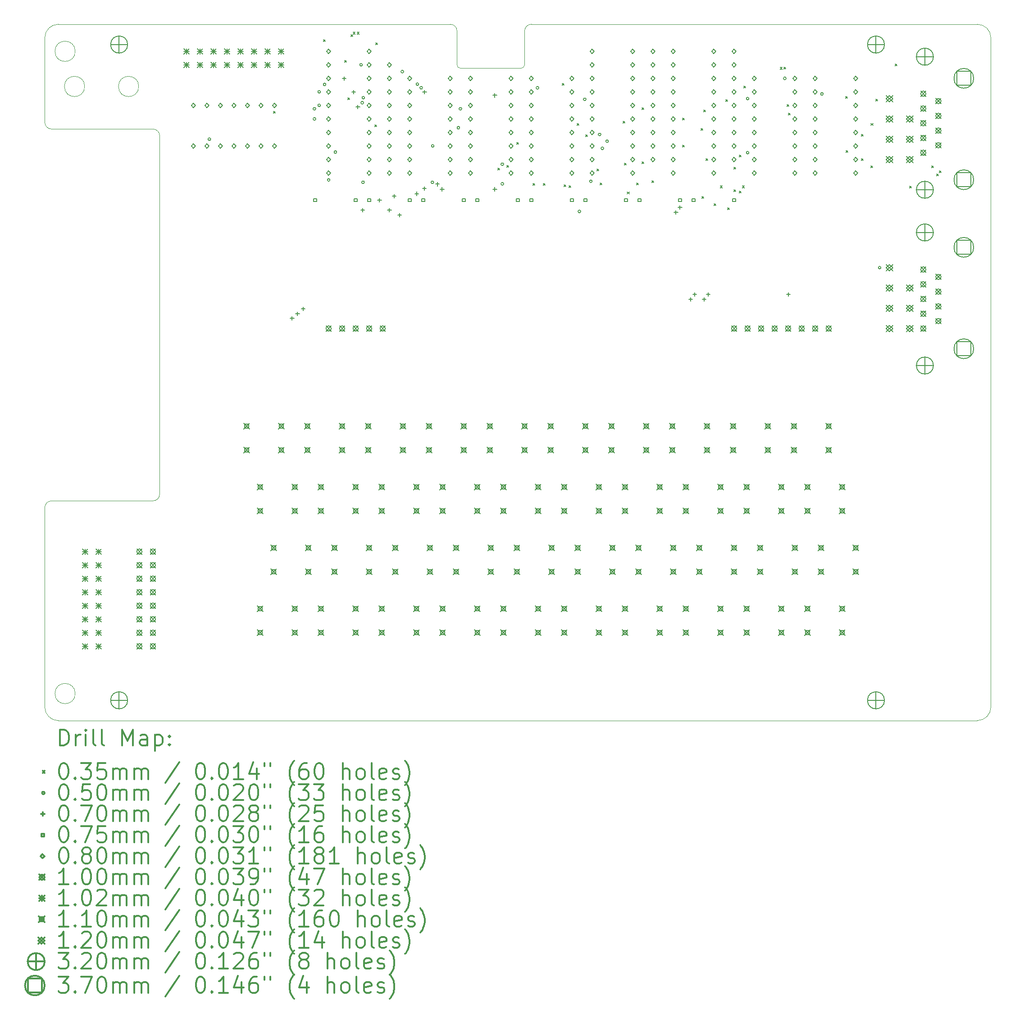
<source format=gbr>
%FSLAX45Y45*%
G04 Gerber Fmt 4.5, Leading zero omitted, Abs format (unit mm)*
G04 Created by KiCad (PCBNEW (5.1.2-1)-1) date 2022-11-22 19:01:17*
%MOMM*%
%LPD*%
G04 APERTURE LIST*
%ADD10C,0.120000*%
%ADD11C,0.050000*%
%ADD12C,0.200000*%
%ADD13C,0.300000*%
G04 APERTURE END LIST*
D10*
X1841500Y-13843000D02*
G75*
G03X1841500Y-13843000I-190500J0D01*
G01*
X1841500Y-1778000D02*
G75*
G03X1841500Y-1778000I-190500J0D01*
G01*
D11*
X10287000Y-2032000D02*
G75*
G02X10223500Y-2095500I-63500J0D01*
G01*
X9080500Y-2095500D02*
G75*
G02X9017000Y-2032000I0J63500D01*
G01*
X9017000Y-1397000D02*
X9017000Y-2032000D01*
X10287000Y-1397000D02*
G75*
G02X10414000Y-1270000I127000J0D01*
G01*
X10414000Y-1270000D02*
X18796000Y-1270000D01*
X10287000Y-2032000D02*
X10287000Y-1397000D01*
X9080500Y-2095500D02*
X10223500Y-2095500D01*
X8890000Y-1270000D02*
G75*
G02X9017000Y-1397000I0J-127000D01*
G01*
D10*
X3035300Y-2438400D02*
G75*
G03X3035300Y-2438400I-190500J0D01*
G01*
X2019300Y-2438400D02*
G75*
G03X2019300Y-2438400I-190500J0D01*
G01*
D11*
X1270000Y-10350500D02*
G75*
G02X1397000Y-10223500I127000J0D01*
G01*
X3429000Y-10096500D02*
G75*
G02X3302000Y-10223500I-127000J0D01*
G01*
X3302000Y-3238500D02*
G75*
G02X3429000Y-3365500I0J-127000D01*
G01*
X1397000Y-3238500D02*
G75*
G02X1270000Y-3111500I0J127000D01*
G01*
X1524000Y-14351000D02*
G75*
G02X1270000Y-14097000I0J254000D01*
G01*
X19050000Y-14097000D02*
G75*
G02X18796000Y-14351000I-254000J0D01*
G01*
X18796000Y-1270000D02*
G75*
G02X19050000Y-1524000I0J-254000D01*
G01*
X1270000Y-1524000D02*
G75*
G02X1524000Y-1270000I254000J0D01*
G01*
X1270000Y-3111500D02*
X1270000Y-1524000D01*
X3302000Y-3238500D02*
X1397000Y-3238500D01*
X3429000Y-10096500D02*
X3429000Y-3365500D01*
X1397000Y-10223500D02*
X3302000Y-10223500D01*
X1270000Y-14097000D02*
X1270000Y-10350500D01*
X18796000Y-14351000D02*
X1524000Y-14351000D01*
X19050000Y-1524000D02*
X19050000Y-14097000D01*
X1524000Y-1270000D02*
X8890000Y-1270000D01*
D12*
X5570500Y-2903500D02*
X5605500Y-2938500D01*
X5605500Y-2903500D02*
X5570500Y-2938500D01*
X6509982Y-1556982D02*
X6544982Y-1591982D01*
X6544982Y-1556982D02*
X6509982Y-1591982D01*
X6904000Y-1951000D02*
X6939000Y-1986000D01*
X6939000Y-1951000D02*
X6904000Y-1986000D01*
X6967500Y-2649500D02*
X7002500Y-2684500D01*
X7002500Y-2649500D02*
X6967500Y-2684500D01*
X7021830Y-1467240D02*
X7056830Y-1502240D01*
X7056830Y-1467240D02*
X7021830Y-1502240D01*
X7069100Y-1419740D02*
X7104100Y-1454740D01*
X7104100Y-1419740D02*
X7069100Y-1454740D01*
X7145160Y-1419740D02*
X7180160Y-1454740D01*
X7180160Y-1419740D02*
X7145160Y-1454740D01*
X7475500Y-3157500D02*
X7510500Y-3192500D01*
X7510500Y-3157500D02*
X7475500Y-3192500D01*
X7488200Y-1620800D02*
X7523200Y-1655800D01*
X7523200Y-1620800D02*
X7488200Y-1655800D01*
X9786900Y-3970300D02*
X9821900Y-4005300D01*
X9821900Y-3970300D02*
X9786900Y-4005300D01*
X9952000Y-3919500D02*
X9987000Y-3954500D01*
X9987000Y-3919500D02*
X9952000Y-3954500D01*
X10142500Y-3487700D02*
X10177500Y-3522700D01*
X10177500Y-3487700D02*
X10142500Y-3522700D01*
X10445800Y-4256501D02*
X10480800Y-4291501D01*
X10480800Y-4256501D02*
X10445800Y-4291501D01*
X10637800Y-4256501D02*
X10672800Y-4291501D01*
X10672800Y-4256501D02*
X10637800Y-4291501D01*
X10993400Y-2378500D02*
X11028400Y-2413500D01*
X11028400Y-2378500D02*
X10993400Y-2413500D01*
X11031500Y-4287800D02*
X11066500Y-4322800D01*
X11066500Y-4287800D02*
X11031500Y-4322800D01*
X11121899Y-4301999D02*
X11156899Y-4336999D01*
X11156899Y-4301999D02*
X11121899Y-4336999D01*
X11272800Y-3134500D02*
X11307800Y-3169500D01*
X11307800Y-3134500D02*
X11272800Y-3169500D01*
X11435005Y-3343499D02*
X11470005Y-3378499D01*
X11470005Y-3343499D02*
X11435005Y-3378499D01*
X11646154Y-3991500D02*
X11681154Y-4026500D01*
X11681154Y-3991500D02*
X11646154Y-4026500D01*
X11704600Y-4249700D02*
X11739600Y-4284700D01*
X11739600Y-4249700D02*
X11704600Y-4284700D01*
X12136400Y-3094000D02*
X12171400Y-3129000D01*
X12171400Y-3094000D02*
X12136400Y-3129000D01*
X12161800Y-3881400D02*
X12196800Y-3916400D01*
X12196800Y-3881400D02*
X12161800Y-3916400D01*
X12217438Y-4419638D02*
X12252438Y-4454638D01*
X12252438Y-4419638D02*
X12217438Y-4454638D01*
X12390400Y-4249700D02*
X12425400Y-4284700D01*
X12425400Y-4249700D02*
X12390400Y-4284700D01*
X12492000Y-2840000D02*
X12527000Y-2875000D01*
X12527000Y-2840000D02*
X12492000Y-2875000D01*
X12492000Y-3856000D02*
X12527000Y-3891000D01*
X12527000Y-3856000D02*
X12492000Y-3891000D01*
X12682500Y-4211600D02*
X12717500Y-4246600D01*
X12717500Y-4211600D02*
X12682500Y-4246600D01*
X13254000Y-3030500D02*
X13289000Y-3065500D01*
X13289000Y-3030500D02*
X13254000Y-3065500D01*
X13254000Y-3538500D02*
X13289000Y-3573500D01*
X13289000Y-3538500D02*
X13254000Y-3573500D01*
X13603500Y-3229500D02*
X13638500Y-3264500D01*
X13638500Y-3229500D02*
X13603500Y-3264500D01*
X13620462Y-4504500D02*
X13655462Y-4539500D01*
X13655462Y-4504500D02*
X13620462Y-4539500D01*
X13651000Y-2878100D02*
X13686000Y-2913100D01*
X13686000Y-2878100D02*
X13651000Y-2913100D01*
X13698500Y-3792500D02*
X13733500Y-3827500D01*
X13733500Y-3792500D02*
X13698500Y-3827500D01*
X13850900Y-4643400D02*
X13885900Y-4678400D01*
X13885900Y-4643400D02*
X13850900Y-4678400D01*
X13965200Y-4306600D02*
X14000200Y-4341600D01*
X14000200Y-4306600D02*
X13965200Y-4341600D01*
X14066800Y-2687500D02*
X14101800Y-2722500D01*
X14101800Y-2687500D02*
X14066800Y-2722500D01*
X14103641Y-4719600D02*
X14138641Y-4754600D01*
X14138641Y-4719600D02*
X14103641Y-4754600D01*
X14219200Y-3957500D02*
X14254200Y-3992500D01*
X14254200Y-3957500D02*
X14219200Y-3992500D01*
X14219200Y-4376700D02*
X14254200Y-4411700D01*
X14254200Y-4376700D02*
X14219200Y-4411700D01*
X14320800Y-3729000D02*
X14355800Y-3764000D01*
X14355800Y-3729000D02*
X14320800Y-3764000D01*
X14320800Y-4402100D02*
X14355800Y-4437100D01*
X14355800Y-4402100D02*
X14320800Y-4437100D01*
X14384300Y-4306600D02*
X14419300Y-4341600D01*
X14419300Y-4306600D02*
X14384300Y-4341600D01*
X14405500Y-2433500D02*
X14440500Y-2468500D01*
X14440500Y-2433500D02*
X14405500Y-2468500D01*
X15092912Y-2079087D02*
X15127912Y-2114088D01*
X15127912Y-2079087D02*
X15092912Y-2114088D01*
X15159000Y-2078000D02*
X15194000Y-2113000D01*
X15194000Y-2078000D02*
X15159000Y-2113000D01*
X15222500Y-2776500D02*
X15257500Y-2811500D01*
X15257500Y-2776500D02*
X15222500Y-2811500D01*
X15247900Y-2941500D02*
X15282900Y-2976500D01*
X15282900Y-2941500D02*
X15247900Y-2976500D01*
X16318000Y-2624100D02*
X16353000Y-2659100D01*
X16353000Y-2624100D02*
X16318000Y-2659100D01*
X16327400Y-3642500D02*
X16362400Y-3677500D01*
X16362400Y-3642500D02*
X16327400Y-3677500D01*
X16619500Y-3335300D02*
X16654500Y-3370300D01*
X16654500Y-3335300D02*
X16619500Y-3370300D01*
X16619500Y-3792500D02*
X16654500Y-3827500D01*
X16654500Y-3792500D02*
X16619500Y-3827500D01*
X16797300Y-3932200D02*
X16832300Y-3967200D01*
X16832300Y-3932200D02*
X16797300Y-3967200D01*
X16798200Y-3133000D02*
X16833200Y-3168000D01*
X16833200Y-3133000D02*
X16798200Y-3168000D01*
X16886200Y-2674900D02*
X16921200Y-2709900D01*
X16921200Y-2674900D02*
X16886200Y-2709900D01*
X17254500Y-2014500D02*
X17289500Y-2049500D01*
X17289500Y-2014500D02*
X17254500Y-2049500D01*
X17521200Y-4313200D02*
X17556200Y-4348200D01*
X17556200Y-4313200D02*
X17521200Y-4348200D01*
X17940341Y-3932241D02*
X17975341Y-3967241D01*
X17975341Y-3932241D02*
X17940341Y-3967241D01*
X18029200Y-4084600D02*
X18064200Y-4119600D01*
X18064200Y-4084600D02*
X18029200Y-4119600D01*
X18080000Y-4021100D02*
X18115000Y-4056100D01*
X18115000Y-4021100D02*
X18080000Y-4056100D01*
X4388000Y-3429000D02*
G75*
G03X4388000Y-3429000I-25000J0D01*
G01*
X6362300Y-2857500D02*
G75*
G03X6362300Y-2857500I-25000J0D01*
G01*
X6362300Y-3048000D02*
G75*
G03X6362300Y-3048000I-25000J0D01*
G01*
X6451200Y-2540000D02*
G75*
G03X6451200Y-2540000I-25000J0D01*
G01*
X6451200Y-2794000D02*
G75*
G03X6451200Y-2794000I-25000J0D01*
G01*
X6552800Y-2400300D02*
G75*
G03X6552800Y-2400300I-25000J0D01*
G01*
X6629000Y-4194000D02*
G75*
G03X6629000Y-4194000I-25000J0D01*
G01*
X6756000Y-3670300D02*
G75*
G03X6756000Y-3670300I-25000J0D01*
G01*
X7238600Y-2032000D02*
G75*
G03X7238600Y-2032000I-25000J0D01*
G01*
X7261000Y-2743200D02*
G75*
G03X7261000Y-2743200I-25000J0D01*
G01*
X7276700Y-4239000D02*
G75*
G03X7276700Y-4239000I-25000J0D01*
G01*
X7281000Y-2650000D02*
G75*
G03X7281000Y-2650000I-25000J0D01*
G01*
X8013300Y-2159000D02*
G75*
G03X8013300Y-2159000I-25000J0D01*
G01*
X8297000Y-2396000D02*
G75*
G03X8297000Y-2396000I-25000J0D01*
G01*
X8368381Y-2463178D02*
G75*
G03X8368381Y-2463178I-25000J0D01*
G01*
X8578211Y-4239000D02*
G75*
G03X8578211Y-4239000I-25000J0D01*
G01*
X8584800Y-3556000D02*
G75*
G03X8584800Y-3556000I-25000J0D01*
G01*
X9067400Y-3213100D02*
G75*
G03X9067400Y-3213100I-25000J0D01*
G01*
X9105500Y-2857500D02*
G75*
G03X9105500Y-2857500I-25000J0D01*
G01*
X9892900Y-3898900D02*
G75*
G03X9892900Y-3898900I-25000J0D01*
G01*
X9892900Y-4267200D02*
G75*
G03X9892900Y-4267200I-25000J0D01*
G01*
X10553300Y-2463800D02*
G75*
G03X10553300Y-2463800I-25000J0D01*
G01*
X11340700Y-4787000D02*
G75*
G03X11340700Y-4787000I-25000J0D01*
G01*
X11442300Y-2679700D02*
G75*
G03X11442300Y-2679700I-25000J0D01*
G01*
X11556600Y-4219001D02*
G75*
G03X11556600Y-4219001I-25000J0D01*
G01*
X11721700Y-3340100D02*
G75*
G03X11721700Y-3340100I-25000J0D01*
G01*
X11772500Y-3601001D02*
G75*
G03X11772500Y-3601001I-25000J0D01*
G01*
X11862500Y-3465999D02*
G75*
G03X11862500Y-3465999I-25000J0D01*
G01*
X14503000Y-2667000D02*
G75*
G03X14503000Y-2667000I-25000J0D01*
G01*
X14503000Y-3683000D02*
G75*
G03X14503000Y-3683000I-25000J0D01*
G01*
X15201500Y-2286000D02*
G75*
G03X15201500Y-2286000I-25000J0D01*
G01*
X15900000Y-2578100D02*
G75*
G03X15900000Y-2578100I-25000J0D01*
G01*
X16985500Y-5842000D02*
G75*
G03X16985500Y-5842000I-25000J0D01*
G01*
X5918200Y-6759500D02*
X5918200Y-6829500D01*
X5883200Y-6794500D02*
X5953200Y-6794500D01*
X6019800Y-6670600D02*
X6019800Y-6740600D01*
X5984800Y-6705600D02*
X6054800Y-6705600D01*
X6128497Y-6581700D02*
X6128497Y-6651700D01*
X6093497Y-6616700D02*
X6163497Y-6616700D01*
X6896100Y-2251000D02*
X6896100Y-2321000D01*
X6861100Y-2286000D02*
X6931100Y-2286000D01*
X7073900Y-2505000D02*
X7073900Y-2575000D01*
X7038900Y-2540000D02*
X7108900Y-2540000D01*
X7153845Y-2788200D02*
X7153845Y-2858200D01*
X7118845Y-2823200D02*
X7188845Y-2823200D01*
X7242532Y-4722000D02*
X7242532Y-4792000D01*
X7207532Y-4757000D02*
X7277532Y-4757000D01*
X7560300Y-4537000D02*
X7560300Y-4607000D01*
X7525300Y-4572000D02*
X7595300Y-4572000D01*
X7747000Y-4722000D02*
X7747000Y-4792000D01*
X7712000Y-4757000D02*
X7782000Y-4757000D01*
X7837000Y-4463998D02*
X7837000Y-4533998D01*
X7802000Y-4498998D02*
X7872000Y-4498998D01*
X7937500Y-4816400D02*
X7937500Y-4886400D01*
X7902500Y-4851400D02*
X7972500Y-4851400D01*
X8261038Y-4416038D02*
X8261038Y-4486038D01*
X8226038Y-4451038D02*
X8296038Y-4451038D01*
X8401038Y-4321100D02*
X8401038Y-4391100D01*
X8366038Y-4356100D02*
X8436038Y-4356100D01*
X8407400Y-2505000D02*
X8407400Y-2575000D01*
X8372400Y-2540000D02*
X8442400Y-2540000D01*
X8647600Y-4237027D02*
X8647600Y-4307027D01*
X8612600Y-4272027D02*
X8682600Y-4272027D01*
X8737600Y-4332000D02*
X8737600Y-4402000D01*
X8702600Y-4367000D02*
X8772600Y-4367000D01*
X9728200Y-2569000D02*
X9728200Y-2639000D01*
X9693200Y-2604000D02*
X9763200Y-2604000D01*
X9728200Y-4332000D02*
X9728200Y-4402000D01*
X9693200Y-4367000D02*
X9763200Y-4367000D01*
X13131800Y-4767000D02*
X13131800Y-4837000D01*
X13096800Y-4802000D02*
X13166800Y-4802000D01*
X13208000Y-4677000D02*
X13208000Y-4747000D01*
X13173000Y-4712000D02*
X13243000Y-4712000D01*
X13407877Y-6399500D02*
X13407877Y-6469500D01*
X13372877Y-6434500D02*
X13442877Y-6434500D01*
X13481797Y-6309500D02*
X13481797Y-6379500D01*
X13446797Y-6344500D02*
X13516797Y-6344500D01*
X13661797Y-6399500D02*
X13661797Y-6469500D01*
X13626797Y-6434500D02*
X13696797Y-6434500D01*
X13739527Y-6309500D02*
X13739527Y-6379500D01*
X13704527Y-6344500D02*
X13774527Y-6344500D01*
X15241900Y-6309500D02*
X15241900Y-6379500D01*
X15206900Y-6344500D02*
X15276900Y-6344500D01*
X8408517Y-4598517D02*
X8408517Y-4545483D01*
X8355483Y-4545483D01*
X8355483Y-4598517D01*
X8408517Y-4598517D01*
X9170517Y-4598517D02*
X9170517Y-4545483D01*
X9117483Y-4545483D01*
X9117483Y-4598517D01*
X9170517Y-4598517D01*
X11456517Y-4598517D02*
X11456517Y-4545483D01*
X11403483Y-4545483D01*
X11403483Y-4598517D01*
X11456517Y-4598517D01*
X12218517Y-4598517D02*
X12218517Y-4545483D01*
X12165483Y-4545483D01*
X12165483Y-4598517D01*
X12218517Y-4598517D01*
X7392517Y-4598517D02*
X7392517Y-4545483D01*
X7339483Y-4545483D01*
X7339483Y-4598517D01*
X7392517Y-4598517D01*
X8154517Y-4598517D02*
X8154517Y-4545483D01*
X8101483Y-4545483D01*
X8101483Y-4598517D01*
X8154517Y-4598517D01*
X6376517Y-4598517D02*
X6376517Y-4545483D01*
X6323483Y-4545483D01*
X6323483Y-4598517D01*
X6376517Y-4598517D01*
X7138517Y-4598517D02*
X7138517Y-4545483D01*
X7085483Y-4545483D01*
X7085483Y-4598517D01*
X7138517Y-4598517D01*
X13488517Y-4598517D02*
X13488517Y-4545483D01*
X13435483Y-4545483D01*
X13435483Y-4598517D01*
X13488517Y-4598517D01*
X14250517Y-4598517D02*
X14250517Y-4545483D01*
X14197483Y-4545483D01*
X14197483Y-4598517D01*
X14250517Y-4598517D01*
X12472517Y-4598517D02*
X12472517Y-4545483D01*
X12419483Y-4545483D01*
X12419483Y-4598517D01*
X12472517Y-4598517D01*
X13234517Y-4598517D02*
X13234517Y-4545483D01*
X13181483Y-4545483D01*
X13181483Y-4598517D01*
X13234517Y-4598517D01*
X10440517Y-4598517D02*
X10440517Y-4545483D01*
X10387483Y-4545483D01*
X10387483Y-4598517D01*
X10440517Y-4598517D01*
X11202517Y-4598517D02*
X11202517Y-4545483D01*
X11149483Y-4545483D01*
X11149483Y-4598517D01*
X11202517Y-4598517D01*
X9424517Y-4598517D02*
X9424517Y-4545483D01*
X9371483Y-4545483D01*
X9371483Y-4598517D01*
X9424517Y-4598517D01*
X10186517Y-4598517D02*
X10186517Y-4545483D01*
X10133483Y-4545483D01*
X10133483Y-4598517D01*
X10186517Y-4598517D01*
X13081000Y-1818000D02*
X13121000Y-1778000D01*
X13081000Y-1738000D01*
X13041000Y-1778000D01*
X13081000Y-1818000D01*
X13081000Y-2072000D02*
X13121000Y-2032000D01*
X13081000Y-1992000D01*
X13041000Y-2032000D01*
X13081000Y-2072000D01*
X13081000Y-2326000D02*
X13121000Y-2286000D01*
X13081000Y-2246000D01*
X13041000Y-2286000D01*
X13081000Y-2326000D01*
X13081000Y-2580000D02*
X13121000Y-2540000D01*
X13081000Y-2500000D01*
X13041000Y-2540000D01*
X13081000Y-2580000D01*
X13081000Y-2834000D02*
X13121000Y-2794000D01*
X13081000Y-2754000D01*
X13041000Y-2794000D01*
X13081000Y-2834000D01*
X13081000Y-3088000D02*
X13121000Y-3048000D01*
X13081000Y-3008000D01*
X13041000Y-3048000D01*
X13081000Y-3088000D01*
X13081000Y-3342000D02*
X13121000Y-3302000D01*
X13081000Y-3262000D01*
X13041000Y-3302000D01*
X13081000Y-3342000D01*
X13081000Y-3596000D02*
X13121000Y-3556000D01*
X13081000Y-3516000D01*
X13041000Y-3556000D01*
X13081000Y-3596000D01*
X13081000Y-3850000D02*
X13121000Y-3810000D01*
X13081000Y-3770000D01*
X13041000Y-3810000D01*
X13081000Y-3850000D01*
X13081000Y-4104000D02*
X13121000Y-4064000D01*
X13081000Y-4024000D01*
X13041000Y-4064000D01*
X13081000Y-4104000D01*
X13843000Y-1818000D02*
X13883000Y-1778000D01*
X13843000Y-1738000D01*
X13803000Y-1778000D01*
X13843000Y-1818000D01*
X13843000Y-2072000D02*
X13883000Y-2032000D01*
X13843000Y-1992000D01*
X13803000Y-2032000D01*
X13843000Y-2072000D01*
X13843000Y-2326000D02*
X13883000Y-2286000D01*
X13843000Y-2246000D01*
X13803000Y-2286000D01*
X13843000Y-2326000D01*
X13843000Y-2580000D02*
X13883000Y-2540000D01*
X13843000Y-2500000D01*
X13803000Y-2540000D01*
X13843000Y-2580000D01*
X13843000Y-2834000D02*
X13883000Y-2794000D01*
X13843000Y-2754000D01*
X13803000Y-2794000D01*
X13843000Y-2834000D01*
X13843000Y-3088000D02*
X13883000Y-3048000D01*
X13843000Y-3008000D01*
X13803000Y-3048000D01*
X13843000Y-3088000D01*
X13843000Y-3342000D02*
X13883000Y-3302000D01*
X13843000Y-3262000D01*
X13803000Y-3302000D01*
X13843000Y-3342000D01*
X13843000Y-3596000D02*
X13883000Y-3556000D01*
X13843000Y-3516000D01*
X13803000Y-3556000D01*
X13843000Y-3596000D01*
X13843000Y-3850000D02*
X13883000Y-3810000D01*
X13843000Y-3770000D01*
X13803000Y-3810000D01*
X13843000Y-3850000D01*
X13843000Y-4104000D02*
X13883000Y-4064000D01*
X13843000Y-4024000D01*
X13803000Y-4064000D01*
X13843000Y-4104000D01*
X14224000Y-1818000D02*
X14264000Y-1778000D01*
X14224000Y-1738000D01*
X14184000Y-1778000D01*
X14224000Y-1818000D01*
X14224000Y-2072000D02*
X14264000Y-2032000D01*
X14224000Y-1992000D01*
X14184000Y-2032000D01*
X14224000Y-2072000D01*
X14224000Y-2326000D02*
X14264000Y-2286000D01*
X14224000Y-2246000D01*
X14184000Y-2286000D01*
X14224000Y-2326000D01*
X14224000Y-2580000D02*
X14264000Y-2540000D01*
X14224000Y-2500000D01*
X14184000Y-2540000D01*
X14224000Y-2580000D01*
X14224000Y-2834000D02*
X14264000Y-2794000D01*
X14224000Y-2754000D01*
X14184000Y-2794000D01*
X14224000Y-2834000D01*
X14224000Y-3088000D02*
X14264000Y-3048000D01*
X14224000Y-3008000D01*
X14184000Y-3048000D01*
X14224000Y-3088000D01*
X14224000Y-3342000D02*
X14264000Y-3302000D01*
X14224000Y-3262000D01*
X14184000Y-3302000D01*
X14224000Y-3342000D01*
X14224000Y-3596000D02*
X14264000Y-3556000D01*
X14224000Y-3516000D01*
X14184000Y-3556000D01*
X14224000Y-3596000D01*
X14224000Y-3850000D02*
X14264000Y-3810000D01*
X14224000Y-3770000D01*
X14184000Y-3810000D01*
X14224000Y-3850000D01*
X12700000Y-1818000D02*
X12740000Y-1778000D01*
X12700000Y-1738000D01*
X12660000Y-1778000D01*
X12700000Y-1818000D01*
X12700000Y-2072000D02*
X12740000Y-2032000D01*
X12700000Y-1992000D01*
X12660000Y-2032000D01*
X12700000Y-2072000D01*
X12700000Y-2326000D02*
X12740000Y-2286000D01*
X12700000Y-2246000D01*
X12660000Y-2286000D01*
X12700000Y-2326000D01*
X12700000Y-2580000D02*
X12740000Y-2540000D01*
X12700000Y-2500000D01*
X12660000Y-2540000D01*
X12700000Y-2580000D01*
X12700000Y-2834000D02*
X12740000Y-2794000D01*
X12700000Y-2754000D01*
X12660000Y-2794000D01*
X12700000Y-2834000D01*
X12700000Y-3088000D02*
X12740000Y-3048000D01*
X12700000Y-3008000D01*
X12660000Y-3048000D01*
X12700000Y-3088000D01*
X12700000Y-3342000D02*
X12740000Y-3302000D01*
X12700000Y-3262000D01*
X12660000Y-3302000D01*
X12700000Y-3342000D01*
X12700000Y-3596000D02*
X12740000Y-3556000D01*
X12700000Y-3516000D01*
X12660000Y-3556000D01*
X12700000Y-3596000D01*
X12700000Y-3850000D02*
X12740000Y-3810000D01*
X12700000Y-3770000D01*
X12660000Y-3810000D01*
X12700000Y-3850000D01*
X10414000Y-2326000D02*
X10454000Y-2286000D01*
X10414000Y-2246000D01*
X10374000Y-2286000D01*
X10414000Y-2326000D01*
X10414000Y-2580000D02*
X10454000Y-2540000D01*
X10414000Y-2500000D01*
X10374000Y-2540000D01*
X10414000Y-2580000D01*
X10414000Y-2834000D02*
X10454000Y-2794000D01*
X10414000Y-2754000D01*
X10374000Y-2794000D01*
X10414000Y-2834000D01*
X10414000Y-3088000D02*
X10454000Y-3048000D01*
X10414000Y-3008000D01*
X10374000Y-3048000D01*
X10414000Y-3088000D01*
X10414000Y-3342000D02*
X10454000Y-3302000D01*
X10414000Y-3262000D01*
X10374000Y-3302000D01*
X10414000Y-3342000D01*
X10414000Y-3596000D02*
X10454000Y-3556000D01*
X10414000Y-3516000D01*
X10374000Y-3556000D01*
X10414000Y-3596000D01*
X10414000Y-3850000D02*
X10454000Y-3810000D01*
X10414000Y-3770000D01*
X10374000Y-3810000D01*
X10414000Y-3850000D01*
X10414000Y-4104000D02*
X10454000Y-4064000D01*
X10414000Y-4024000D01*
X10374000Y-4064000D01*
X10414000Y-4104000D01*
X11176000Y-2326000D02*
X11216000Y-2286000D01*
X11176000Y-2246000D01*
X11136000Y-2286000D01*
X11176000Y-2326000D01*
X11176000Y-2580000D02*
X11216000Y-2540000D01*
X11176000Y-2500000D01*
X11136000Y-2540000D01*
X11176000Y-2580000D01*
X11176000Y-2834000D02*
X11216000Y-2794000D01*
X11176000Y-2754000D01*
X11136000Y-2794000D01*
X11176000Y-2834000D01*
X11176000Y-3088000D02*
X11216000Y-3048000D01*
X11176000Y-3008000D01*
X11136000Y-3048000D01*
X11176000Y-3088000D01*
X11176000Y-3342000D02*
X11216000Y-3302000D01*
X11176000Y-3262000D01*
X11136000Y-3302000D01*
X11176000Y-3342000D01*
X11176000Y-3596000D02*
X11216000Y-3556000D01*
X11176000Y-3516000D01*
X11136000Y-3556000D01*
X11176000Y-3596000D01*
X11176000Y-3850000D02*
X11216000Y-3810000D01*
X11176000Y-3770000D01*
X11136000Y-3810000D01*
X11176000Y-3850000D01*
X11176000Y-4104000D02*
X11216000Y-4064000D01*
X11176000Y-4024000D01*
X11136000Y-4064000D01*
X11176000Y-4104000D01*
X15748000Y-2326000D02*
X15788000Y-2286000D01*
X15748000Y-2246000D01*
X15708000Y-2286000D01*
X15748000Y-2326000D01*
X15748000Y-2580000D02*
X15788000Y-2540000D01*
X15748000Y-2500000D01*
X15708000Y-2540000D01*
X15748000Y-2580000D01*
X15748000Y-2834000D02*
X15788000Y-2794000D01*
X15748000Y-2754000D01*
X15708000Y-2794000D01*
X15748000Y-2834000D01*
X15748000Y-3088000D02*
X15788000Y-3048000D01*
X15748000Y-3008000D01*
X15708000Y-3048000D01*
X15748000Y-3088000D01*
X15748000Y-3342000D02*
X15788000Y-3302000D01*
X15748000Y-3262000D01*
X15708000Y-3302000D01*
X15748000Y-3342000D01*
X15748000Y-3596000D02*
X15788000Y-3556000D01*
X15748000Y-3516000D01*
X15708000Y-3556000D01*
X15748000Y-3596000D01*
X15748000Y-3850000D02*
X15788000Y-3810000D01*
X15748000Y-3770000D01*
X15708000Y-3810000D01*
X15748000Y-3850000D01*
X15748000Y-4104000D02*
X15788000Y-4064000D01*
X15748000Y-4024000D01*
X15708000Y-4064000D01*
X15748000Y-4104000D01*
X16510000Y-2326000D02*
X16550000Y-2286000D01*
X16510000Y-2246000D01*
X16470000Y-2286000D01*
X16510000Y-2326000D01*
X16510000Y-2580000D02*
X16550000Y-2540000D01*
X16510000Y-2500000D01*
X16470000Y-2540000D01*
X16510000Y-2580000D01*
X16510000Y-2834000D02*
X16550000Y-2794000D01*
X16510000Y-2754000D01*
X16470000Y-2794000D01*
X16510000Y-2834000D01*
X16510000Y-3088000D02*
X16550000Y-3048000D01*
X16510000Y-3008000D01*
X16470000Y-3048000D01*
X16510000Y-3088000D01*
X16510000Y-3342000D02*
X16550000Y-3302000D01*
X16510000Y-3262000D01*
X16470000Y-3302000D01*
X16510000Y-3342000D01*
X16510000Y-3596000D02*
X16550000Y-3556000D01*
X16510000Y-3516000D01*
X16470000Y-3556000D01*
X16510000Y-3596000D01*
X16510000Y-3850000D02*
X16550000Y-3810000D01*
X16510000Y-3770000D01*
X16470000Y-3810000D01*
X16510000Y-3850000D01*
X16510000Y-4104000D02*
X16550000Y-4064000D01*
X16510000Y-4024000D01*
X16470000Y-4064000D01*
X16510000Y-4104000D01*
X9271000Y-2326000D02*
X9311000Y-2286000D01*
X9271000Y-2246000D01*
X9231000Y-2286000D01*
X9271000Y-2326000D01*
X9271000Y-2580000D02*
X9311000Y-2540000D01*
X9271000Y-2500000D01*
X9231000Y-2540000D01*
X9271000Y-2580000D01*
X9271000Y-2834000D02*
X9311000Y-2794000D01*
X9271000Y-2754000D01*
X9231000Y-2794000D01*
X9271000Y-2834000D01*
X9271000Y-3088000D02*
X9311000Y-3048000D01*
X9271000Y-3008000D01*
X9231000Y-3048000D01*
X9271000Y-3088000D01*
X9271000Y-3342000D02*
X9311000Y-3302000D01*
X9271000Y-3262000D01*
X9231000Y-3302000D01*
X9271000Y-3342000D01*
X9271000Y-3596000D02*
X9311000Y-3556000D01*
X9271000Y-3516000D01*
X9231000Y-3556000D01*
X9271000Y-3596000D01*
X9271000Y-3850000D02*
X9311000Y-3810000D01*
X9271000Y-3770000D01*
X9231000Y-3810000D01*
X9271000Y-3850000D01*
X9271000Y-4104000D02*
X9311000Y-4064000D01*
X9271000Y-4024000D01*
X9231000Y-4064000D01*
X9271000Y-4104000D01*
X10033000Y-2326000D02*
X10073000Y-2286000D01*
X10033000Y-2246000D01*
X9993000Y-2286000D01*
X10033000Y-2326000D01*
X10033000Y-2580000D02*
X10073000Y-2540000D01*
X10033000Y-2500000D01*
X9993000Y-2540000D01*
X10033000Y-2580000D01*
X10033000Y-2834000D02*
X10073000Y-2794000D01*
X10033000Y-2754000D01*
X9993000Y-2794000D01*
X10033000Y-2834000D01*
X10033000Y-3088000D02*
X10073000Y-3048000D01*
X10033000Y-3008000D01*
X9993000Y-3048000D01*
X10033000Y-3088000D01*
X10033000Y-3342000D02*
X10073000Y-3302000D01*
X10033000Y-3262000D01*
X9993000Y-3302000D01*
X10033000Y-3342000D01*
X10033000Y-3596000D02*
X10073000Y-3556000D01*
X10033000Y-3516000D01*
X9993000Y-3556000D01*
X10033000Y-3596000D01*
X10033000Y-3850000D02*
X10073000Y-3810000D01*
X10033000Y-3770000D01*
X9993000Y-3810000D01*
X10033000Y-3850000D01*
X10033000Y-4104000D02*
X10073000Y-4064000D01*
X10033000Y-4024000D01*
X9993000Y-4064000D01*
X10033000Y-4104000D01*
X4064000Y-2834000D02*
X4104000Y-2794000D01*
X4064000Y-2754000D01*
X4024000Y-2794000D01*
X4064000Y-2834000D01*
X4064000Y-3596000D02*
X4104000Y-3556000D01*
X4064000Y-3516000D01*
X4024000Y-3556000D01*
X4064000Y-3596000D01*
X4318000Y-2834000D02*
X4358000Y-2794000D01*
X4318000Y-2754000D01*
X4278000Y-2794000D01*
X4318000Y-2834000D01*
X4318000Y-3596000D02*
X4358000Y-3556000D01*
X4318000Y-3516000D01*
X4278000Y-3556000D01*
X4318000Y-3596000D01*
X4572000Y-2834000D02*
X4612000Y-2794000D01*
X4572000Y-2754000D01*
X4532000Y-2794000D01*
X4572000Y-2834000D01*
X4572000Y-3596000D02*
X4612000Y-3556000D01*
X4572000Y-3516000D01*
X4532000Y-3556000D01*
X4572000Y-3596000D01*
X4826000Y-2834000D02*
X4866000Y-2794000D01*
X4826000Y-2754000D01*
X4786000Y-2794000D01*
X4826000Y-2834000D01*
X4826000Y-3596000D02*
X4866000Y-3556000D01*
X4826000Y-3516000D01*
X4786000Y-3556000D01*
X4826000Y-3596000D01*
X5080000Y-2834000D02*
X5120000Y-2794000D01*
X5080000Y-2754000D01*
X5040000Y-2794000D01*
X5080000Y-2834000D01*
X5080000Y-3596000D02*
X5120000Y-3556000D01*
X5080000Y-3516000D01*
X5040000Y-3556000D01*
X5080000Y-3596000D01*
X5334000Y-2834000D02*
X5374000Y-2794000D01*
X5334000Y-2754000D01*
X5294000Y-2794000D01*
X5334000Y-2834000D01*
X5334000Y-3596000D02*
X5374000Y-3556000D01*
X5334000Y-3516000D01*
X5294000Y-3556000D01*
X5334000Y-3596000D01*
X5588000Y-2834000D02*
X5628000Y-2794000D01*
X5588000Y-2754000D01*
X5548000Y-2794000D01*
X5588000Y-2834000D01*
X5588000Y-3596000D02*
X5628000Y-3556000D01*
X5588000Y-3516000D01*
X5548000Y-3556000D01*
X5588000Y-3596000D01*
X8128000Y-2326000D02*
X8168000Y-2286000D01*
X8128000Y-2246000D01*
X8088000Y-2286000D01*
X8128000Y-2326000D01*
X8128000Y-2580000D02*
X8168000Y-2540000D01*
X8128000Y-2500000D01*
X8088000Y-2540000D01*
X8128000Y-2580000D01*
X8128000Y-2834000D02*
X8168000Y-2794000D01*
X8128000Y-2754000D01*
X8088000Y-2794000D01*
X8128000Y-2834000D01*
X8128000Y-3088000D02*
X8168000Y-3048000D01*
X8128000Y-3008000D01*
X8088000Y-3048000D01*
X8128000Y-3088000D01*
X8128000Y-3342000D02*
X8168000Y-3302000D01*
X8128000Y-3262000D01*
X8088000Y-3302000D01*
X8128000Y-3342000D01*
X8128000Y-3596000D02*
X8168000Y-3556000D01*
X8128000Y-3516000D01*
X8088000Y-3556000D01*
X8128000Y-3596000D01*
X8128000Y-3850000D02*
X8168000Y-3810000D01*
X8128000Y-3770000D01*
X8088000Y-3810000D01*
X8128000Y-3850000D01*
X8128000Y-4104000D02*
X8168000Y-4064000D01*
X8128000Y-4024000D01*
X8088000Y-4064000D01*
X8128000Y-4104000D01*
X8890000Y-2326000D02*
X8930000Y-2286000D01*
X8890000Y-2246000D01*
X8850000Y-2286000D01*
X8890000Y-2326000D01*
X8890000Y-2580000D02*
X8930000Y-2540000D01*
X8890000Y-2500000D01*
X8850000Y-2540000D01*
X8890000Y-2580000D01*
X8890000Y-2834000D02*
X8930000Y-2794000D01*
X8890000Y-2754000D01*
X8850000Y-2794000D01*
X8890000Y-2834000D01*
X8890000Y-3088000D02*
X8930000Y-3048000D01*
X8890000Y-3008000D01*
X8850000Y-3048000D01*
X8890000Y-3088000D01*
X8890000Y-3342000D02*
X8930000Y-3302000D01*
X8890000Y-3262000D01*
X8850000Y-3302000D01*
X8890000Y-3342000D01*
X8890000Y-3596000D02*
X8930000Y-3556000D01*
X8890000Y-3516000D01*
X8850000Y-3556000D01*
X8890000Y-3596000D01*
X8890000Y-3850000D02*
X8930000Y-3810000D01*
X8890000Y-3770000D01*
X8850000Y-3810000D01*
X8890000Y-3850000D01*
X8890000Y-4104000D02*
X8930000Y-4064000D01*
X8890000Y-4024000D01*
X8850000Y-4064000D01*
X8890000Y-4104000D01*
X14605000Y-2326000D02*
X14645000Y-2286000D01*
X14605000Y-2246000D01*
X14565000Y-2286000D01*
X14605000Y-2326000D01*
X14605000Y-2580000D02*
X14645000Y-2540000D01*
X14605000Y-2500000D01*
X14565000Y-2540000D01*
X14605000Y-2580000D01*
X14605000Y-2834000D02*
X14645000Y-2794000D01*
X14605000Y-2754000D01*
X14565000Y-2794000D01*
X14605000Y-2834000D01*
X14605000Y-3088000D02*
X14645000Y-3048000D01*
X14605000Y-3008000D01*
X14565000Y-3048000D01*
X14605000Y-3088000D01*
X14605000Y-3342000D02*
X14645000Y-3302000D01*
X14605000Y-3262000D01*
X14565000Y-3302000D01*
X14605000Y-3342000D01*
X14605000Y-3596000D02*
X14645000Y-3556000D01*
X14605000Y-3516000D01*
X14565000Y-3556000D01*
X14605000Y-3596000D01*
X14605000Y-3850000D02*
X14645000Y-3810000D01*
X14605000Y-3770000D01*
X14565000Y-3810000D01*
X14605000Y-3850000D01*
X14605000Y-4104000D02*
X14645000Y-4064000D01*
X14605000Y-4024000D01*
X14565000Y-4064000D01*
X14605000Y-4104000D01*
X15367000Y-2326000D02*
X15407000Y-2286000D01*
X15367000Y-2246000D01*
X15327000Y-2286000D01*
X15367000Y-2326000D01*
X15367000Y-2580000D02*
X15407000Y-2540000D01*
X15367000Y-2500000D01*
X15327000Y-2540000D01*
X15367000Y-2580000D01*
X15367000Y-2834000D02*
X15407000Y-2794000D01*
X15367000Y-2754000D01*
X15327000Y-2794000D01*
X15367000Y-2834000D01*
X15367000Y-3088000D02*
X15407000Y-3048000D01*
X15367000Y-3008000D01*
X15327000Y-3048000D01*
X15367000Y-3088000D01*
X15367000Y-3342000D02*
X15407000Y-3302000D01*
X15367000Y-3262000D01*
X15327000Y-3302000D01*
X15367000Y-3342000D01*
X15367000Y-3596000D02*
X15407000Y-3556000D01*
X15367000Y-3516000D01*
X15327000Y-3556000D01*
X15367000Y-3596000D01*
X15367000Y-3850000D02*
X15407000Y-3810000D01*
X15367000Y-3770000D01*
X15327000Y-3810000D01*
X15367000Y-3850000D01*
X15367000Y-4104000D02*
X15407000Y-4064000D01*
X15367000Y-4024000D01*
X15327000Y-4064000D01*
X15367000Y-4104000D01*
X7747000Y-2072000D02*
X7787000Y-2032000D01*
X7747000Y-1992000D01*
X7707000Y-2032000D01*
X7747000Y-2072000D01*
X7747000Y-2326000D02*
X7787000Y-2286000D01*
X7747000Y-2246000D01*
X7707000Y-2286000D01*
X7747000Y-2326000D01*
X7747000Y-2580000D02*
X7787000Y-2540000D01*
X7747000Y-2500000D01*
X7707000Y-2540000D01*
X7747000Y-2580000D01*
X7747000Y-2834000D02*
X7787000Y-2794000D01*
X7747000Y-2754000D01*
X7707000Y-2794000D01*
X7747000Y-2834000D01*
X7747000Y-3088000D02*
X7787000Y-3048000D01*
X7747000Y-3008000D01*
X7707000Y-3048000D01*
X7747000Y-3088000D01*
X7747000Y-3342000D02*
X7787000Y-3302000D01*
X7747000Y-3262000D01*
X7707000Y-3302000D01*
X7747000Y-3342000D01*
X7747000Y-3596000D02*
X7787000Y-3556000D01*
X7747000Y-3516000D01*
X7707000Y-3556000D01*
X7747000Y-3596000D01*
X7747000Y-3850000D02*
X7787000Y-3810000D01*
X7747000Y-3770000D01*
X7707000Y-3810000D01*
X7747000Y-3850000D01*
X7747000Y-4104000D02*
X7787000Y-4064000D01*
X7747000Y-4024000D01*
X7707000Y-4064000D01*
X7747000Y-4104000D01*
X6604000Y-1818000D02*
X6644000Y-1778000D01*
X6604000Y-1738000D01*
X6564000Y-1778000D01*
X6604000Y-1818000D01*
X6604000Y-2072000D02*
X6644000Y-2032000D01*
X6604000Y-1992000D01*
X6564000Y-2032000D01*
X6604000Y-2072000D01*
X6604000Y-2326000D02*
X6644000Y-2286000D01*
X6604000Y-2246000D01*
X6564000Y-2286000D01*
X6604000Y-2326000D01*
X6604000Y-2580000D02*
X6644000Y-2540000D01*
X6604000Y-2500000D01*
X6564000Y-2540000D01*
X6604000Y-2580000D01*
X6604000Y-2834000D02*
X6644000Y-2794000D01*
X6604000Y-2754000D01*
X6564000Y-2794000D01*
X6604000Y-2834000D01*
X6604000Y-3088000D02*
X6644000Y-3048000D01*
X6604000Y-3008000D01*
X6564000Y-3048000D01*
X6604000Y-3088000D01*
X6604000Y-3342000D02*
X6644000Y-3302000D01*
X6604000Y-3262000D01*
X6564000Y-3302000D01*
X6604000Y-3342000D01*
X6604000Y-3596000D02*
X6644000Y-3556000D01*
X6604000Y-3516000D01*
X6564000Y-3556000D01*
X6604000Y-3596000D01*
X6604000Y-3850000D02*
X6644000Y-3810000D01*
X6604000Y-3770000D01*
X6564000Y-3810000D01*
X6604000Y-3850000D01*
X6604000Y-4104000D02*
X6644000Y-4064000D01*
X6604000Y-4024000D01*
X6564000Y-4064000D01*
X6604000Y-4104000D01*
X7366000Y-1818000D02*
X7406000Y-1778000D01*
X7366000Y-1738000D01*
X7326000Y-1778000D01*
X7366000Y-1818000D01*
X7366000Y-2072000D02*
X7406000Y-2032000D01*
X7366000Y-1992000D01*
X7326000Y-2032000D01*
X7366000Y-2072000D01*
X7366000Y-2326000D02*
X7406000Y-2286000D01*
X7366000Y-2246000D01*
X7326000Y-2286000D01*
X7366000Y-2326000D01*
X7366000Y-2580000D02*
X7406000Y-2540000D01*
X7366000Y-2500000D01*
X7326000Y-2540000D01*
X7366000Y-2580000D01*
X7366000Y-2834000D02*
X7406000Y-2794000D01*
X7366000Y-2754000D01*
X7326000Y-2794000D01*
X7366000Y-2834000D01*
X7366000Y-3088000D02*
X7406000Y-3048000D01*
X7366000Y-3008000D01*
X7326000Y-3048000D01*
X7366000Y-3088000D01*
X7366000Y-3342000D02*
X7406000Y-3302000D01*
X7366000Y-3262000D01*
X7326000Y-3302000D01*
X7366000Y-3342000D01*
X7366000Y-3596000D02*
X7406000Y-3556000D01*
X7366000Y-3516000D01*
X7326000Y-3556000D01*
X7366000Y-3596000D01*
X7366000Y-3850000D02*
X7406000Y-3810000D01*
X7366000Y-3770000D01*
X7326000Y-3810000D01*
X7366000Y-3850000D01*
X7366000Y-4104000D02*
X7406000Y-4064000D01*
X7366000Y-4024000D01*
X7326000Y-4064000D01*
X7366000Y-4104000D01*
X11557000Y-1818000D02*
X11597000Y-1778000D01*
X11557000Y-1738000D01*
X11517000Y-1778000D01*
X11557000Y-1818000D01*
X11557000Y-2072000D02*
X11597000Y-2032000D01*
X11557000Y-1992000D01*
X11517000Y-2032000D01*
X11557000Y-2072000D01*
X11557000Y-2326000D02*
X11597000Y-2286000D01*
X11557000Y-2246000D01*
X11517000Y-2286000D01*
X11557000Y-2326000D01*
X11557000Y-2580000D02*
X11597000Y-2540000D01*
X11557000Y-2500000D01*
X11517000Y-2540000D01*
X11557000Y-2580000D01*
X11557000Y-2834000D02*
X11597000Y-2794000D01*
X11557000Y-2754000D01*
X11517000Y-2794000D01*
X11557000Y-2834000D01*
X11557000Y-3088000D02*
X11597000Y-3048000D01*
X11557000Y-3008000D01*
X11517000Y-3048000D01*
X11557000Y-3088000D01*
X11557000Y-3342000D02*
X11597000Y-3302000D01*
X11557000Y-3262000D01*
X11517000Y-3302000D01*
X11557000Y-3342000D01*
X11557000Y-3596000D02*
X11597000Y-3556000D01*
X11557000Y-3516000D01*
X11517000Y-3556000D01*
X11557000Y-3596000D01*
X11557000Y-3850000D02*
X11597000Y-3810000D01*
X11557000Y-3770000D01*
X11517000Y-3810000D01*
X11557000Y-3850000D01*
X11557000Y-4104000D02*
X11597000Y-4064000D01*
X11557000Y-4024000D01*
X11517000Y-4064000D01*
X11557000Y-4104000D01*
X12319000Y-1818000D02*
X12359000Y-1778000D01*
X12319000Y-1738000D01*
X12279000Y-1778000D01*
X12319000Y-1818000D01*
X12319000Y-2072000D02*
X12359000Y-2032000D01*
X12319000Y-1992000D01*
X12279000Y-2032000D01*
X12319000Y-2072000D01*
X12319000Y-2326000D02*
X12359000Y-2286000D01*
X12319000Y-2246000D01*
X12279000Y-2286000D01*
X12319000Y-2326000D01*
X12319000Y-2580000D02*
X12359000Y-2540000D01*
X12319000Y-2500000D01*
X12279000Y-2540000D01*
X12319000Y-2580000D01*
X12319000Y-2834000D02*
X12359000Y-2794000D01*
X12319000Y-2754000D01*
X12279000Y-2794000D01*
X12319000Y-2834000D01*
X12319000Y-3088000D02*
X12359000Y-3048000D01*
X12319000Y-3008000D01*
X12279000Y-3048000D01*
X12319000Y-3088000D01*
X12319000Y-3342000D02*
X12359000Y-3302000D01*
X12319000Y-3262000D01*
X12279000Y-3302000D01*
X12319000Y-3342000D01*
X12319000Y-3596000D02*
X12359000Y-3556000D01*
X12319000Y-3516000D01*
X12279000Y-3556000D01*
X12319000Y-3596000D01*
X12319000Y-3850000D02*
X12359000Y-3810000D01*
X12319000Y-3770000D01*
X12279000Y-3810000D01*
X12319000Y-3850000D01*
X12319000Y-4104000D02*
X12359000Y-4064000D01*
X12319000Y-4024000D01*
X12279000Y-4064000D01*
X12319000Y-4104000D01*
X6554000Y-6935000D02*
X6654000Y-7035000D01*
X6654000Y-6935000D02*
X6554000Y-7035000D01*
X6654000Y-6985000D02*
G75*
G03X6654000Y-6985000I-50000J0D01*
G01*
X6808000Y-6935000D02*
X6908000Y-7035000D01*
X6908000Y-6935000D02*
X6808000Y-7035000D01*
X6908000Y-6985000D02*
G75*
G03X6908000Y-6985000I-50000J0D01*
G01*
X7062000Y-6935000D02*
X7162000Y-7035000D01*
X7162000Y-6935000D02*
X7062000Y-7035000D01*
X7162000Y-6985000D02*
G75*
G03X7162000Y-6985000I-50000J0D01*
G01*
X7316000Y-6935000D02*
X7416000Y-7035000D01*
X7416000Y-6935000D02*
X7316000Y-7035000D01*
X7416000Y-6985000D02*
G75*
G03X7416000Y-6985000I-50000J0D01*
G01*
X7570000Y-6935000D02*
X7670000Y-7035000D01*
X7670000Y-6935000D02*
X7570000Y-7035000D01*
X7670000Y-6985000D02*
G75*
G03X7670000Y-6985000I-50000J0D01*
G01*
X17730000Y-2525000D02*
X17830000Y-2625000D01*
X17830000Y-2525000D02*
X17730000Y-2625000D01*
X17830000Y-2575000D02*
G75*
G03X17830000Y-2575000I-50000J0D01*
G01*
X17730000Y-2802000D02*
X17830000Y-2902000D01*
X17830000Y-2802000D02*
X17730000Y-2902000D01*
X17830000Y-2852000D02*
G75*
G03X17830000Y-2852000I-50000J0D01*
G01*
X17730000Y-3079000D02*
X17830000Y-3179000D01*
X17830000Y-3079000D02*
X17730000Y-3179000D01*
X17830000Y-3129000D02*
G75*
G03X17830000Y-3129000I-50000J0D01*
G01*
X17730000Y-3356000D02*
X17830000Y-3456000D01*
X17830000Y-3356000D02*
X17730000Y-3456000D01*
X17830000Y-3406000D02*
G75*
G03X17830000Y-3406000I-50000J0D01*
G01*
X17730000Y-3633000D02*
X17830000Y-3733000D01*
X17830000Y-3633000D02*
X17730000Y-3733000D01*
X17830000Y-3683000D02*
G75*
G03X17830000Y-3683000I-50000J0D01*
G01*
X18014000Y-2663500D02*
X18114000Y-2763500D01*
X18114000Y-2663500D02*
X18014000Y-2763500D01*
X18114000Y-2713500D02*
G75*
G03X18114000Y-2713500I-50000J0D01*
G01*
X18014000Y-2940500D02*
X18114000Y-3040500D01*
X18114000Y-2940500D02*
X18014000Y-3040500D01*
X18114000Y-2990500D02*
G75*
G03X18114000Y-2990500I-50000J0D01*
G01*
X18014000Y-3217500D02*
X18114000Y-3317500D01*
X18114000Y-3217500D02*
X18014000Y-3317500D01*
X18114000Y-3267500D02*
G75*
G03X18114000Y-3267500I-50000J0D01*
G01*
X18014000Y-3494500D02*
X18114000Y-3594500D01*
X18114000Y-3494500D02*
X18014000Y-3594500D01*
X18114000Y-3544500D02*
G75*
G03X18114000Y-3544500I-50000J0D01*
G01*
X2998000Y-11126000D02*
X3098000Y-11226000D01*
X3098000Y-11126000D02*
X2998000Y-11226000D01*
X3098000Y-11176000D02*
G75*
G03X3098000Y-11176000I-50000J0D01*
G01*
X2998000Y-11380000D02*
X3098000Y-11480000D01*
X3098000Y-11380000D02*
X2998000Y-11480000D01*
X3098000Y-11430000D02*
G75*
G03X3098000Y-11430000I-50000J0D01*
G01*
X2998000Y-11634000D02*
X3098000Y-11734000D01*
X3098000Y-11634000D02*
X2998000Y-11734000D01*
X3098000Y-11684000D02*
G75*
G03X3098000Y-11684000I-50000J0D01*
G01*
X2998000Y-11888000D02*
X3098000Y-11988000D01*
X3098000Y-11888000D02*
X2998000Y-11988000D01*
X3098000Y-11938000D02*
G75*
G03X3098000Y-11938000I-50000J0D01*
G01*
X2998000Y-12142000D02*
X3098000Y-12242000D01*
X3098000Y-12142000D02*
X2998000Y-12242000D01*
X3098000Y-12192000D02*
G75*
G03X3098000Y-12192000I-50000J0D01*
G01*
X2998000Y-12396000D02*
X3098000Y-12496000D01*
X3098000Y-12396000D02*
X2998000Y-12496000D01*
X3098000Y-12446000D02*
G75*
G03X3098000Y-12446000I-50000J0D01*
G01*
X2998000Y-12650000D02*
X3098000Y-12750000D01*
X3098000Y-12650000D02*
X2998000Y-12750000D01*
X3098000Y-12700000D02*
G75*
G03X3098000Y-12700000I-50000J0D01*
G01*
X2998000Y-12904000D02*
X3098000Y-13004000D01*
X3098000Y-12904000D02*
X2998000Y-13004000D01*
X3098000Y-12954000D02*
G75*
G03X3098000Y-12954000I-50000J0D01*
G01*
X3252000Y-11126000D02*
X3352000Y-11226000D01*
X3352000Y-11126000D02*
X3252000Y-11226000D01*
X3352000Y-11176000D02*
G75*
G03X3352000Y-11176000I-50000J0D01*
G01*
X3252000Y-11380000D02*
X3352000Y-11480000D01*
X3352000Y-11380000D02*
X3252000Y-11480000D01*
X3352000Y-11430000D02*
G75*
G03X3352000Y-11430000I-50000J0D01*
G01*
X3252000Y-11634000D02*
X3352000Y-11734000D01*
X3352000Y-11634000D02*
X3252000Y-11734000D01*
X3352000Y-11684000D02*
G75*
G03X3352000Y-11684000I-50000J0D01*
G01*
X3252000Y-11888000D02*
X3352000Y-11988000D01*
X3352000Y-11888000D02*
X3252000Y-11988000D01*
X3352000Y-11938000D02*
G75*
G03X3352000Y-11938000I-50000J0D01*
G01*
X3252000Y-12142000D02*
X3352000Y-12242000D01*
X3352000Y-12142000D02*
X3252000Y-12242000D01*
X3352000Y-12192000D02*
G75*
G03X3352000Y-12192000I-50000J0D01*
G01*
X3252000Y-12396000D02*
X3352000Y-12496000D01*
X3352000Y-12396000D02*
X3252000Y-12496000D01*
X3352000Y-12446000D02*
G75*
G03X3352000Y-12446000I-50000J0D01*
G01*
X3252000Y-12650000D02*
X3352000Y-12750000D01*
X3352000Y-12650000D02*
X3252000Y-12750000D01*
X3352000Y-12700000D02*
G75*
G03X3352000Y-12700000I-50000J0D01*
G01*
X3252000Y-12904000D02*
X3352000Y-13004000D01*
X3352000Y-12904000D02*
X3252000Y-13004000D01*
X3352000Y-12954000D02*
G75*
G03X3352000Y-12954000I-50000J0D01*
G01*
X14174000Y-6935000D02*
X14274000Y-7035000D01*
X14274000Y-6935000D02*
X14174000Y-7035000D01*
X14274000Y-6985000D02*
G75*
G03X14274000Y-6985000I-50000J0D01*
G01*
X14428000Y-6935000D02*
X14528000Y-7035000D01*
X14528000Y-6935000D02*
X14428000Y-7035000D01*
X14528000Y-6985000D02*
G75*
G03X14528000Y-6985000I-50000J0D01*
G01*
X14682000Y-6935000D02*
X14782000Y-7035000D01*
X14782000Y-6935000D02*
X14682000Y-7035000D01*
X14782000Y-6985000D02*
G75*
G03X14782000Y-6985000I-50000J0D01*
G01*
X14936000Y-6935000D02*
X15036000Y-7035000D01*
X15036000Y-6935000D02*
X14936000Y-7035000D01*
X15036000Y-6985000D02*
G75*
G03X15036000Y-6985000I-50000J0D01*
G01*
X15190000Y-6935000D02*
X15290000Y-7035000D01*
X15290000Y-6935000D02*
X15190000Y-7035000D01*
X15290000Y-6985000D02*
G75*
G03X15290000Y-6985000I-50000J0D01*
G01*
X15444000Y-6935000D02*
X15544000Y-7035000D01*
X15544000Y-6935000D02*
X15444000Y-7035000D01*
X15544000Y-6985000D02*
G75*
G03X15544000Y-6985000I-50000J0D01*
G01*
X15698000Y-6935000D02*
X15798000Y-7035000D01*
X15798000Y-6935000D02*
X15698000Y-7035000D01*
X15798000Y-6985000D02*
G75*
G03X15798000Y-6985000I-50000J0D01*
G01*
X15952000Y-6935000D02*
X16052000Y-7035000D01*
X16052000Y-6935000D02*
X15952000Y-7035000D01*
X16052000Y-6985000D02*
G75*
G03X16052000Y-6985000I-50000J0D01*
G01*
X17730000Y-5827000D02*
X17830000Y-5927000D01*
X17830000Y-5827000D02*
X17730000Y-5927000D01*
X17830000Y-5877000D02*
G75*
G03X17830000Y-5877000I-50000J0D01*
G01*
X17730000Y-6104000D02*
X17830000Y-6204000D01*
X17830000Y-6104000D02*
X17730000Y-6204000D01*
X17830000Y-6154000D02*
G75*
G03X17830000Y-6154000I-50000J0D01*
G01*
X17730000Y-6381000D02*
X17830000Y-6481000D01*
X17830000Y-6381000D02*
X17730000Y-6481000D01*
X17830000Y-6431000D02*
G75*
G03X17830000Y-6431000I-50000J0D01*
G01*
X17730000Y-6658000D02*
X17830000Y-6758000D01*
X17830000Y-6658000D02*
X17730000Y-6758000D01*
X17830000Y-6708000D02*
G75*
G03X17830000Y-6708000I-50000J0D01*
G01*
X17730000Y-6935000D02*
X17830000Y-7035000D01*
X17830000Y-6935000D02*
X17730000Y-7035000D01*
X17830000Y-6985000D02*
G75*
G03X17830000Y-6985000I-50000J0D01*
G01*
X18014000Y-5965500D02*
X18114000Y-6065500D01*
X18114000Y-5965500D02*
X18014000Y-6065500D01*
X18114000Y-6015500D02*
G75*
G03X18114000Y-6015500I-50000J0D01*
G01*
X18014000Y-6242500D02*
X18114000Y-6342500D01*
X18114000Y-6242500D02*
X18014000Y-6342500D01*
X18114000Y-6292500D02*
G75*
G03X18114000Y-6292500I-50000J0D01*
G01*
X18014000Y-6519500D02*
X18114000Y-6619500D01*
X18114000Y-6519500D02*
X18014000Y-6619500D01*
X18114000Y-6569500D02*
G75*
G03X18114000Y-6569500I-50000J0D01*
G01*
X18014000Y-6796500D02*
X18114000Y-6896500D01*
X18114000Y-6796500D02*
X18014000Y-6896500D01*
X18114000Y-6846500D02*
G75*
G03X18114000Y-6846500I-50000J0D01*
G01*
X3886200Y-1727200D02*
X3987800Y-1828800D01*
X3987800Y-1727200D02*
X3886200Y-1828800D01*
X3937000Y-1727200D02*
X3937000Y-1828800D01*
X3886200Y-1778000D02*
X3987800Y-1778000D01*
X3886200Y-1981200D02*
X3987800Y-2082800D01*
X3987800Y-1981200D02*
X3886200Y-2082800D01*
X3937000Y-1981200D02*
X3937000Y-2082800D01*
X3886200Y-2032000D02*
X3987800Y-2032000D01*
X4140200Y-1727200D02*
X4241800Y-1828800D01*
X4241800Y-1727200D02*
X4140200Y-1828800D01*
X4191000Y-1727200D02*
X4191000Y-1828800D01*
X4140200Y-1778000D02*
X4241800Y-1778000D01*
X4140200Y-1981200D02*
X4241800Y-2082800D01*
X4241800Y-1981200D02*
X4140200Y-2082800D01*
X4191000Y-1981200D02*
X4191000Y-2082800D01*
X4140200Y-2032000D02*
X4241800Y-2032000D01*
X4394200Y-1727200D02*
X4495800Y-1828800D01*
X4495800Y-1727200D02*
X4394200Y-1828800D01*
X4445000Y-1727200D02*
X4445000Y-1828800D01*
X4394200Y-1778000D02*
X4495800Y-1778000D01*
X4394200Y-1981200D02*
X4495800Y-2082800D01*
X4495800Y-1981200D02*
X4394200Y-2082800D01*
X4445000Y-1981200D02*
X4445000Y-2082800D01*
X4394200Y-2032000D02*
X4495800Y-2032000D01*
X4648200Y-1727200D02*
X4749800Y-1828800D01*
X4749800Y-1727200D02*
X4648200Y-1828800D01*
X4699000Y-1727200D02*
X4699000Y-1828800D01*
X4648200Y-1778000D02*
X4749800Y-1778000D01*
X4648200Y-1981200D02*
X4749800Y-2082800D01*
X4749800Y-1981200D02*
X4648200Y-2082800D01*
X4699000Y-1981200D02*
X4699000Y-2082800D01*
X4648200Y-2032000D02*
X4749800Y-2032000D01*
X4902200Y-1727200D02*
X5003800Y-1828800D01*
X5003800Y-1727200D02*
X4902200Y-1828800D01*
X4953000Y-1727200D02*
X4953000Y-1828800D01*
X4902200Y-1778000D02*
X5003800Y-1778000D01*
X4902200Y-1981200D02*
X5003800Y-2082800D01*
X5003800Y-1981200D02*
X4902200Y-2082800D01*
X4953000Y-1981200D02*
X4953000Y-2082800D01*
X4902200Y-2032000D02*
X5003800Y-2032000D01*
X5156200Y-1727200D02*
X5257800Y-1828800D01*
X5257800Y-1727200D02*
X5156200Y-1828800D01*
X5207000Y-1727200D02*
X5207000Y-1828800D01*
X5156200Y-1778000D02*
X5257800Y-1778000D01*
X5156200Y-1981200D02*
X5257800Y-2082800D01*
X5257800Y-1981200D02*
X5156200Y-2082800D01*
X5207000Y-1981200D02*
X5207000Y-2082800D01*
X5156200Y-2032000D02*
X5257800Y-2032000D01*
X5410200Y-1727200D02*
X5511800Y-1828800D01*
X5511800Y-1727200D02*
X5410200Y-1828800D01*
X5461000Y-1727200D02*
X5461000Y-1828800D01*
X5410200Y-1778000D02*
X5511800Y-1778000D01*
X5410200Y-1981200D02*
X5511800Y-2082800D01*
X5511800Y-1981200D02*
X5410200Y-2082800D01*
X5461000Y-1981200D02*
X5461000Y-2082800D01*
X5410200Y-2032000D02*
X5511800Y-2032000D01*
X5664200Y-1727200D02*
X5765800Y-1828800D01*
X5765800Y-1727200D02*
X5664200Y-1828800D01*
X5715000Y-1727200D02*
X5715000Y-1828800D01*
X5664200Y-1778000D02*
X5765800Y-1778000D01*
X5664200Y-1981200D02*
X5765800Y-2082800D01*
X5765800Y-1981200D02*
X5664200Y-2082800D01*
X5715000Y-1981200D02*
X5715000Y-2082800D01*
X5664200Y-2032000D02*
X5765800Y-2032000D01*
X1981200Y-11125200D02*
X2082800Y-11226800D01*
X2082800Y-11125200D02*
X1981200Y-11226800D01*
X2032000Y-11125200D02*
X2032000Y-11226800D01*
X1981200Y-11176000D02*
X2082800Y-11176000D01*
X1981200Y-11379200D02*
X2082800Y-11480800D01*
X2082800Y-11379200D02*
X1981200Y-11480800D01*
X2032000Y-11379200D02*
X2032000Y-11480800D01*
X1981200Y-11430000D02*
X2082800Y-11430000D01*
X1981200Y-11633200D02*
X2082800Y-11734800D01*
X2082800Y-11633200D02*
X1981200Y-11734800D01*
X2032000Y-11633200D02*
X2032000Y-11734800D01*
X1981200Y-11684000D02*
X2082800Y-11684000D01*
X1981200Y-11887200D02*
X2082800Y-11988800D01*
X2082800Y-11887200D02*
X1981200Y-11988800D01*
X2032000Y-11887200D02*
X2032000Y-11988800D01*
X1981200Y-11938000D02*
X2082800Y-11938000D01*
X1981200Y-12141200D02*
X2082800Y-12242800D01*
X2082800Y-12141200D02*
X1981200Y-12242800D01*
X2032000Y-12141200D02*
X2032000Y-12242800D01*
X1981200Y-12192000D02*
X2082800Y-12192000D01*
X1981200Y-12395200D02*
X2082800Y-12496800D01*
X2082800Y-12395200D02*
X1981200Y-12496800D01*
X2032000Y-12395200D02*
X2032000Y-12496800D01*
X1981200Y-12446000D02*
X2082800Y-12446000D01*
X1981200Y-12649200D02*
X2082800Y-12750800D01*
X2082800Y-12649200D02*
X1981200Y-12750800D01*
X2032000Y-12649200D02*
X2032000Y-12750800D01*
X1981200Y-12700000D02*
X2082800Y-12700000D01*
X1981200Y-12903200D02*
X2082800Y-13004800D01*
X2082800Y-12903200D02*
X1981200Y-13004800D01*
X2032000Y-12903200D02*
X2032000Y-13004800D01*
X1981200Y-12954000D02*
X2082800Y-12954000D01*
X2235200Y-11125200D02*
X2336800Y-11226800D01*
X2336800Y-11125200D02*
X2235200Y-11226800D01*
X2286000Y-11125200D02*
X2286000Y-11226800D01*
X2235200Y-11176000D02*
X2336800Y-11176000D01*
X2235200Y-11379200D02*
X2336800Y-11480800D01*
X2336800Y-11379200D02*
X2235200Y-11480800D01*
X2286000Y-11379200D02*
X2286000Y-11480800D01*
X2235200Y-11430000D02*
X2336800Y-11430000D01*
X2235200Y-11633200D02*
X2336800Y-11734800D01*
X2336800Y-11633200D02*
X2235200Y-11734800D01*
X2286000Y-11633200D02*
X2286000Y-11734800D01*
X2235200Y-11684000D02*
X2336800Y-11684000D01*
X2235200Y-11887200D02*
X2336800Y-11988800D01*
X2336800Y-11887200D02*
X2235200Y-11988800D01*
X2286000Y-11887200D02*
X2286000Y-11988800D01*
X2235200Y-11938000D02*
X2336800Y-11938000D01*
X2235200Y-12141200D02*
X2336800Y-12242800D01*
X2336800Y-12141200D02*
X2235200Y-12242800D01*
X2286000Y-12141200D02*
X2286000Y-12242800D01*
X2235200Y-12192000D02*
X2336800Y-12192000D01*
X2235200Y-12395200D02*
X2336800Y-12496800D01*
X2336800Y-12395200D02*
X2235200Y-12496800D01*
X2286000Y-12395200D02*
X2286000Y-12496800D01*
X2235200Y-12446000D02*
X2336800Y-12446000D01*
X2235200Y-12649200D02*
X2336800Y-12750800D01*
X2336800Y-12649200D02*
X2235200Y-12750800D01*
X2286000Y-12649200D02*
X2286000Y-12750800D01*
X2235200Y-12700000D02*
X2336800Y-12700000D01*
X2235200Y-12903200D02*
X2336800Y-13004800D01*
X2336800Y-12903200D02*
X2235200Y-13004800D01*
X2286000Y-12903200D02*
X2286000Y-13004800D01*
X2235200Y-12954000D02*
X2336800Y-12954000D01*
X13265000Y-9909000D02*
X13375000Y-10019000D01*
X13375000Y-9909000D02*
X13265000Y-10019000D01*
X13358891Y-10002891D02*
X13358891Y-9925109D01*
X13281109Y-9925109D01*
X13281109Y-10002891D01*
X13358891Y-10002891D01*
X13265000Y-10359000D02*
X13375000Y-10469000D01*
X13375000Y-10359000D02*
X13265000Y-10469000D01*
X13358891Y-10452891D02*
X13358891Y-10375109D01*
X13281109Y-10375109D01*
X13281109Y-10452891D01*
X13358891Y-10452891D01*
X13915000Y-9909000D02*
X14025000Y-10019000D01*
X14025000Y-9909000D02*
X13915000Y-10019000D01*
X14008891Y-10002891D02*
X14008891Y-9925109D01*
X13931109Y-9925109D01*
X13931109Y-10002891D01*
X14008891Y-10002891D01*
X13915000Y-10359000D02*
X14025000Y-10469000D01*
X14025000Y-10359000D02*
X13915000Y-10469000D01*
X14008891Y-10452891D02*
X14008891Y-10375109D01*
X13931109Y-10375109D01*
X13931109Y-10452891D01*
X14008891Y-10452891D01*
X13011000Y-8766000D02*
X13121000Y-8876000D01*
X13121000Y-8766000D02*
X13011000Y-8876000D01*
X13104891Y-8859891D02*
X13104891Y-8782109D01*
X13027109Y-8782109D01*
X13027109Y-8859891D01*
X13104891Y-8859891D01*
X13011000Y-9216000D02*
X13121000Y-9326000D01*
X13121000Y-9216000D02*
X13011000Y-9326000D01*
X13104891Y-9309891D02*
X13104891Y-9232109D01*
X13027109Y-9232109D01*
X13027109Y-9309891D01*
X13104891Y-9309891D01*
X13661000Y-8766000D02*
X13771000Y-8876000D01*
X13771000Y-8766000D02*
X13661000Y-8876000D01*
X13754891Y-8859891D02*
X13754891Y-8782109D01*
X13677109Y-8782109D01*
X13677109Y-8859891D01*
X13754891Y-8859891D01*
X13661000Y-9216000D02*
X13771000Y-9326000D01*
X13771000Y-9216000D02*
X13661000Y-9326000D01*
X13754891Y-9309891D02*
X13754891Y-9232109D01*
X13677109Y-9232109D01*
X13677109Y-9309891D01*
X13754891Y-9309891D01*
X5264000Y-9909000D02*
X5374000Y-10019000D01*
X5374000Y-9909000D02*
X5264000Y-10019000D01*
X5357891Y-10002891D02*
X5357891Y-9925109D01*
X5280109Y-9925109D01*
X5280109Y-10002891D01*
X5357891Y-10002891D01*
X5264000Y-10359000D02*
X5374000Y-10469000D01*
X5374000Y-10359000D02*
X5264000Y-10469000D01*
X5357891Y-10452891D02*
X5357891Y-10375109D01*
X5280109Y-10375109D01*
X5280109Y-10452891D01*
X5357891Y-10452891D01*
X5914000Y-9909000D02*
X6024000Y-10019000D01*
X6024000Y-9909000D02*
X5914000Y-10019000D01*
X6007891Y-10002891D02*
X6007891Y-9925109D01*
X5930109Y-9925109D01*
X5930109Y-10002891D01*
X6007891Y-10002891D01*
X5914000Y-10359000D02*
X6024000Y-10469000D01*
X6024000Y-10359000D02*
X5914000Y-10469000D01*
X6007891Y-10452891D02*
X6007891Y-10375109D01*
X5930109Y-10375109D01*
X5930109Y-10452891D01*
X6007891Y-10452891D01*
X6407000Y-9909000D02*
X6517000Y-10019000D01*
X6517000Y-9909000D02*
X6407000Y-10019000D01*
X6500891Y-10002891D02*
X6500891Y-9925109D01*
X6423109Y-9925109D01*
X6423109Y-10002891D01*
X6500891Y-10002891D01*
X6407000Y-10359000D02*
X6517000Y-10469000D01*
X6517000Y-10359000D02*
X6407000Y-10469000D01*
X6500891Y-10452891D02*
X6500891Y-10375109D01*
X6423109Y-10375109D01*
X6423109Y-10452891D01*
X6500891Y-10452891D01*
X7057000Y-9909000D02*
X7167000Y-10019000D01*
X7167000Y-9909000D02*
X7057000Y-10019000D01*
X7150891Y-10002891D02*
X7150891Y-9925109D01*
X7073109Y-9925109D01*
X7073109Y-10002891D01*
X7150891Y-10002891D01*
X7057000Y-10359000D02*
X7167000Y-10469000D01*
X7167000Y-10359000D02*
X7057000Y-10469000D01*
X7150891Y-10452891D02*
X7150891Y-10375109D01*
X7073109Y-10375109D01*
X7073109Y-10452891D01*
X7150891Y-10452891D01*
X8439000Y-8766000D02*
X8549000Y-8876000D01*
X8549000Y-8766000D02*
X8439000Y-8876000D01*
X8532891Y-8859891D02*
X8532891Y-8782109D01*
X8455109Y-8782109D01*
X8455109Y-8859891D01*
X8532891Y-8859891D01*
X8439000Y-9216000D02*
X8549000Y-9326000D01*
X8549000Y-9216000D02*
X8439000Y-9326000D01*
X8532891Y-9309891D02*
X8532891Y-9232109D01*
X8455109Y-9232109D01*
X8455109Y-9309891D01*
X8532891Y-9309891D01*
X9089000Y-8766000D02*
X9199000Y-8876000D01*
X9199000Y-8766000D02*
X9089000Y-8876000D01*
X9182891Y-8859891D02*
X9182891Y-8782109D01*
X9105109Y-8782109D01*
X9105109Y-8859891D01*
X9182891Y-8859891D01*
X9089000Y-9216000D02*
X9199000Y-9326000D01*
X9199000Y-9216000D02*
X9089000Y-9326000D01*
X9182891Y-9309891D02*
X9182891Y-9232109D01*
X9105109Y-9232109D01*
X9105109Y-9309891D01*
X9182891Y-9309891D01*
X8693000Y-12195000D02*
X8803000Y-12305000D01*
X8803000Y-12195000D02*
X8693000Y-12305000D01*
X8786891Y-12288891D02*
X8786891Y-12211109D01*
X8709109Y-12211109D01*
X8709109Y-12288891D01*
X8786891Y-12288891D01*
X8693000Y-12645000D02*
X8803000Y-12755000D01*
X8803000Y-12645000D02*
X8693000Y-12755000D01*
X8786891Y-12738891D02*
X8786891Y-12661109D01*
X8709109Y-12661109D01*
X8709109Y-12738891D01*
X8786891Y-12738891D01*
X9343000Y-12195000D02*
X9453000Y-12305000D01*
X9453000Y-12195000D02*
X9343000Y-12305000D01*
X9436891Y-12288891D02*
X9436891Y-12211109D01*
X9359109Y-12211109D01*
X9359109Y-12288891D01*
X9436891Y-12288891D01*
X9343000Y-12645000D02*
X9453000Y-12755000D01*
X9453000Y-12645000D02*
X9343000Y-12755000D01*
X9436891Y-12738891D02*
X9436891Y-12661109D01*
X9359109Y-12661109D01*
X9359109Y-12738891D01*
X9436891Y-12738891D01*
X14408000Y-9909000D02*
X14518000Y-10019000D01*
X14518000Y-9909000D02*
X14408000Y-10019000D01*
X14501891Y-10002891D02*
X14501891Y-9925109D01*
X14424109Y-9925109D01*
X14424109Y-10002891D01*
X14501891Y-10002891D01*
X14408000Y-10359000D02*
X14518000Y-10469000D01*
X14518000Y-10359000D02*
X14408000Y-10469000D01*
X14501891Y-10452891D02*
X14501891Y-10375109D01*
X14424109Y-10375109D01*
X14424109Y-10452891D01*
X14501891Y-10452891D01*
X15058000Y-9909000D02*
X15168000Y-10019000D01*
X15168000Y-9909000D02*
X15058000Y-10019000D01*
X15151891Y-10002891D02*
X15151891Y-9925109D01*
X15074109Y-9925109D01*
X15074109Y-10002891D01*
X15151891Y-10002891D01*
X15058000Y-10359000D02*
X15168000Y-10469000D01*
X15168000Y-10359000D02*
X15058000Y-10469000D01*
X15151891Y-10452891D02*
X15151891Y-10375109D01*
X15074109Y-10375109D01*
X15074109Y-10452891D01*
X15151891Y-10452891D01*
X15551000Y-9909000D02*
X15661000Y-10019000D01*
X15661000Y-9909000D02*
X15551000Y-10019000D01*
X15644891Y-10002891D02*
X15644891Y-9925109D01*
X15567109Y-9925109D01*
X15567109Y-10002891D01*
X15644891Y-10002891D01*
X15551000Y-10359000D02*
X15661000Y-10469000D01*
X15661000Y-10359000D02*
X15551000Y-10469000D01*
X15644891Y-10452891D02*
X15644891Y-10375109D01*
X15567109Y-10375109D01*
X15567109Y-10452891D01*
X15644891Y-10452891D01*
X16201000Y-9909000D02*
X16311000Y-10019000D01*
X16311000Y-9909000D02*
X16201000Y-10019000D01*
X16294891Y-10002891D02*
X16294891Y-9925109D01*
X16217109Y-9925109D01*
X16217109Y-10002891D01*
X16294891Y-10002891D01*
X16201000Y-10359000D02*
X16311000Y-10469000D01*
X16311000Y-10359000D02*
X16201000Y-10469000D01*
X16294891Y-10452891D02*
X16294891Y-10375109D01*
X16217109Y-10375109D01*
X16217109Y-10452891D01*
X16294891Y-10452891D01*
X11868000Y-8766000D02*
X11978000Y-8876000D01*
X11978000Y-8766000D02*
X11868000Y-8876000D01*
X11961891Y-8859891D02*
X11961891Y-8782109D01*
X11884109Y-8782109D01*
X11884109Y-8859891D01*
X11961891Y-8859891D01*
X11868000Y-9216000D02*
X11978000Y-9326000D01*
X11978000Y-9216000D02*
X11868000Y-9326000D01*
X11961891Y-9309891D02*
X11961891Y-9232109D01*
X11884109Y-9232109D01*
X11884109Y-9309891D01*
X11961891Y-9309891D01*
X12518000Y-8766000D02*
X12628000Y-8876000D01*
X12628000Y-8766000D02*
X12518000Y-8876000D01*
X12611891Y-8859891D02*
X12611891Y-8782109D01*
X12534109Y-8782109D01*
X12534109Y-8859891D01*
X12611891Y-8859891D01*
X12518000Y-9216000D02*
X12628000Y-9326000D01*
X12628000Y-9216000D02*
X12518000Y-9326000D01*
X12611891Y-9309891D02*
X12611891Y-9232109D01*
X12534109Y-9232109D01*
X12534109Y-9309891D01*
X12611891Y-9309891D01*
X5264000Y-12195000D02*
X5374000Y-12305000D01*
X5374000Y-12195000D02*
X5264000Y-12305000D01*
X5357891Y-12288891D02*
X5357891Y-12211109D01*
X5280109Y-12211109D01*
X5280109Y-12288891D01*
X5357891Y-12288891D01*
X5264000Y-12645000D02*
X5374000Y-12755000D01*
X5374000Y-12645000D02*
X5264000Y-12755000D01*
X5357891Y-12738891D02*
X5357891Y-12661109D01*
X5280109Y-12661109D01*
X5280109Y-12738891D01*
X5357891Y-12738891D01*
X5914000Y-12195000D02*
X6024000Y-12305000D01*
X6024000Y-12195000D02*
X5914000Y-12305000D01*
X6007891Y-12288891D02*
X6007891Y-12211109D01*
X5930109Y-12211109D01*
X5930109Y-12288891D01*
X6007891Y-12288891D01*
X5914000Y-12645000D02*
X6024000Y-12755000D01*
X6024000Y-12645000D02*
X5914000Y-12755000D01*
X6007891Y-12738891D02*
X6007891Y-12661109D01*
X5930109Y-12661109D01*
X5930109Y-12738891D01*
X6007891Y-12738891D01*
X15551000Y-12195000D02*
X15661000Y-12305000D01*
X15661000Y-12195000D02*
X15551000Y-12305000D01*
X15644891Y-12288891D02*
X15644891Y-12211109D01*
X15567109Y-12211109D01*
X15567109Y-12288891D01*
X15644891Y-12288891D01*
X15551000Y-12645000D02*
X15661000Y-12755000D01*
X15661000Y-12645000D02*
X15551000Y-12755000D01*
X15644891Y-12738891D02*
X15644891Y-12661109D01*
X15567109Y-12661109D01*
X15567109Y-12738891D01*
X15644891Y-12738891D01*
X16201000Y-12195000D02*
X16311000Y-12305000D01*
X16311000Y-12195000D02*
X16201000Y-12305000D01*
X16294891Y-12288891D02*
X16294891Y-12211109D01*
X16217109Y-12211109D01*
X16217109Y-12288891D01*
X16294891Y-12288891D01*
X16201000Y-12645000D02*
X16311000Y-12755000D01*
X16311000Y-12645000D02*
X16201000Y-12755000D01*
X16294891Y-12738891D02*
X16294891Y-12661109D01*
X16217109Y-12661109D01*
X16217109Y-12738891D01*
X16294891Y-12738891D01*
X10090000Y-11052000D02*
X10200000Y-11162000D01*
X10200000Y-11052000D02*
X10090000Y-11162000D01*
X10183891Y-11145891D02*
X10183891Y-11068109D01*
X10106109Y-11068109D01*
X10106109Y-11145891D01*
X10183891Y-11145891D01*
X10090000Y-11502000D02*
X10200000Y-11612000D01*
X10200000Y-11502000D02*
X10090000Y-11612000D01*
X10183891Y-11595891D02*
X10183891Y-11518109D01*
X10106109Y-11518109D01*
X10106109Y-11595891D01*
X10183891Y-11595891D01*
X10740000Y-11052000D02*
X10850000Y-11162000D01*
X10850000Y-11052000D02*
X10740000Y-11162000D01*
X10833891Y-11145891D02*
X10833891Y-11068109D01*
X10756109Y-11068109D01*
X10756109Y-11145891D01*
X10833891Y-11145891D01*
X10740000Y-11502000D02*
X10850000Y-11612000D01*
X10850000Y-11502000D02*
X10740000Y-11612000D01*
X10833891Y-11595891D02*
X10833891Y-11518109D01*
X10756109Y-11518109D01*
X10756109Y-11595891D01*
X10833891Y-11595891D01*
X15805000Y-11052000D02*
X15915000Y-11162000D01*
X15915000Y-11052000D02*
X15805000Y-11162000D01*
X15898891Y-11145891D02*
X15898891Y-11068109D01*
X15821109Y-11068109D01*
X15821109Y-11145891D01*
X15898891Y-11145891D01*
X15805000Y-11502000D02*
X15915000Y-11612000D01*
X15915000Y-11502000D02*
X15805000Y-11612000D01*
X15898891Y-11595891D02*
X15898891Y-11518109D01*
X15821109Y-11518109D01*
X15821109Y-11595891D01*
X15898891Y-11595891D01*
X16455000Y-11052000D02*
X16565000Y-11162000D01*
X16565000Y-11052000D02*
X16455000Y-11162000D01*
X16548891Y-11145891D02*
X16548891Y-11068109D01*
X16471109Y-11068109D01*
X16471109Y-11145891D01*
X16548891Y-11145891D01*
X16455000Y-11502000D02*
X16565000Y-11612000D01*
X16565000Y-11502000D02*
X16455000Y-11612000D01*
X16548891Y-11595891D02*
X16548891Y-11518109D01*
X16471109Y-11518109D01*
X16471109Y-11595891D01*
X16548891Y-11595891D01*
X14154000Y-8766000D02*
X14264000Y-8876000D01*
X14264000Y-8766000D02*
X14154000Y-8876000D01*
X14247891Y-8859891D02*
X14247891Y-8782109D01*
X14170109Y-8782109D01*
X14170109Y-8859891D01*
X14247891Y-8859891D01*
X14154000Y-9216000D02*
X14264000Y-9326000D01*
X14264000Y-9216000D02*
X14154000Y-9326000D01*
X14247891Y-9309891D02*
X14247891Y-9232109D01*
X14170109Y-9232109D01*
X14170109Y-9309891D01*
X14247891Y-9309891D01*
X14804000Y-8766000D02*
X14914000Y-8876000D01*
X14914000Y-8766000D02*
X14804000Y-8876000D01*
X14897891Y-8859891D02*
X14897891Y-8782109D01*
X14820109Y-8782109D01*
X14820109Y-8859891D01*
X14897891Y-8859891D01*
X14804000Y-9216000D02*
X14914000Y-9326000D01*
X14914000Y-9216000D02*
X14804000Y-9326000D01*
X14897891Y-9309891D02*
X14897891Y-9232109D01*
X14820109Y-9232109D01*
X14820109Y-9309891D01*
X14897891Y-9309891D01*
X14408000Y-12195000D02*
X14518000Y-12305000D01*
X14518000Y-12195000D02*
X14408000Y-12305000D01*
X14501891Y-12288891D02*
X14501891Y-12211109D01*
X14424109Y-12211109D01*
X14424109Y-12288891D01*
X14501891Y-12288891D01*
X14408000Y-12645000D02*
X14518000Y-12755000D01*
X14518000Y-12645000D02*
X14408000Y-12755000D01*
X14501891Y-12738891D02*
X14501891Y-12661109D01*
X14424109Y-12661109D01*
X14424109Y-12738891D01*
X14501891Y-12738891D01*
X15058000Y-12195000D02*
X15168000Y-12305000D01*
X15168000Y-12195000D02*
X15058000Y-12305000D01*
X15151891Y-12288891D02*
X15151891Y-12211109D01*
X15074109Y-12211109D01*
X15074109Y-12288891D01*
X15151891Y-12288891D01*
X15058000Y-12645000D02*
X15168000Y-12755000D01*
X15168000Y-12645000D02*
X15058000Y-12755000D01*
X15151891Y-12738891D02*
X15151891Y-12661109D01*
X15074109Y-12661109D01*
X15074109Y-12738891D01*
X15151891Y-12738891D01*
X7550000Y-9909000D02*
X7660000Y-10019000D01*
X7660000Y-9909000D02*
X7550000Y-10019000D01*
X7643891Y-10002891D02*
X7643891Y-9925109D01*
X7566109Y-9925109D01*
X7566109Y-10002891D01*
X7643891Y-10002891D01*
X7550000Y-10359000D02*
X7660000Y-10469000D01*
X7660000Y-10359000D02*
X7550000Y-10469000D01*
X7643891Y-10452891D02*
X7643891Y-10375109D01*
X7566109Y-10375109D01*
X7566109Y-10452891D01*
X7643891Y-10452891D01*
X8200000Y-9909000D02*
X8310000Y-10019000D01*
X8310000Y-9909000D02*
X8200000Y-10019000D01*
X8293891Y-10002891D02*
X8293891Y-9925109D01*
X8216109Y-9925109D01*
X8216109Y-10002891D01*
X8293891Y-10002891D01*
X8200000Y-10359000D02*
X8310000Y-10469000D01*
X8310000Y-10359000D02*
X8200000Y-10469000D01*
X8293891Y-10452891D02*
X8293891Y-10375109D01*
X8216109Y-10375109D01*
X8216109Y-10452891D01*
X8293891Y-10452891D01*
X9582000Y-8766000D02*
X9692000Y-8876000D01*
X9692000Y-8766000D02*
X9582000Y-8876000D01*
X9675891Y-8859891D02*
X9675891Y-8782109D01*
X9598109Y-8782109D01*
X9598109Y-8859891D01*
X9675891Y-8859891D01*
X9582000Y-9216000D02*
X9692000Y-9326000D01*
X9692000Y-9216000D02*
X9582000Y-9326000D01*
X9675891Y-9309891D02*
X9675891Y-9232109D01*
X9598109Y-9232109D01*
X9598109Y-9309891D01*
X9675891Y-9309891D01*
X10232000Y-8766000D02*
X10342000Y-8876000D01*
X10342000Y-8766000D02*
X10232000Y-8876000D01*
X10325891Y-8859891D02*
X10325891Y-8782109D01*
X10248109Y-8782109D01*
X10248109Y-8859891D01*
X10325891Y-8859891D01*
X10232000Y-9216000D02*
X10342000Y-9326000D01*
X10342000Y-9216000D02*
X10232000Y-9326000D01*
X10325891Y-9309891D02*
X10325891Y-9232109D01*
X10248109Y-9232109D01*
X10248109Y-9309891D01*
X10325891Y-9309891D01*
X12376000Y-11052000D02*
X12486000Y-11162000D01*
X12486000Y-11052000D02*
X12376000Y-11162000D01*
X12469891Y-11145891D02*
X12469891Y-11068109D01*
X12392109Y-11068109D01*
X12392109Y-11145891D01*
X12469891Y-11145891D01*
X12376000Y-11502000D02*
X12486000Y-11612000D01*
X12486000Y-11502000D02*
X12376000Y-11612000D01*
X12469891Y-11595891D02*
X12469891Y-11518109D01*
X12392109Y-11518109D01*
X12392109Y-11595891D01*
X12469891Y-11595891D01*
X13026000Y-11052000D02*
X13136000Y-11162000D01*
X13136000Y-11052000D02*
X13026000Y-11162000D01*
X13119891Y-11145891D02*
X13119891Y-11068109D01*
X13042109Y-11068109D01*
X13042109Y-11145891D01*
X13119891Y-11145891D01*
X13026000Y-11502000D02*
X13136000Y-11612000D01*
X13136000Y-11502000D02*
X13026000Y-11612000D01*
X13119891Y-11595891D02*
X13119891Y-11518109D01*
X13042109Y-11518109D01*
X13042109Y-11595891D01*
X13119891Y-11595891D01*
X7296000Y-8766000D02*
X7406000Y-8876000D01*
X7406000Y-8766000D02*
X7296000Y-8876000D01*
X7389891Y-8859891D02*
X7389891Y-8782109D01*
X7312109Y-8782109D01*
X7312109Y-8859891D01*
X7389891Y-8859891D01*
X7296000Y-9216000D02*
X7406000Y-9326000D01*
X7406000Y-9216000D02*
X7296000Y-9326000D01*
X7389891Y-9309891D02*
X7389891Y-9232109D01*
X7312109Y-9232109D01*
X7312109Y-9309891D01*
X7389891Y-9309891D01*
X7946000Y-8766000D02*
X8056000Y-8876000D01*
X8056000Y-8766000D02*
X7946000Y-8876000D01*
X8039891Y-8859891D02*
X8039891Y-8782109D01*
X7962109Y-8782109D01*
X7962109Y-8859891D01*
X8039891Y-8859891D01*
X7946000Y-9216000D02*
X8056000Y-9326000D01*
X8056000Y-9216000D02*
X7946000Y-9326000D01*
X8039891Y-9309891D02*
X8039891Y-9232109D01*
X7962109Y-9232109D01*
X7962109Y-9309891D01*
X8039891Y-9309891D01*
X7550000Y-12195000D02*
X7660000Y-12305000D01*
X7660000Y-12195000D02*
X7550000Y-12305000D01*
X7643891Y-12288891D02*
X7643891Y-12211109D01*
X7566109Y-12211109D01*
X7566109Y-12288891D01*
X7643891Y-12288891D01*
X7550000Y-12645000D02*
X7660000Y-12755000D01*
X7660000Y-12645000D02*
X7550000Y-12755000D01*
X7643891Y-12738891D02*
X7643891Y-12661109D01*
X7566109Y-12661109D01*
X7566109Y-12738891D01*
X7643891Y-12738891D01*
X8200000Y-12195000D02*
X8310000Y-12305000D01*
X8310000Y-12195000D02*
X8200000Y-12305000D01*
X8293891Y-12288891D02*
X8293891Y-12211109D01*
X8216109Y-12211109D01*
X8216109Y-12288891D01*
X8293891Y-12288891D01*
X8200000Y-12645000D02*
X8310000Y-12755000D01*
X8310000Y-12645000D02*
X8200000Y-12755000D01*
X8293891Y-12738891D02*
X8293891Y-12661109D01*
X8216109Y-12661109D01*
X8216109Y-12738891D01*
X8293891Y-12738891D01*
X8947000Y-11052000D02*
X9057000Y-11162000D01*
X9057000Y-11052000D02*
X8947000Y-11162000D01*
X9040891Y-11145891D02*
X9040891Y-11068109D01*
X8963109Y-11068109D01*
X8963109Y-11145891D01*
X9040891Y-11145891D01*
X8947000Y-11502000D02*
X9057000Y-11612000D01*
X9057000Y-11502000D02*
X8947000Y-11612000D01*
X9040891Y-11595891D02*
X9040891Y-11518109D01*
X8963109Y-11518109D01*
X8963109Y-11595891D01*
X9040891Y-11595891D01*
X9597000Y-11052000D02*
X9707000Y-11162000D01*
X9707000Y-11052000D02*
X9597000Y-11162000D01*
X9690891Y-11145891D02*
X9690891Y-11068109D01*
X9613109Y-11068109D01*
X9613109Y-11145891D01*
X9690891Y-11145891D01*
X9597000Y-11502000D02*
X9707000Y-11612000D01*
X9707000Y-11502000D02*
X9597000Y-11612000D01*
X9690891Y-11595891D02*
X9690891Y-11518109D01*
X9613109Y-11518109D01*
X9613109Y-11595891D01*
X9690891Y-11595891D01*
X5010000Y-8766000D02*
X5120000Y-8876000D01*
X5120000Y-8766000D02*
X5010000Y-8876000D01*
X5103891Y-8859891D02*
X5103891Y-8782109D01*
X5026109Y-8782109D01*
X5026109Y-8859891D01*
X5103891Y-8859891D01*
X5010000Y-9216000D02*
X5120000Y-9326000D01*
X5120000Y-9216000D02*
X5010000Y-9326000D01*
X5103891Y-9309891D02*
X5103891Y-9232109D01*
X5026109Y-9232109D01*
X5026109Y-9309891D01*
X5103891Y-9309891D01*
X5660000Y-8766000D02*
X5770000Y-8876000D01*
X5770000Y-8766000D02*
X5660000Y-8876000D01*
X5753891Y-8859891D02*
X5753891Y-8782109D01*
X5676109Y-8782109D01*
X5676109Y-8859891D01*
X5753891Y-8859891D01*
X5660000Y-9216000D02*
X5770000Y-9326000D01*
X5770000Y-9216000D02*
X5660000Y-9326000D01*
X5753891Y-9309891D02*
X5753891Y-9232109D01*
X5676109Y-9232109D01*
X5676109Y-9309891D01*
X5753891Y-9309891D01*
X8693000Y-9909000D02*
X8803000Y-10019000D01*
X8803000Y-9909000D02*
X8693000Y-10019000D01*
X8786891Y-10002891D02*
X8786891Y-9925109D01*
X8709109Y-9925109D01*
X8709109Y-10002891D01*
X8786891Y-10002891D01*
X8693000Y-10359000D02*
X8803000Y-10469000D01*
X8803000Y-10359000D02*
X8693000Y-10469000D01*
X8786891Y-10452891D02*
X8786891Y-10375109D01*
X8709109Y-10375109D01*
X8709109Y-10452891D01*
X8786891Y-10452891D01*
X9343000Y-9909000D02*
X9453000Y-10019000D01*
X9453000Y-9909000D02*
X9343000Y-10019000D01*
X9436891Y-10002891D02*
X9436891Y-9925109D01*
X9359109Y-9925109D01*
X9359109Y-10002891D01*
X9436891Y-10002891D01*
X9343000Y-10359000D02*
X9453000Y-10469000D01*
X9453000Y-10359000D02*
X9343000Y-10469000D01*
X9436891Y-10452891D02*
X9436891Y-10375109D01*
X9359109Y-10375109D01*
X9359109Y-10452891D01*
X9436891Y-10452891D01*
X10979000Y-12195000D02*
X11089000Y-12305000D01*
X11089000Y-12195000D02*
X10979000Y-12305000D01*
X11072891Y-12288891D02*
X11072891Y-12211109D01*
X10995109Y-12211109D01*
X10995109Y-12288891D01*
X11072891Y-12288891D01*
X10979000Y-12645000D02*
X11089000Y-12755000D01*
X11089000Y-12645000D02*
X10979000Y-12755000D01*
X11072891Y-12738891D02*
X11072891Y-12661109D01*
X10995109Y-12661109D01*
X10995109Y-12738891D01*
X11072891Y-12738891D01*
X11629000Y-12195000D02*
X11739000Y-12305000D01*
X11739000Y-12195000D02*
X11629000Y-12305000D01*
X11722891Y-12288891D02*
X11722891Y-12211109D01*
X11645109Y-12211109D01*
X11645109Y-12288891D01*
X11722891Y-12288891D01*
X11629000Y-12645000D02*
X11739000Y-12755000D01*
X11739000Y-12645000D02*
X11629000Y-12755000D01*
X11722891Y-12738891D02*
X11722891Y-12661109D01*
X11645109Y-12661109D01*
X11645109Y-12738891D01*
X11722891Y-12738891D01*
X6661000Y-11052000D02*
X6771000Y-11162000D01*
X6771000Y-11052000D02*
X6661000Y-11162000D01*
X6754891Y-11145891D02*
X6754891Y-11068109D01*
X6677109Y-11068109D01*
X6677109Y-11145891D01*
X6754891Y-11145891D01*
X6661000Y-11502000D02*
X6771000Y-11612000D01*
X6771000Y-11502000D02*
X6661000Y-11612000D01*
X6754891Y-11595891D02*
X6754891Y-11518109D01*
X6677109Y-11518109D01*
X6677109Y-11595891D01*
X6754891Y-11595891D01*
X7311000Y-11052000D02*
X7421000Y-11162000D01*
X7421000Y-11052000D02*
X7311000Y-11162000D01*
X7404891Y-11145891D02*
X7404891Y-11068109D01*
X7327109Y-11068109D01*
X7327109Y-11145891D01*
X7404891Y-11145891D01*
X7311000Y-11502000D02*
X7421000Y-11612000D01*
X7421000Y-11502000D02*
X7311000Y-11612000D01*
X7404891Y-11595891D02*
X7404891Y-11518109D01*
X7327109Y-11518109D01*
X7327109Y-11595891D01*
X7404891Y-11595891D01*
X12122000Y-9909000D02*
X12232000Y-10019000D01*
X12232000Y-9909000D02*
X12122000Y-10019000D01*
X12215891Y-10002891D02*
X12215891Y-9925109D01*
X12138109Y-9925109D01*
X12138109Y-10002891D01*
X12215891Y-10002891D01*
X12122000Y-10359000D02*
X12232000Y-10469000D01*
X12232000Y-10359000D02*
X12122000Y-10469000D01*
X12215891Y-10452891D02*
X12215891Y-10375109D01*
X12138109Y-10375109D01*
X12138109Y-10452891D01*
X12215891Y-10452891D01*
X12772000Y-9909000D02*
X12882000Y-10019000D01*
X12882000Y-9909000D02*
X12772000Y-10019000D01*
X12865891Y-10002891D02*
X12865891Y-9925109D01*
X12788109Y-9925109D01*
X12788109Y-10002891D01*
X12865891Y-10002891D01*
X12772000Y-10359000D02*
X12882000Y-10469000D01*
X12882000Y-10359000D02*
X12772000Y-10469000D01*
X12865891Y-10452891D02*
X12865891Y-10375109D01*
X12788109Y-10375109D01*
X12788109Y-10452891D01*
X12865891Y-10452891D01*
X13265000Y-12195000D02*
X13375000Y-12305000D01*
X13375000Y-12195000D02*
X13265000Y-12305000D01*
X13358891Y-12288891D02*
X13358891Y-12211109D01*
X13281109Y-12211109D01*
X13281109Y-12288891D01*
X13358891Y-12288891D01*
X13265000Y-12645000D02*
X13375000Y-12755000D01*
X13375000Y-12645000D02*
X13265000Y-12755000D01*
X13358891Y-12738891D02*
X13358891Y-12661109D01*
X13281109Y-12661109D01*
X13281109Y-12738891D01*
X13358891Y-12738891D01*
X13915000Y-12195000D02*
X14025000Y-12305000D01*
X14025000Y-12195000D02*
X13915000Y-12305000D01*
X14008891Y-12288891D02*
X14008891Y-12211109D01*
X13931109Y-12211109D01*
X13931109Y-12288891D01*
X14008891Y-12288891D01*
X13915000Y-12645000D02*
X14025000Y-12755000D01*
X14025000Y-12645000D02*
X13915000Y-12755000D01*
X14008891Y-12738891D02*
X14008891Y-12661109D01*
X13931109Y-12661109D01*
X13931109Y-12738891D01*
X14008891Y-12738891D01*
X15297000Y-8766000D02*
X15407000Y-8876000D01*
X15407000Y-8766000D02*
X15297000Y-8876000D01*
X15390891Y-8859891D02*
X15390891Y-8782109D01*
X15313109Y-8782109D01*
X15313109Y-8859891D01*
X15390891Y-8859891D01*
X15297000Y-9216000D02*
X15407000Y-9326000D01*
X15407000Y-9216000D02*
X15297000Y-9326000D01*
X15390891Y-9309891D02*
X15390891Y-9232109D01*
X15313109Y-9232109D01*
X15313109Y-9309891D01*
X15390891Y-9309891D01*
X15947000Y-8766000D02*
X16057000Y-8876000D01*
X16057000Y-8766000D02*
X15947000Y-8876000D01*
X16040891Y-8859891D02*
X16040891Y-8782109D01*
X15963109Y-8782109D01*
X15963109Y-8859891D01*
X16040891Y-8859891D01*
X15947000Y-9216000D02*
X16057000Y-9326000D01*
X16057000Y-9216000D02*
X15947000Y-9326000D01*
X16040891Y-9309891D02*
X16040891Y-9232109D01*
X15963109Y-9232109D01*
X15963109Y-9309891D01*
X16040891Y-9309891D01*
X10725000Y-8766000D02*
X10835000Y-8876000D01*
X10835000Y-8766000D02*
X10725000Y-8876000D01*
X10818891Y-8859891D02*
X10818891Y-8782109D01*
X10741109Y-8782109D01*
X10741109Y-8859891D01*
X10818891Y-8859891D01*
X10725000Y-9216000D02*
X10835000Y-9326000D01*
X10835000Y-9216000D02*
X10725000Y-9326000D01*
X10818891Y-9309891D02*
X10818891Y-9232109D01*
X10741109Y-9232109D01*
X10741109Y-9309891D01*
X10818891Y-9309891D01*
X11375000Y-8766000D02*
X11485000Y-8876000D01*
X11485000Y-8766000D02*
X11375000Y-8876000D01*
X11468891Y-8859891D02*
X11468891Y-8782109D01*
X11391109Y-8782109D01*
X11391109Y-8859891D01*
X11468891Y-8859891D01*
X11375000Y-9216000D02*
X11485000Y-9326000D01*
X11485000Y-9216000D02*
X11375000Y-9326000D01*
X11468891Y-9309891D02*
X11468891Y-9232109D01*
X11391109Y-9232109D01*
X11391109Y-9309891D01*
X11468891Y-9309891D01*
X6407000Y-12195000D02*
X6517000Y-12305000D01*
X6517000Y-12195000D02*
X6407000Y-12305000D01*
X6500891Y-12288891D02*
X6500891Y-12211109D01*
X6423109Y-12211109D01*
X6423109Y-12288891D01*
X6500891Y-12288891D01*
X6407000Y-12645000D02*
X6517000Y-12755000D01*
X6517000Y-12645000D02*
X6407000Y-12755000D01*
X6500891Y-12738891D02*
X6500891Y-12661109D01*
X6423109Y-12661109D01*
X6423109Y-12738891D01*
X6500891Y-12738891D01*
X7057000Y-12195000D02*
X7167000Y-12305000D01*
X7167000Y-12195000D02*
X7057000Y-12305000D01*
X7150891Y-12288891D02*
X7150891Y-12211109D01*
X7073109Y-12211109D01*
X7073109Y-12288891D01*
X7150891Y-12288891D01*
X7057000Y-12645000D02*
X7167000Y-12755000D01*
X7167000Y-12645000D02*
X7057000Y-12755000D01*
X7150891Y-12738891D02*
X7150891Y-12661109D01*
X7073109Y-12661109D01*
X7073109Y-12738891D01*
X7150891Y-12738891D01*
X9836000Y-12195000D02*
X9946000Y-12305000D01*
X9946000Y-12195000D02*
X9836000Y-12305000D01*
X9929891Y-12288891D02*
X9929891Y-12211109D01*
X9852109Y-12211109D01*
X9852109Y-12288891D01*
X9929891Y-12288891D01*
X9836000Y-12645000D02*
X9946000Y-12755000D01*
X9946000Y-12645000D02*
X9836000Y-12755000D01*
X9929891Y-12738891D02*
X9929891Y-12661109D01*
X9852109Y-12661109D01*
X9852109Y-12738891D01*
X9929891Y-12738891D01*
X10486000Y-12195000D02*
X10596000Y-12305000D01*
X10596000Y-12195000D02*
X10486000Y-12305000D01*
X10579891Y-12288891D02*
X10579891Y-12211109D01*
X10502109Y-12211109D01*
X10502109Y-12288891D01*
X10579891Y-12288891D01*
X10486000Y-12645000D02*
X10596000Y-12755000D01*
X10596000Y-12645000D02*
X10486000Y-12755000D01*
X10579891Y-12738891D02*
X10579891Y-12661109D01*
X10502109Y-12661109D01*
X10502109Y-12738891D01*
X10579891Y-12738891D01*
X13519000Y-11052000D02*
X13629000Y-11162000D01*
X13629000Y-11052000D02*
X13519000Y-11162000D01*
X13612891Y-11145891D02*
X13612891Y-11068109D01*
X13535109Y-11068109D01*
X13535109Y-11145891D01*
X13612891Y-11145891D01*
X13519000Y-11502000D02*
X13629000Y-11612000D01*
X13629000Y-11502000D02*
X13519000Y-11612000D01*
X13612891Y-11595891D02*
X13612891Y-11518109D01*
X13535109Y-11518109D01*
X13535109Y-11595891D01*
X13612891Y-11595891D01*
X14169000Y-11052000D02*
X14279000Y-11162000D01*
X14279000Y-11052000D02*
X14169000Y-11162000D01*
X14262891Y-11145891D02*
X14262891Y-11068109D01*
X14185109Y-11068109D01*
X14185109Y-11145891D01*
X14262891Y-11145891D01*
X14169000Y-11502000D02*
X14279000Y-11612000D01*
X14279000Y-11502000D02*
X14169000Y-11612000D01*
X14262891Y-11595891D02*
X14262891Y-11518109D01*
X14185109Y-11518109D01*
X14185109Y-11595891D01*
X14262891Y-11595891D01*
X14662000Y-11052000D02*
X14772000Y-11162000D01*
X14772000Y-11052000D02*
X14662000Y-11162000D01*
X14755891Y-11145891D02*
X14755891Y-11068109D01*
X14678109Y-11068109D01*
X14678109Y-11145891D01*
X14755891Y-11145891D01*
X14662000Y-11502000D02*
X14772000Y-11612000D01*
X14772000Y-11502000D02*
X14662000Y-11612000D01*
X14755891Y-11595891D02*
X14755891Y-11518109D01*
X14678109Y-11518109D01*
X14678109Y-11595891D01*
X14755891Y-11595891D01*
X15312000Y-11052000D02*
X15422000Y-11162000D01*
X15422000Y-11052000D02*
X15312000Y-11162000D01*
X15405891Y-11145891D02*
X15405891Y-11068109D01*
X15328109Y-11068109D01*
X15328109Y-11145891D01*
X15405891Y-11145891D01*
X15312000Y-11502000D02*
X15422000Y-11612000D01*
X15422000Y-11502000D02*
X15312000Y-11612000D01*
X15405891Y-11595891D02*
X15405891Y-11518109D01*
X15328109Y-11518109D01*
X15328109Y-11595891D01*
X15405891Y-11595891D01*
X7804000Y-11052000D02*
X7914000Y-11162000D01*
X7914000Y-11052000D02*
X7804000Y-11162000D01*
X7897891Y-11145891D02*
X7897891Y-11068109D01*
X7820109Y-11068109D01*
X7820109Y-11145891D01*
X7897891Y-11145891D01*
X7804000Y-11502000D02*
X7914000Y-11612000D01*
X7914000Y-11502000D02*
X7804000Y-11612000D01*
X7897891Y-11595891D02*
X7897891Y-11518109D01*
X7820109Y-11518109D01*
X7820109Y-11595891D01*
X7897891Y-11595891D01*
X8454000Y-11052000D02*
X8564000Y-11162000D01*
X8564000Y-11052000D02*
X8454000Y-11162000D01*
X8547891Y-11145891D02*
X8547891Y-11068109D01*
X8470109Y-11068109D01*
X8470109Y-11145891D01*
X8547891Y-11145891D01*
X8454000Y-11502000D02*
X8564000Y-11612000D01*
X8564000Y-11502000D02*
X8454000Y-11612000D01*
X8547891Y-11595891D02*
X8547891Y-11518109D01*
X8470109Y-11518109D01*
X8470109Y-11595891D01*
X8547891Y-11595891D01*
X6153000Y-8766000D02*
X6263000Y-8876000D01*
X6263000Y-8766000D02*
X6153000Y-8876000D01*
X6246891Y-8859891D02*
X6246891Y-8782109D01*
X6169109Y-8782109D01*
X6169109Y-8859891D01*
X6246891Y-8859891D01*
X6153000Y-9216000D02*
X6263000Y-9326000D01*
X6263000Y-9216000D02*
X6153000Y-9326000D01*
X6246891Y-9309891D02*
X6246891Y-9232109D01*
X6169109Y-9232109D01*
X6169109Y-9309891D01*
X6246891Y-9309891D01*
X6803000Y-8766000D02*
X6913000Y-8876000D01*
X6913000Y-8766000D02*
X6803000Y-8876000D01*
X6896891Y-8859891D02*
X6896891Y-8782109D01*
X6819109Y-8782109D01*
X6819109Y-8859891D01*
X6896891Y-8859891D01*
X6803000Y-9216000D02*
X6913000Y-9326000D01*
X6913000Y-9216000D02*
X6803000Y-9326000D01*
X6896891Y-9309891D02*
X6896891Y-9232109D01*
X6819109Y-9232109D01*
X6819109Y-9309891D01*
X6896891Y-9309891D01*
X10979000Y-9909000D02*
X11089000Y-10019000D01*
X11089000Y-9909000D02*
X10979000Y-10019000D01*
X11072891Y-10002891D02*
X11072891Y-9925109D01*
X10995109Y-9925109D01*
X10995109Y-10002891D01*
X11072891Y-10002891D01*
X10979000Y-10359000D02*
X11089000Y-10469000D01*
X11089000Y-10359000D02*
X10979000Y-10469000D01*
X11072891Y-10452891D02*
X11072891Y-10375109D01*
X10995109Y-10375109D01*
X10995109Y-10452891D01*
X11072891Y-10452891D01*
X11629000Y-9909000D02*
X11739000Y-10019000D01*
X11739000Y-9909000D02*
X11629000Y-10019000D01*
X11722891Y-10002891D02*
X11722891Y-9925109D01*
X11645109Y-9925109D01*
X11645109Y-10002891D01*
X11722891Y-10002891D01*
X11629000Y-10359000D02*
X11739000Y-10469000D01*
X11739000Y-10359000D02*
X11629000Y-10469000D01*
X11722891Y-10452891D02*
X11722891Y-10375109D01*
X11645109Y-10375109D01*
X11645109Y-10452891D01*
X11722891Y-10452891D01*
X12122000Y-12195000D02*
X12232000Y-12305000D01*
X12232000Y-12195000D02*
X12122000Y-12305000D01*
X12215891Y-12288891D02*
X12215891Y-12211109D01*
X12138109Y-12211109D01*
X12138109Y-12288891D01*
X12215891Y-12288891D01*
X12122000Y-12645000D02*
X12232000Y-12755000D01*
X12232000Y-12645000D02*
X12122000Y-12755000D01*
X12215891Y-12738891D02*
X12215891Y-12661109D01*
X12138109Y-12661109D01*
X12138109Y-12738891D01*
X12215891Y-12738891D01*
X12772000Y-12195000D02*
X12882000Y-12305000D01*
X12882000Y-12195000D02*
X12772000Y-12305000D01*
X12865891Y-12288891D02*
X12865891Y-12211109D01*
X12788109Y-12211109D01*
X12788109Y-12288891D01*
X12865891Y-12288891D01*
X12772000Y-12645000D02*
X12882000Y-12755000D01*
X12882000Y-12645000D02*
X12772000Y-12755000D01*
X12865891Y-12738891D02*
X12865891Y-12661109D01*
X12788109Y-12661109D01*
X12788109Y-12738891D01*
X12865891Y-12738891D01*
X11233000Y-11052000D02*
X11343000Y-11162000D01*
X11343000Y-11052000D02*
X11233000Y-11162000D01*
X11326891Y-11145891D02*
X11326891Y-11068109D01*
X11249109Y-11068109D01*
X11249109Y-11145891D01*
X11326891Y-11145891D01*
X11233000Y-11502000D02*
X11343000Y-11612000D01*
X11343000Y-11502000D02*
X11233000Y-11612000D01*
X11326891Y-11595891D02*
X11326891Y-11518109D01*
X11249109Y-11518109D01*
X11249109Y-11595891D01*
X11326891Y-11595891D01*
X11883000Y-11052000D02*
X11993000Y-11162000D01*
X11993000Y-11052000D02*
X11883000Y-11162000D01*
X11976891Y-11145891D02*
X11976891Y-11068109D01*
X11899109Y-11068109D01*
X11899109Y-11145891D01*
X11976891Y-11145891D01*
X11883000Y-11502000D02*
X11993000Y-11612000D01*
X11993000Y-11502000D02*
X11883000Y-11612000D01*
X11976891Y-11595891D02*
X11976891Y-11518109D01*
X11899109Y-11518109D01*
X11899109Y-11595891D01*
X11976891Y-11595891D01*
X9836000Y-9909000D02*
X9946000Y-10019000D01*
X9946000Y-9909000D02*
X9836000Y-10019000D01*
X9929891Y-10002891D02*
X9929891Y-9925109D01*
X9852109Y-9925109D01*
X9852109Y-10002891D01*
X9929891Y-10002891D01*
X9836000Y-10359000D02*
X9946000Y-10469000D01*
X9946000Y-10359000D02*
X9836000Y-10469000D01*
X9929891Y-10452891D02*
X9929891Y-10375109D01*
X9852109Y-10375109D01*
X9852109Y-10452891D01*
X9929891Y-10452891D01*
X10486000Y-9909000D02*
X10596000Y-10019000D01*
X10596000Y-9909000D02*
X10486000Y-10019000D01*
X10579891Y-10002891D02*
X10579891Y-9925109D01*
X10502109Y-9925109D01*
X10502109Y-10002891D01*
X10579891Y-10002891D01*
X10486000Y-10359000D02*
X10596000Y-10469000D01*
X10596000Y-10359000D02*
X10486000Y-10469000D01*
X10579891Y-10452891D02*
X10579891Y-10375109D01*
X10502109Y-10375109D01*
X10502109Y-10452891D01*
X10579891Y-10452891D01*
X5518000Y-11052000D02*
X5628000Y-11162000D01*
X5628000Y-11052000D02*
X5518000Y-11162000D01*
X5611891Y-11145891D02*
X5611891Y-11068109D01*
X5534109Y-11068109D01*
X5534109Y-11145891D01*
X5611891Y-11145891D01*
X5518000Y-11502000D02*
X5628000Y-11612000D01*
X5628000Y-11502000D02*
X5518000Y-11612000D01*
X5611891Y-11595891D02*
X5611891Y-11518109D01*
X5534109Y-11518109D01*
X5534109Y-11595891D01*
X5611891Y-11595891D01*
X6168000Y-11052000D02*
X6278000Y-11162000D01*
X6278000Y-11052000D02*
X6168000Y-11162000D01*
X6261891Y-11145891D02*
X6261891Y-11068109D01*
X6184109Y-11068109D01*
X6184109Y-11145891D01*
X6261891Y-11145891D01*
X6168000Y-11502000D02*
X6278000Y-11612000D01*
X6278000Y-11502000D02*
X6168000Y-11612000D01*
X6261891Y-11595891D02*
X6261891Y-11518109D01*
X6184109Y-11518109D01*
X6184109Y-11595891D01*
X6261891Y-11595891D01*
X17085000Y-5782000D02*
X17205000Y-5902000D01*
X17205000Y-5782000D02*
X17085000Y-5902000D01*
X17145000Y-5902000D02*
X17205000Y-5842000D01*
X17145000Y-5782000D01*
X17085000Y-5842000D01*
X17145000Y-5902000D01*
X17085000Y-6163000D02*
X17205000Y-6283000D01*
X17205000Y-6163000D02*
X17085000Y-6283000D01*
X17145000Y-6283000D02*
X17205000Y-6223000D01*
X17145000Y-6163000D01*
X17085000Y-6223000D01*
X17145000Y-6283000D01*
X17085000Y-6544000D02*
X17205000Y-6664000D01*
X17205000Y-6544000D02*
X17085000Y-6664000D01*
X17145000Y-6664000D02*
X17205000Y-6604000D01*
X17145000Y-6544000D01*
X17085000Y-6604000D01*
X17145000Y-6664000D01*
X17085000Y-6925000D02*
X17205000Y-7045000D01*
X17205000Y-6925000D02*
X17085000Y-7045000D01*
X17145000Y-7045000D02*
X17205000Y-6985000D01*
X17145000Y-6925000D01*
X17085000Y-6985000D01*
X17145000Y-7045000D01*
X17466000Y-6163000D02*
X17586000Y-6283000D01*
X17586000Y-6163000D02*
X17466000Y-6283000D01*
X17526000Y-6283000D02*
X17586000Y-6223000D01*
X17526000Y-6163000D01*
X17466000Y-6223000D01*
X17526000Y-6283000D01*
X17466000Y-6544000D02*
X17586000Y-6664000D01*
X17586000Y-6544000D02*
X17466000Y-6664000D01*
X17526000Y-6664000D02*
X17586000Y-6604000D01*
X17526000Y-6544000D01*
X17466000Y-6604000D01*
X17526000Y-6664000D01*
X17466000Y-6925000D02*
X17586000Y-7045000D01*
X17586000Y-6925000D02*
X17466000Y-7045000D01*
X17526000Y-7045000D02*
X17586000Y-6985000D01*
X17526000Y-6925000D01*
X17466000Y-6985000D01*
X17526000Y-7045000D01*
X17085000Y-2607000D02*
X17205000Y-2727000D01*
X17205000Y-2607000D02*
X17085000Y-2727000D01*
X17145000Y-2727000D02*
X17205000Y-2667000D01*
X17145000Y-2607000D01*
X17085000Y-2667000D01*
X17145000Y-2727000D01*
X17085000Y-2988000D02*
X17205000Y-3108000D01*
X17205000Y-2988000D02*
X17085000Y-3108000D01*
X17145000Y-3108000D02*
X17205000Y-3048000D01*
X17145000Y-2988000D01*
X17085000Y-3048000D01*
X17145000Y-3108000D01*
X17085000Y-3369000D02*
X17205000Y-3489000D01*
X17205000Y-3369000D02*
X17085000Y-3489000D01*
X17145000Y-3489000D02*
X17205000Y-3429000D01*
X17145000Y-3369000D01*
X17085000Y-3429000D01*
X17145000Y-3489000D01*
X17085000Y-3750000D02*
X17205000Y-3870000D01*
X17205000Y-3750000D02*
X17085000Y-3870000D01*
X17145000Y-3870000D02*
X17205000Y-3810000D01*
X17145000Y-3750000D01*
X17085000Y-3810000D01*
X17145000Y-3870000D01*
X17466000Y-2988000D02*
X17586000Y-3108000D01*
X17586000Y-2988000D02*
X17466000Y-3108000D01*
X17526000Y-3108000D02*
X17586000Y-3048000D01*
X17526000Y-2988000D01*
X17466000Y-3048000D01*
X17526000Y-3108000D01*
X17466000Y-3369000D02*
X17586000Y-3489000D01*
X17586000Y-3369000D02*
X17466000Y-3489000D01*
X17526000Y-3489000D02*
X17586000Y-3429000D01*
X17526000Y-3369000D01*
X17466000Y-3429000D01*
X17526000Y-3489000D01*
X17466000Y-3750000D02*
X17586000Y-3870000D01*
X17586000Y-3750000D02*
X17466000Y-3870000D01*
X17526000Y-3870000D02*
X17586000Y-3810000D01*
X17526000Y-3750000D01*
X17466000Y-3810000D01*
X17526000Y-3870000D01*
X17810000Y-1719000D02*
X17810000Y-2039000D01*
X17650000Y-1879000D02*
X17970000Y-1879000D01*
X17970000Y-1879000D02*
G75*
G03X17970000Y-1879000I-160000J0D01*
G01*
X17810000Y-4219000D02*
X17810000Y-4539000D01*
X17650000Y-4379000D02*
X17970000Y-4379000D01*
X17970000Y-4379000D02*
G75*
G03X17970000Y-4379000I-160000J0D01*
G01*
X2667000Y-1491000D02*
X2667000Y-1811000D01*
X2507000Y-1651000D02*
X2827000Y-1651000D01*
X2827000Y-1651000D02*
G75*
G03X2827000Y-1651000I-160000J0D01*
G01*
X17810000Y-5021000D02*
X17810000Y-5341000D01*
X17650000Y-5181000D02*
X17970000Y-5181000D01*
X17970000Y-5181000D02*
G75*
G03X17970000Y-5181000I-160000J0D01*
G01*
X17810000Y-7521000D02*
X17810000Y-7841000D01*
X17650000Y-7681000D02*
X17970000Y-7681000D01*
X17970000Y-7681000D02*
G75*
G03X17970000Y-7681000I-160000J0D01*
G01*
X16891000Y-13810000D02*
X16891000Y-14130000D01*
X16731000Y-13970000D02*
X17051000Y-13970000D01*
X17051000Y-13970000D02*
G75*
G03X17051000Y-13970000I-160000J0D01*
G01*
X16891000Y-1491000D02*
X16891000Y-1811000D01*
X16731000Y-1651000D02*
X17051000Y-1651000D01*
X17051000Y-1651000D02*
G75*
G03X17051000Y-1651000I-160000J0D01*
G01*
X2667000Y-13810000D02*
X2667000Y-14130000D01*
X2507000Y-13970000D02*
X2827000Y-13970000D01*
X2827000Y-13970000D02*
G75*
G03X2827000Y-13970000I-160000J0D01*
G01*
X18672816Y-5591816D02*
X18672816Y-5330184D01*
X18411184Y-5330184D01*
X18411184Y-5591816D01*
X18672816Y-5591816D01*
X18727000Y-5461000D02*
G75*
G03X18727000Y-5461000I-185000J0D01*
G01*
X18672816Y-7496816D02*
X18672816Y-7235184D01*
X18411184Y-7235184D01*
X18411184Y-7496816D01*
X18672816Y-7496816D01*
X18727000Y-7366000D02*
G75*
G03X18727000Y-7366000I-185000J0D01*
G01*
X18672816Y-2416816D02*
X18672816Y-2155184D01*
X18411184Y-2155184D01*
X18411184Y-2416816D01*
X18672816Y-2416816D01*
X18727000Y-2286000D02*
G75*
G03X18727000Y-2286000I-185000J0D01*
G01*
X18672816Y-4321816D02*
X18672816Y-4060184D01*
X18411184Y-4060184D01*
X18411184Y-4321816D01*
X18672816Y-4321816D01*
X18727000Y-4191000D02*
G75*
G03X18727000Y-4191000I-185000J0D01*
G01*
D13*
X1553928Y-14819214D02*
X1553928Y-14519214D01*
X1625357Y-14519214D01*
X1668214Y-14533500D01*
X1696786Y-14562071D01*
X1711071Y-14590643D01*
X1725357Y-14647786D01*
X1725357Y-14690643D01*
X1711071Y-14747786D01*
X1696786Y-14776357D01*
X1668214Y-14804929D01*
X1625357Y-14819214D01*
X1553928Y-14819214D01*
X1853928Y-14819214D02*
X1853928Y-14619214D01*
X1853928Y-14676357D02*
X1868214Y-14647786D01*
X1882500Y-14633500D01*
X1911071Y-14619214D01*
X1939643Y-14619214D01*
X2039643Y-14819214D02*
X2039643Y-14619214D01*
X2039643Y-14519214D02*
X2025357Y-14533500D01*
X2039643Y-14547786D01*
X2053928Y-14533500D01*
X2039643Y-14519214D01*
X2039643Y-14547786D01*
X2225357Y-14819214D02*
X2196786Y-14804929D01*
X2182500Y-14776357D01*
X2182500Y-14519214D01*
X2382500Y-14819214D02*
X2353928Y-14804929D01*
X2339643Y-14776357D01*
X2339643Y-14519214D01*
X2725357Y-14819214D02*
X2725357Y-14519214D01*
X2825357Y-14733500D01*
X2925357Y-14519214D01*
X2925357Y-14819214D01*
X3196786Y-14819214D02*
X3196786Y-14662071D01*
X3182500Y-14633500D01*
X3153928Y-14619214D01*
X3096786Y-14619214D01*
X3068214Y-14633500D01*
X3196786Y-14804929D02*
X3168214Y-14819214D01*
X3096786Y-14819214D01*
X3068214Y-14804929D01*
X3053928Y-14776357D01*
X3053928Y-14747786D01*
X3068214Y-14719214D01*
X3096786Y-14704929D01*
X3168214Y-14704929D01*
X3196786Y-14690643D01*
X3339643Y-14619214D02*
X3339643Y-14919214D01*
X3339643Y-14633500D02*
X3368214Y-14619214D01*
X3425357Y-14619214D01*
X3453928Y-14633500D01*
X3468214Y-14647786D01*
X3482500Y-14676357D01*
X3482500Y-14762071D01*
X3468214Y-14790643D01*
X3453928Y-14804929D01*
X3425357Y-14819214D01*
X3368214Y-14819214D01*
X3339643Y-14804929D01*
X3611071Y-14790643D02*
X3625357Y-14804929D01*
X3611071Y-14819214D01*
X3596786Y-14804929D01*
X3611071Y-14790643D01*
X3611071Y-14819214D01*
X3611071Y-14633500D02*
X3625357Y-14647786D01*
X3611071Y-14662071D01*
X3596786Y-14647786D01*
X3611071Y-14633500D01*
X3611071Y-14662071D01*
X1232500Y-15296000D02*
X1267500Y-15331000D01*
X1267500Y-15296000D02*
X1232500Y-15331000D01*
X1611071Y-15149214D02*
X1639643Y-15149214D01*
X1668214Y-15163500D01*
X1682500Y-15177786D01*
X1696786Y-15206357D01*
X1711071Y-15263500D01*
X1711071Y-15334929D01*
X1696786Y-15392071D01*
X1682500Y-15420643D01*
X1668214Y-15434929D01*
X1639643Y-15449214D01*
X1611071Y-15449214D01*
X1582500Y-15434929D01*
X1568214Y-15420643D01*
X1553928Y-15392071D01*
X1539643Y-15334929D01*
X1539643Y-15263500D01*
X1553928Y-15206357D01*
X1568214Y-15177786D01*
X1582500Y-15163500D01*
X1611071Y-15149214D01*
X1839643Y-15420643D02*
X1853928Y-15434929D01*
X1839643Y-15449214D01*
X1825357Y-15434929D01*
X1839643Y-15420643D01*
X1839643Y-15449214D01*
X1953928Y-15149214D02*
X2139643Y-15149214D01*
X2039643Y-15263500D01*
X2082500Y-15263500D01*
X2111071Y-15277786D01*
X2125357Y-15292071D01*
X2139643Y-15320643D01*
X2139643Y-15392071D01*
X2125357Y-15420643D01*
X2111071Y-15434929D01*
X2082500Y-15449214D01*
X1996786Y-15449214D01*
X1968214Y-15434929D01*
X1953928Y-15420643D01*
X2411071Y-15149214D02*
X2268214Y-15149214D01*
X2253928Y-15292071D01*
X2268214Y-15277786D01*
X2296786Y-15263500D01*
X2368214Y-15263500D01*
X2396786Y-15277786D01*
X2411071Y-15292071D01*
X2425357Y-15320643D01*
X2425357Y-15392071D01*
X2411071Y-15420643D01*
X2396786Y-15434929D01*
X2368214Y-15449214D01*
X2296786Y-15449214D01*
X2268214Y-15434929D01*
X2253928Y-15420643D01*
X2553928Y-15449214D02*
X2553928Y-15249214D01*
X2553928Y-15277786D02*
X2568214Y-15263500D01*
X2596786Y-15249214D01*
X2639643Y-15249214D01*
X2668214Y-15263500D01*
X2682500Y-15292071D01*
X2682500Y-15449214D01*
X2682500Y-15292071D02*
X2696786Y-15263500D01*
X2725357Y-15249214D01*
X2768214Y-15249214D01*
X2796786Y-15263500D01*
X2811071Y-15292071D01*
X2811071Y-15449214D01*
X2953928Y-15449214D02*
X2953928Y-15249214D01*
X2953928Y-15277786D02*
X2968214Y-15263500D01*
X2996786Y-15249214D01*
X3039643Y-15249214D01*
X3068214Y-15263500D01*
X3082500Y-15292071D01*
X3082500Y-15449214D01*
X3082500Y-15292071D02*
X3096786Y-15263500D01*
X3125357Y-15249214D01*
X3168214Y-15249214D01*
X3196786Y-15263500D01*
X3211071Y-15292071D01*
X3211071Y-15449214D01*
X3796786Y-15134929D02*
X3539643Y-15520643D01*
X4182500Y-15149214D02*
X4211071Y-15149214D01*
X4239643Y-15163500D01*
X4253928Y-15177786D01*
X4268214Y-15206357D01*
X4282500Y-15263500D01*
X4282500Y-15334929D01*
X4268214Y-15392071D01*
X4253928Y-15420643D01*
X4239643Y-15434929D01*
X4211071Y-15449214D01*
X4182500Y-15449214D01*
X4153928Y-15434929D01*
X4139643Y-15420643D01*
X4125357Y-15392071D01*
X4111071Y-15334929D01*
X4111071Y-15263500D01*
X4125357Y-15206357D01*
X4139643Y-15177786D01*
X4153928Y-15163500D01*
X4182500Y-15149214D01*
X4411071Y-15420643D02*
X4425357Y-15434929D01*
X4411071Y-15449214D01*
X4396786Y-15434929D01*
X4411071Y-15420643D01*
X4411071Y-15449214D01*
X4611071Y-15149214D02*
X4639643Y-15149214D01*
X4668214Y-15163500D01*
X4682500Y-15177786D01*
X4696786Y-15206357D01*
X4711071Y-15263500D01*
X4711071Y-15334929D01*
X4696786Y-15392071D01*
X4682500Y-15420643D01*
X4668214Y-15434929D01*
X4639643Y-15449214D01*
X4611071Y-15449214D01*
X4582500Y-15434929D01*
X4568214Y-15420643D01*
X4553928Y-15392071D01*
X4539643Y-15334929D01*
X4539643Y-15263500D01*
X4553928Y-15206357D01*
X4568214Y-15177786D01*
X4582500Y-15163500D01*
X4611071Y-15149214D01*
X4996786Y-15449214D02*
X4825357Y-15449214D01*
X4911071Y-15449214D02*
X4911071Y-15149214D01*
X4882500Y-15192071D01*
X4853928Y-15220643D01*
X4825357Y-15234929D01*
X5253928Y-15249214D02*
X5253928Y-15449214D01*
X5182500Y-15134929D02*
X5111071Y-15349214D01*
X5296786Y-15349214D01*
X5396786Y-15149214D02*
X5396786Y-15206357D01*
X5511071Y-15149214D02*
X5511071Y-15206357D01*
X5953928Y-15563500D02*
X5939643Y-15549214D01*
X5911071Y-15506357D01*
X5896786Y-15477786D01*
X5882500Y-15434929D01*
X5868214Y-15363500D01*
X5868214Y-15306357D01*
X5882500Y-15234929D01*
X5896786Y-15192071D01*
X5911071Y-15163500D01*
X5939643Y-15120643D01*
X5953928Y-15106357D01*
X6196786Y-15149214D02*
X6139643Y-15149214D01*
X6111071Y-15163500D01*
X6096786Y-15177786D01*
X6068214Y-15220643D01*
X6053928Y-15277786D01*
X6053928Y-15392071D01*
X6068214Y-15420643D01*
X6082500Y-15434929D01*
X6111071Y-15449214D01*
X6168214Y-15449214D01*
X6196786Y-15434929D01*
X6211071Y-15420643D01*
X6225357Y-15392071D01*
X6225357Y-15320643D01*
X6211071Y-15292071D01*
X6196786Y-15277786D01*
X6168214Y-15263500D01*
X6111071Y-15263500D01*
X6082500Y-15277786D01*
X6068214Y-15292071D01*
X6053928Y-15320643D01*
X6411071Y-15149214D02*
X6439643Y-15149214D01*
X6468214Y-15163500D01*
X6482500Y-15177786D01*
X6496786Y-15206357D01*
X6511071Y-15263500D01*
X6511071Y-15334929D01*
X6496786Y-15392071D01*
X6482500Y-15420643D01*
X6468214Y-15434929D01*
X6439643Y-15449214D01*
X6411071Y-15449214D01*
X6382500Y-15434929D01*
X6368214Y-15420643D01*
X6353928Y-15392071D01*
X6339643Y-15334929D01*
X6339643Y-15263500D01*
X6353928Y-15206357D01*
X6368214Y-15177786D01*
X6382500Y-15163500D01*
X6411071Y-15149214D01*
X6868214Y-15449214D02*
X6868214Y-15149214D01*
X6996786Y-15449214D02*
X6996786Y-15292071D01*
X6982500Y-15263500D01*
X6953928Y-15249214D01*
X6911071Y-15249214D01*
X6882500Y-15263500D01*
X6868214Y-15277786D01*
X7182500Y-15449214D02*
X7153928Y-15434929D01*
X7139643Y-15420643D01*
X7125357Y-15392071D01*
X7125357Y-15306357D01*
X7139643Y-15277786D01*
X7153928Y-15263500D01*
X7182500Y-15249214D01*
X7225357Y-15249214D01*
X7253928Y-15263500D01*
X7268214Y-15277786D01*
X7282500Y-15306357D01*
X7282500Y-15392071D01*
X7268214Y-15420643D01*
X7253928Y-15434929D01*
X7225357Y-15449214D01*
X7182500Y-15449214D01*
X7453928Y-15449214D02*
X7425357Y-15434929D01*
X7411071Y-15406357D01*
X7411071Y-15149214D01*
X7682500Y-15434929D02*
X7653928Y-15449214D01*
X7596786Y-15449214D01*
X7568214Y-15434929D01*
X7553928Y-15406357D01*
X7553928Y-15292071D01*
X7568214Y-15263500D01*
X7596786Y-15249214D01*
X7653928Y-15249214D01*
X7682500Y-15263500D01*
X7696786Y-15292071D01*
X7696786Y-15320643D01*
X7553928Y-15349214D01*
X7811071Y-15434929D02*
X7839643Y-15449214D01*
X7896786Y-15449214D01*
X7925357Y-15434929D01*
X7939643Y-15406357D01*
X7939643Y-15392071D01*
X7925357Y-15363500D01*
X7896786Y-15349214D01*
X7853928Y-15349214D01*
X7825357Y-15334929D01*
X7811071Y-15306357D01*
X7811071Y-15292071D01*
X7825357Y-15263500D01*
X7853928Y-15249214D01*
X7896786Y-15249214D01*
X7925357Y-15263500D01*
X8039643Y-15563500D02*
X8053928Y-15549214D01*
X8082500Y-15506357D01*
X8096786Y-15477786D01*
X8111071Y-15434929D01*
X8125357Y-15363500D01*
X8125357Y-15306357D01*
X8111071Y-15234929D01*
X8096786Y-15192071D01*
X8082500Y-15163500D01*
X8053928Y-15120643D01*
X8039643Y-15106357D01*
X1267500Y-15709500D02*
G75*
G03X1267500Y-15709500I-25000J0D01*
G01*
X1611071Y-15545214D02*
X1639643Y-15545214D01*
X1668214Y-15559500D01*
X1682500Y-15573786D01*
X1696786Y-15602357D01*
X1711071Y-15659500D01*
X1711071Y-15730929D01*
X1696786Y-15788071D01*
X1682500Y-15816643D01*
X1668214Y-15830929D01*
X1639643Y-15845214D01*
X1611071Y-15845214D01*
X1582500Y-15830929D01*
X1568214Y-15816643D01*
X1553928Y-15788071D01*
X1539643Y-15730929D01*
X1539643Y-15659500D01*
X1553928Y-15602357D01*
X1568214Y-15573786D01*
X1582500Y-15559500D01*
X1611071Y-15545214D01*
X1839643Y-15816643D02*
X1853928Y-15830929D01*
X1839643Y-15845214D01*
X1825357Y-15830929D01*
X1839643Y-15816643D01*
X1839643Y-15845214D01*
X2125357Y-15545214D02*
X1982500Y-15545214D01*
X1968214Y-15688071D01*
X1982500Y-15673786D01*
X2011071Y-15659500D01*
X2082500Y-15659500D01*
X2111071Y-15673786D01*
X2125357Y-15688071D01*
X2139643Y-15716643D01*
X2139643Y-15788071D01*
X2125357Y-15816643D01*
X2111071Y-15830929D01*
X2082500Y-15845214D01*
X2011071Y-15845214D01*
X1982500Y-15830929D01*
X1968214Y-15816643D01*
X2325357Y-15545214D02*
X2353928Y-15545214D01*
X2382500Y-15559500D01*
X2396786Y-15573786D01*
X2411071Y-15602357D01*
X2425357Y-15659500D01*
X2425357Y-15730929D01*
X2411071Y-15788071D01*
X2396786Y-15816643D01*
X2382500Y-15830929D01*
X2353928Y-15845214D01*
X2325357Y-15845214D01*
X2296786Y-15830929D01*
X2282500Y-15816643D01*
X2268214Y-15788071D01*
X2253928Y-15730929D01*
X2253928Y-15659500D01*
X2268214Y-15602357D01*
X2282500Y-15573786D01*
X2296786Y-15559500D01*
X2325357Y-15545214D01*
X2553928Y-15845214D02*
X2553928Y-15645214D01*
X2553928Y-15673786D02*
X2568214Y-15659500D01*
X2596786Y-15645214D01*
X2639643Y-15645214D01*
X2668214Y-15659500D01*
X2682500Y-15688071D01*
X2682500Y-15845214D01*
X2682500Y-15688071D02*
X2696786Y-15659500D01*
X2725357Y-15645214D01*
X2768214Y-15645214D01*
X2796786Y-15659500D01*
X2811071Y-15688071D01*
X2811071Y-15845214D01*
X2953928Y-15845214D02*
X2953928Y-15645214D01*
X2953928Y-15673786D02*
X2968214Y-15659500D01*
X2996786Y-15645214D01*
X3039643Y-15645214D01*
X3068214Y-15659500D01*
X3082500Y-15688071D01*
X3082500Y-15845214D01*
X3082500Y-15688071D02*
X3096786Y-15659500D01*
X3125357Y-15645214D01*
X3168214Y-15645214D01*
X3196786Y-15659500D01*
X3211071Y-15688071D01*
X3211071Y-15845214D01*
X3796786Y-15530929D02*
X3539643Y-15916643D01*
X4182500Y-15545214D02*
X4211071Y-15545214D01*
X4239643Y-15559500D01*
X4253928Y-15573786D01*
X4268214Y-15602357D01*
X4282500Y-15659500D01*
X4282500Y-15730929D01*
X4268214Y-15788071D01*
X4253928Y-15816643D01*
X4239643Y-15830929D01*
X4211071Y-15845214D01*
X4182500Y-15845214D01*
X4153928Y-15830929D01*
X4139643Y-15816643D01*
X4125357Y-15788071D01*
X4111071Y-15730929D01*
X4111071Y-15659500D01*
X4125357Y-15602357D01*
X4139643Y-15573786D01*
X4153928Y-15559500D01*
X4182500Y-15545214D01*
X4411071Y-15816643D02*
X4425357Y-15830929D01*
X4411071Y-15845214D01*
X4396786Y-15830929D01*
X4411071Y-15816643D01*
X4411071Y-15845214D01*
X4611071Y-15545214D02*
X4639643Y-15545214D01*
X4668214Y-15559500D01*
X4682500Y-15573786D01*
X4696786Y-15602357D01*
X4711071Y-15659500D01*
X4711071Y-15730929D01*
X4696786Y-15788071D01*
X4682500Y-15816643D01*
X4668214Y-15830929D01*
X4639643Y-15845214D01*
X4611071Y-15845214D01*
X4582500Y-15830929D01*
X4568214Y-15816643D01*
X4553928Y-15788071D01*
X4539643Y-15730929D01*
X4539643Y-15659500D01*
X4553928Y-15602357D01*
X4568214Y-15573786D01*
X4582500Y-15559500D01*
X4611071Y-15545214D01*
X4825357Y-15573786D02*
X4839643Y-15559500D01*
X4868214Y-15545214D01*
X4939643Y-15545214D01*
X4968214Y-15559500D01*
X4982500Y-15573786D01*
X4996786Y-15602357D01*
X4996786Y-15630929D01*
X4982500Y-15673786D01*
X4811071Y-15845214D01*
X4996786Y-15845214D01*
X5182500Y-15545214D02*
X5211071Y-15545214D01*
X5239643Y-15559500D01*
X5253928Y-15573786D01*
X5268214Y-15602357D01*
X5282500Y-15659500D01*
X5282500Y-15730929D01*
X5268214Y-15788071D01*
X5253928Y-15816643D01*
X5239643Y-15830929D01*
X5211071Y-15845214D01*
X5182500Y-15845214D01*
X5153928Y-15830929D01*
X5139643Y-15816643D01*
X5125357Y-15788071D01*
X5111071Y-15730929D01*
X5111071Y-15659500D01*
X5125357Y-15602357D01*
X5139643Y-15573786D01*
X5153928Y-15559500D01*
X5182500Y-15545214D01*
X5396786Y-15545214D02*
X5396786Y-15602357D01*
X5511071Y-15545214D02*
X5511071Y-15602357D01*
X5953928Y-15959500D02*
X5939643Y-15945214D01*
X5911071Y-15902357D01*
X5896786Y-15873786D01*
X5882500Y-15830929D01*
X5868214Y-15759500D01*
X5868214Y-15702357D01*
X5882500Y-15630929D01*
X5896786Y-15588071D01*
X5911071Y-15559500D01*
X5939643Y-15516643D01*
X5953928Y-15502357D01*
X6039643Y-15545214D02*
X6225357Y-15545214D01*
X6125357Y-15659500D01*
X6168214Y-15659500D01*
X6196786Y-15673786D01*
X6211071Y-15688071D01*
X6225357Y-15716643D01*
X6225357Y-15788071D01*
X6211071Y-15816643D01*
X6196786Y-15830929D01*
X6168214Y-15845214D01*
X6082500Y-15845214D01*
X6053928Y-15830929D01*
X6039643Y-15816643D01*
X6325357Y-15545214D02*
X6511071Y-15545214D01*
X6411071Y-15659500D01*
X6453928Y-15659500D01*
X6482500Y-15673786D01*
X6496786Y-15688071D01*
X6511071Y-15716643D01*
X6511071Y-15788071D01*
X6496786Y-15816643D01*
X6482500Y-15830929D01*
X6453928Y-15845214D01*
X6368214Y-15845214D01*
X6339643Y-15830929D01*
X6325357Y-15816643D01*
X6868214Y-15845214D02*
X6868214Y-15545214D01*
X6996786Y-15845214D02*
X6996786Y-15688071D01*
X6982500Y-15659500D01*
X6953928Y-15645214D01*
X6911071Y-15645214D01*
X6882500Y-15659500D01*
X6868214Y-15673786D01*
X7182500Y-15845214D02*
X7153928Y-15830929D01*
X7139643Y-15816643D01*
X7125357Y-15788071D01*
X7125357Y-15702357D01*
X7139643Y-15673786D01*
X7153928Y-15659500D01*
X7182500Y-15645214D01*
X7225357Y-15645214D01*
X7253928Y-15659500D01*
X7268214Y-15673786D01*
X7282500Y-15702357D01*
X7282500Y-15788071D01*
X7268214Y-15816643D01*
X7253928Y-15830929D01*
X7225357Y-15845214D01*
X7182500Y-15845214D01*
X7453928Y-15845214D02*
X7425357Y-15830929D01*
X7411071Y-15802357D01*
X7411071Y-15545214D01*
X7682500Y-15830929D02*
X7653928Y-15845214D01*
X7596786Y-15845214D01*
X7568214Y-15830929D01*
X7553928Y-15802357D01*
X7553928Y-15688071D01*
X7568214Y-15659500D01*
X7596786Y-15645214D01*
X7653928Y-15645214D01*
X7682500Y-15659500D01*
X7696786Y-15688071D01*
X7696786Y-15716643D01*
X7553928Y-15745214D01*
X7811071Y-15830929D02*
X7839643Y-15845214D01*
X7896786Y-15845214D01*
X7925357Y-15830929D01*
X7939643Y-15802357D01*
X7939643Y-15788071D01*
X7925357Y-15759500D01*
X7896786Y-15745214D01*
X7853928Y-15745214D01*
X7825357Y-15730929D01*
X7811071Y-15702357D01*
X7811071Y-15688071D01*
X7825357Y-15659500D01*
X7853928Y-15645214D01*
X7896786Y-15645214D01*
X7925357Y-15659500D01*
X8039643Y-15959500D02*
X8053928Y-15945214D01*
X8082500Y-15902357D01*
X8096786Y-15873786D01*
X8111071Y-15830929D01*
X8125357Y-15759500D01*
X8125357Y-15702357D01*
X8111071Y-15630929D01*
X8096786Y-15588071D01*
X8082500Y-15559500D01*
X8053928Y-15516643D01*
X8039643Y-15502357D01*
X1232500Y-16070500D02*
X1232500Y-16140500D01*
X1197500Y-16105500D02*
X1267500Y-16105500D01*
X1611071Y-15941214D02*
X1639643Y-15941214D01*
X1668214Y-15955500D01*
X1682500Y-15969786D01*
X1696786Y-15998357D01*
X1711071Y-16055500D01*
X1711071Y-16126929D01*
X1696786Y-16184071D01*
X1682500Y-16212643D01*
X1668214Y-16226929D01*
X1639643Y-16241214D01*
X1611071Y-16241214D01*
X1582500Y-16226929D01*
X1568214Y-16212643D01*
X1553928Y-16184071D01*
X1539643Y-16126929D01*
X1539643Y-16055500D01*
X1553928Y-15998357D01*
X1568214Y-15969786D01*
X1582500Y-15955500D01*
X1611071Y-15941214D01*
X1839643Y-16212643D02*
X1853928Y-16226929D01*
X1839643Y-16241214D01*
X1825357Y-16226929D01*
X1839643Y-16212643D01*
X1839643Y-16241214D01*
X1953928Y-15941214D02*
X2153928Y-15941214D01*
X2025357Y-16241214D01*
X2325357Y-15941214D02*
X2353928Y-15941214D01*
X2382500Y-15955500D01*
X2396786Y-15969786D01*
X2411071Y-15998357D01*
X2425357Y-16055500D01*
X2425357Y-16126929D01*
X2411071Y-16184071D01*
X2396786Y-16212643D01*
X2382500Y-16226929D01*
X2353928Y-16241214D01*
X2325357Y-16241214D01*
X2296786Y-16226929D01*
X2282500Y-16212643D01*
X2268214Y-16184071D01*
X2253928Y-16126929D01*
X2253928Y-16055500D01*
X2268214Y-15998357D01*
X2282500Y-15969786D01*
X2296786Y-15955500D01*
X2325357Y-15941214D01*
X2553928Y-16241214D02*
X2553928Y-16041214D01*
X2553928Y-16069786D02*
X2568214Y-16055500D01*
X2596786Y-16041214D01*
X2639643Y-16041214D01*
X2668214Y-16055500D01*
X2682500Y-16084071D01*
X2682500Y-16241214D01*
X2682500Y-16084071D02*
X2696786Y-16055500D01*
X2725357Y-16041214D01*
X2768214Y-16041214D01*
X2796786Y-16055500D01*
X2811071Y-16084071D01*
X2811071Y-16241214D01*
X2953928Y-16241214D02*
X2953928Y-16041214D01*
X2953928Y-16069786D02*
X2968214Y-16055500D01*
X2996786Y-16041214D01*
X3039643Y-16041214D01*
X3068214Y-16055500D01*
X3082500Y-16084071D01*
X3082500Y-16241214D01*
X3082500Y-16084071D02*
X3096786Y-16055500D01*
X3125357Y-16041214D01*
X3168214Y-16041214D01*
X3196786Y-16055500D01*
X3211071Y-16084071D01*
X3211071Y-16241214D01*
X3796786Y-15926929D02*
X3539643Y-16312643D01*
X4182500Y-15941214D02*
X4211071Y-15941214D01*
X4239643Y-15955500D01*
X4253928Y-15969786D01*
X4268214Y-15998357D01*
X4282500Y-16055500D01*
X4282500Y-16126929D01*
X4268214Y-16184071D01*
X4253928Y-16212643D01*
X4239643Y-16226929D01*
X4211071Y-16241214D01*
X4182500Y-16241214D01*
X4153928Y-16226929D01*
X4139643Y-16212643D01*
X4125357Y-16184071D01*
X4111071Y-16126929D01*
X4111071Y-16055500D01*
X4125357Y-15998357D01*
X4139643Y-15969786D01*
X4153928Y-15955500D01*
X4182500Y-15941214D01*
X4411071Y-16212643D02*
X4425357Y-16226929D01*
X4411071Y-16241214D01*
X4396786Y-16226929D01*
X4411071Y-16212643D01*
X4411071Y-16241214D01*
X4611071Y-15941214D02*
X4639643Y-15941214D01*
X4668214Y-15955500D01*
X4682500Y-15969786D01*
X4696786Y-15998357D01*
X4711071Y-16055500D01*
X4711071Y-16126929D01*
X4696786Y-16184071D01*
X4682500Y-16212643D01*
X4668214Y-16226929D01*
X4639643Y-16241214D01*
X4611071Y-16241214D01*
X4582500Y-16226929D01*
X4568214Y-16212643D01*
X4553928Y-16184071D01*
X4539643Y-16126929D01*
X4539643Y-16055500D01*
X4553928Y-15998357D01*
X4568214Y-15969786D01*
X4582500Y-15955500D01*
X4611071Y-15941214D01*
X4825357Y-15969786D02*
X4839643Y-15955500D01*
X4868214Y-15941214D01*
X4939643Y-15941214D01*
X4968214Y-15955500D01*
X4982500Y-15969786D01*
X4996786Y-15998357D01*
X4996786Y-16026929D01*
X4982500Y-16069786D01*
X4811071Y-16241214D01*
X4996786Y-16241214D01*
X5168214Y-16069786D02*
X5139643Y-16055500D01*
X5125357Y-16041214D01*
X5111071Y-16012643D01*
X5111071Y-15998357D01*
X5125357Y-15969786D01*
X5139643Y-15955500D01*
X5168214Y-15941214D01*
X5225357Y-15941214D01*
X5253928Y-15955500D01*
X5268214Y-15969786D01*
X5282500Y-15998357D01*
X5282500Y-16012643D01*
X5268214Y-16041214D01*
X5253928Y-16055500D01*
X5225357Y-16069786D01*
X5168214Y-16069786D01*
X5139643Y-16084071D01*
X5125357Y-16098357D01*
X5111071Y-16126929D01*
X5111071Y-16184071D01*
X5125357Y-16212643D01*
X5139643Y-16226929D01*
X5168214Y-16241214D01*
X5225357Y-16241214D01*
X5253928Y-16226929D01*
X5268214Y-16212643D01*
X5282500Y-16184071D01*
X5282500Y-16126929D01*
X5268214Y-16098357D01*
X5253928Y-16084071D01*
X5225357Y-16069786D01*
X5396786Y-15941214D02*
X5396786Y-15998357D01*
X5511071Y-15941214D02*
X5511071Y-15998357D01*
X5953928Y-16355500D02*
X5939643Y-16341214D01*
X5911071Y-16298357D01*
X5896786Y-16269786D01*
X5882500Y-16226929D01*
X5868214Y-16155500D01*
X5868214Y-16098357D01*
X5882500Y-16026929D01*
X5896786Y-15984071D01*
X5911071Y-15955500D01*
X5939643Y-15912643D01*
X5953928Y-15898357D01*
X6053928Y-15969786D02*
X6068214Y-15955500D01*
X6096786Y-15941214D01*
X6168214Y-15941214D01*
X6196786Y-15955500D01*
X6211071Y-15969786D01*
X6225357Y-15998357D01*
X6225357Y-16026929D01*
X6211071Y-16069786D01*
X6039643Y-16241214D01*
X6225357Y-16241214D01*
X6496786Y-15941214D02*
X6353928Y-15941214D01*
X6339643Y-16084071D01*
X6353928Y-16069786D01*
X6382500Y-16055500D01*
X6453928Y-16055500D01*
X6482500Y-16069786D01*
X6496786Y-16084071D01*
X6511071Y-16112643D01*
X6511071Y-16184071D01*
X6496786Y-16212643D01*
X6482500Y-16226929D01*
X6453928Y-16241214D01*
X6382500Y-16241214D01*
X6353928Y-16226929D01*
X6339643Y-16212643D01*
X6868214Y-16241214D02*
X6868214Y-15941214D01*
X6996786Y-16241214D02*
X6996786Y-16084071D01*
X6982500Y-16055500D01*
X6953928Y-16041214D01*
X6911071Y-16041214D01*
X6882500Y-16055500D01*
X6868214Y-16069786D01*
X7182500Y-16241214D02*
X7153928Y-16226929D01*
X7139643Y-16212643D01*
X7125357Y-16184071D01*
X7125357Y-16098357D01*
X7139643Y-16069786D01*
X7153928Y-16055500D01*
X7182500Y-16041214D01*
X7225357Y-16041214D01*
X7253928Y-16055500D01*
X7268214Y-16069786D01*
X7282500Y-16098357D01*
X7282500Y-16184071D01*
X7268214Y-16212643D01*
X7253928Y-16226929D01*
X7225357Y-16241214D01*
X7182500Y-16241214D01*
X7453928Y-16241214D02*
X7425357Y-16226929D01*
X7411071Y-16198357D01*
X7411071Y-15941214D01*
X7682500Y-16226929D02*
X7653928Y-16241214D01*
X7596786Y-16241214D01*
X7568214Y-16226929D01*
X7553928Y-16198357D01*
X7553928Y-16084071D01*
X7568214Y-16055500D01*
X7596786Y-16041214D01*
X7653928Y-16041214D01*
X7682500Y-16055500D01*
X7696786Y-16084071D01*
X7696786Y-16112643D01*
X7553928Y-16141214D01*
X7811071Y-16226929D02*
X7839643Y-16241214D01*
X7896786Y-16241214D01*
X7925357Y-16226929D01*
X7939643Y-16198357D01*
X7939643Y-16184071D01*
X7925357Y-16155500D01*
X7896786Y-16141214D01*
X7853928Y-16141214D01*
X7825357Y-16126929D01*
X7811071Y-16098357D01*
X7811071Y-16084071D01*
X7825357Y-16055500D01*
X7853928Y-16041214D01*
X7896786Y-16041214D01*
X7925357Y-16055500D01*
X8039643Y-16355500D02*
X8053928Y-16341214D01*
X8082500Y-16298357D01*
X8096786Y-16269786D01*
X8111071Y-16226929D01*
X8125357Y-16155500D01*
X8125357Y-16098357D01*
X8111071Y-16026929D01*
X8096786Y-15984071D01*
X8082500Y-15955500D01*
X8053928Y-15912643D01*
X8039643Y-15898357D01*
X1256517Y-16528017D02*
X1256517Y-16474983D01*
X1203483Y-16474983D01*
X1203483Y-16528017D01*
X1256517Y-16528017D01*
X1611071Y-16337214D02*
X1639643Y-16337214D01*
X1668214Y-16351500D01*
X1682500Y-16365786D01*
X1696786Y-16394357D01*
X1711071Y-16451500D01*
X1711071Y-16522929D01*
X1696786Y-16580071D01*
X1682500Y-16608643D01*
X1668214Y-16622929D01*
X1639643Y-16637214D01*
X1611071Y-16637214D01*
X1582500Y-16622929D01*
X1568214Y-16608643D01*
X1553928Y-16580071D01*
X1539643Y-16522929D01*
X1539643Y-16451500D01*
X1553928Y-16394357D01*
X1568214Y-16365786D01*
X1582500Y-16351500D01*
X1611071Y-16337214D01*
X1839643Y-16608643D02*
X1853928Y-16622929D01*
X1839643Y-16637214D01*
X1825357Y-16622929D01*
X1839643Y-16608643D01*
X1839643Y-16637214D01*
X1953928Y-16337214D02*
X2153928Y-16337214D01*
X2025357Y-16637214D01*
X2411071Y-16337214D02*
X2268214Y-16337214D01*
X2253928Y-16480071D01*
X2268214Y-16465786D01*
X2296786Y-16451500D01*
X2368214Y-16451500D01*
X2396786Y-16465786D01*
X2411071Y-16480071D01*
X2425357Y-16508643D01*
X2425357Y-16580071D01*
X2411071Y-16608643D01*
X2396786Y-16622929D01*
X2368214Y-16637214D01*
X2296786Y-16637214D01*
X2268214Y-16622929D01*
X2253928Y-16608643D01*
X2553928Y-16637214D02*
X2553928Y-16437214D01*
X2553928Y-16465786D02*
X2568214Y-16451500D01*
X2596786Y-16437214D01*
X2639643Y-16437214D01*
X2668214Y-16451500D01*
X2682500Y-16480071D01*
X2682500Y-16637214D01*
X2682500Y-16480071D02*
X2696786Y-16451500D01*
X2725357Y-16437214D01*
X2768214Y-16437214D01*
X2796786Y-16451500D01*
X2811071Y-16480071D01*
X2811071Y-16637214D01*
X2953928Y-16637214D02*
X2953928Y-16437214D01*
X2953928Y-16465786D02*
X2968214Y-16451500D01*
X2996786Y-16437214D01*
X3039643Y-16437214D01*
X3068214Y-16451500D01*
X3082500Y-16480071D01*
X3082500Y-16637214D01*
X3082500Y-16480071D02*
X3096786Y-16451500D01*
X3125357Y-16437214D01*
X3168214Y-16437214D01*
X3196786Y-16451500D01*
X3211071Y-16480071D01*
X3211071Y-16637214D01*
X3796786Y-16322929D02*
X3539643Y-16708643D01*
X4182500Y-16337214D02*
X4211071Y-16337214D01*
X4239643Y-16351500D01*
X4253928Y-16365786D01*
X4268214Y-16394357D01*
X4282500Y-16451500D01*
X4282500Y-16522929D01*
X4268214Y-16580071D01*
X4253928Y-16608643D01*
X4239643Y-16622929D01*
X4211071Y-16637214D01*
X4182500Y-16637214D01*
X4153928Y-16622929D01*
X4139643Y-16608643D01*
X4125357Y-16580071D01*
X4111071Y-16522929D01*
X4111071Y-16451500D01*
X4125357Y-16394357D01*
X4139643Y-16365786D01*
X4153928Y-16351500D01*
X4182500Y-16337214D01*
X4411071Y-16608643D02*
X4425357Y-16622929D01*
X4411071Y-16637214D01*
X4396786Y-16622929D01*
X4411071Y-16608643D01*
X4411071Y-16637214D01*
X4611071Y-16337214D02*
X4639643Y-16337214D01*
X4668214Y-16351500D01*
X4682500Y-16365786D01*
X4696786Y-16394357D01*
X4711071Y-16451500D01*
X4711071Y-16522929D01*
X4696786Y-16580071D01*
X4682500Y-16608643D01*
X4668214Y-16622929D01*
X4639643Y-16637214D01*
X4611071Y-16637214D01*
X4582500Y-16622929D01*
X4568214Y-16608643D01*
X4553928Y-16580071D01*
X4539643Y-16522929D01*
X4539643Y-16451500D01*
X4553928Y-16394357D01*
X4568214Y-16365786D01*
X4582500Y-16351500D01*
X4611071Y-16337214D01*
X4811071Y-16337214D02*
X4996786Y-16337214D01*
X4896786Y-16451500D01*
X4939643Y-16451500D01*
X4968214Y-16465786D01*
X4982500Y-16480071D01*
X4996786Y-16508643D01*
X4996786Y-16580071D01*
X4982500Y-16608643D01*
X4968214Y-16622929D01*
X4939643Y-16637214D01*
X4853928Y-16637214D01*
X4825357Y-16622929D01*
X4811071Y-16608643D01*
X5182500Y-16337214D02*
X5211071Y-16337214D01*
X5239643Y-16351500D01*
X5253928Y-16365786D01*
X5268214Y-16394357D01*
X5282500Y-16451500D01*
X5282500Y-16522929D01*
X5268214Y-16580071D01*
X5253928Y-16608643D01*
X5239643Y-16622929D01*
X5211071Y-16637214D01*
X5182500Y-16637214D01*
X5153928Y-16622929D01*
X5139643Y-16608643D01*
X5125357Y-16580071D01*
X5111071Y-16522929D01*
X5111071Y-16451500D01*
X5125357Y-16394357D01*
X5139643Y-16365786D01*
X5153928Y-16351500D01*
X5182500Y-16337214D01*
X5396786Y-16337214D02*
X5396786Y-16394357D01*
X5511071Y-16337214D02*
X5511071Y-16394357D01*
X5953928Y-16751500D02*
X5939643Y-16737214D01*
X5911071Y-16694357D01*
X5896786Y-16665786D01*
X5882500Y-16622929D01*
X5868214Y-16551500D01*
X5868214Y-16494357D01*
X5882500Y-16422929D01*
X5896786Y-16380071D01*
X5911071Y-16351500D01*
X5939643Y-16308643D01*
X5953928Y-16294357D01*
X6225357Y-16637214D02*
X6053928Y-16637214D01*
X6139643Y-16637214D02*
X6139643Y-16337214D01*
X6111071Y-16380071D01*
X6082500Y-16408643D01*
X6053928Y-16422929D01*
X6482500Y-16337214D02*
X6425357Y-16337214D01*
X6396786Y-16351500D01*
X6382500Y-16365786D01*
X6353928Y-16408643D01*
X6339643Y-16465786D01*
X6339643Y-16580071D01*
X6353928Y-16608643D01*
X6368214Y-16622929D01*
X6396786Y-16637214D01*
X6453928Y-16637214D01*
X6482500Y-16622929D01*
X6496786Y-16608643D01*
X6511071Y-16580071D01*
X6511071Y-16508643D01*
X6496786Y-16480071D01*
X6482500Y-16465786D01*
X6453928Y-16451500D01*
X6396786Y-16451500D01*
X6368214Y-16465786D01*
X6353928Y-16480071D01*
X6339643Y-16508643D01*
X6868214Y-16637214D02*
X6868214Y-16337214D01*
X6996786Y-16637214D02*
X6996786Y-16480071D01*
X6982500Y-16451500D01*
X6953928Y-16437214D01*
X6911071Y-16437214D01*
X6882500Y-16451500D01*
X6868214Y-16465786D01*
X7182500Y-16637214D02*
X7153928Y-16622929D01*
X7139643Y-16608643D01*
X7125357Y-16580071D01*
X7125357Y-16494357D01*
X7139643Y-16465786D01*
X7153928Y-16451500D01*
X7182500Y-16437214D01*
X7225357Y-16437214D01*
X7253928Y-16451500D01*
X7268214Y-16465786D01*
X7282500Y-16494357D01*
X7282500Y-16580071D01*
X7268214Y-16608643D01*
X7253928Y-16622929D01*
X7225357Y-16637214D01*
X7182500Y-16637214D01*
X7453928Y-16637214D02*
X7425357Y-16622929D01*
X7411071Y-16594357D01*
X7411071Y-16337214D01*
X7682500Y-16622929D02*
X7653928Y-16637214D01*
X7596786Y-16637214D01*
X7568214Y-16622929D01*
X7553928Y-16594357D01*
X7553928Y-16480071D01*
X7568214Y-16451500D01*
X7596786Y-16437214D01*
X7653928Y-16437214D01*
X7682500Y-16451500D01*
X7696786Y-16480071D01*
X7696786Y-16508643D01*
X7553928Y-16537214D01*
X7811071Y-16622929D02*
X7839643Y-16637214D01*
X7896786Y-16637214D01*
X7925357Y-16622929D01*
X7939643Y-16594357D01*
X7939643Y-16580071D01*
X7925357Y-16551500D01*
X7896786Y-16537214D01*
X7853928Y-16537214D01*
X7825357Y-16522929D01*
X7811071Y-16494357D01*
X7811071Y-16480071D01*
X7825357Y-16451500D01*
X7853928Y-16437214D01*
X7896786Y-16437214D01*
X7925357Y-16451500D01*
X8039643Y-16751500D02*
X8053928Y-16737214D01*
X8082500Y-16694357D01*
X8096786Y-16665786D01*
X8111071Y-16622929D01*
X8125357Y-16551500D01*
X8125357Y-16494357D01*
X8111071Y-16422929D01*
X8096786Y-16380071D01*
X8082500Y-16351500D01*
X8053928Y-16308643D01*
X8039643Y-16294357D01*
X1227500Y-16937500D02*
X1267500Y-16897500D01*
X1227500Y-16857500D01*
X1187500Y-16897500D01*
X1227500Y-16937500D01*
X1611071Y-16733214D02*
X1639643Y-16733214D01*
X1668214Y-16747500D01*
X1682500Y-16761786D01*
X1696786Y-16790357D01*
X1711071Y-16847500D01*
X1711071Y-16918929D01*
X1696786Y-16976072D01*
X1682500Y-17004643D01*
X1668214Y-17018929D01*
X1639643Y-17033214D01*
X1611071Y-17033214D01*
X1582500Y-17018929D01*
X1568214Y-17004643D01*
X1553928Y-16976072D01*
X1539643Y-16918929D01*
X1539643Y-16847500D01*
X1553928Y-16790357D01*
X1568214Y-16761786D01*
X1582500Y-16747500D01*
X1611071Y-16733214D01*
X1839643Y-17004643D02*
X1853928Y-17018929D01*
X1839643Y-17033214D01*
X1825357Y-17018929D01*
X1839643Y-17004643D01*
X1839643Y-17033214D01*
X2025357Y-16861786D02*
X1996786Y-16847500D01*
X1982500Y-16833214D01*
X1968214Y-16804643D01*
X1968214Y-16790357D01*
X1982500Y-16761786D01*
X1996786Y-16747500D01*
X2025357Y-16733214D01*
X2082500Y-16733214D01*
X2111071Y-16747500D01*
X2125357Y-16761786D01*
X2139643Y-16790357D01*
X2139643Y-16804643D01*
X2125357Y-16833214D01*
X2111071Y-16847500D01*
X2082500Y-16861786D01*
X2025357Y-16861786D01*
X1996786Y-16876072D01*
X1982500Y-16890357D01*
X1968214Y-16918929D01*
X1968214Y-16976072D01*
X1982500Y-17004643D01*
X1996786Y-17018929D01*
X2025357Y-17033214D01*
X2082500Y-17033214D01*
X2111071Y-17018929D01*
X2125357Y-17004643D01*
X2139643Y-16976072D01*
X2139643Y-16918929D01*
X2125357Y-16890357D01*
X2111071Y-16876072D01*
X2082500Y-16861786D01*
X2325357Y-16733214D02*
X2353928Y-16733214D01*
X2382500Y-16747500D01*
X2396786Y-16761786D01*
X2411071Y-16790357D01*
X2425357Y-16847500D01*
X2425357Y-16918929D01*
X2411071Y-16976072D01*
X2396786Y-17004643D01*
X2382500Y-17018929D01*
X2353928Y-17033214D01*
X2325357Y-17033214D01*
X2296786Y-17018929D01*
X2282500Y-17004643D01*
X2268214Y-16976072D01*
X2253928Y-16918929D01*
X2253928Y-16847500D01*
X2268214Y-16790357D01*
X2282500Y-16761786D01*
X2296786Y-16747500D01*
X2325357Y-16733214D01*
X2553928Y-17033214D02*
X2553928Y-16833214D01*
X2553928Y-16861786D02*
X2568214Y-16847500D01*
X2596786Y-16833214D01*
X2639643Y-16833214D01*
X2668214Y-16847500D01*
X2682500Y-16876072D01*
X2682500Y-17033214D01*
X2682500Y-16876072D02*
X2696786Y-16847500D01*
X2725357Y-16833214D01*
X2768214Y-16833214D01*
X2796786Y-16847500D01*
X2811071Y-16876072D01*
X2811071Y-17033214D01*
X2953928Y-17033214D02*
X2953928Y-16833214D01*
X2953928Y-16861786D02*
X2968214Y-16847500D01*
X2996786Y-16833214D01*
X3039643Y-16833214D01*
X3068214Y-16847500D01*
X3082500Y-16876072D01*
X3082500Y-17033214D01*
X3082500Y-16876072D02*
X3096786Y-16847500D01*
X3125357Y-16833214D01*
X3168214Y-16833214D01*
X3196786Y-16847500D01*
X3211071Y-16876072D01*
X3211071Y-17033214D01*
X3796786Y-16718929D02*
X3539643Y-17104643D01*
X4182500Y-16733214D02*
X4211071Y-16733214D01*
X4239643Y-16747500D01*
X4253928Y-16761786D01*
X4268214Y-16790357D01*
X4282500Y-16847500D01*
X4282500Y-16918929D01*
X4268214Y-16976072D01*
X4253928Y-17004643D01*
X4239643Y-17018929D01*
X4211071Y-17033214D01*
X4182500Y-17033214D01*
X4153928Y-17018929D01*
X4139643Y-17004643D01*
X4125357Y-16976072D01*
X4111071Y-16918929D01*
X4111071Y-16847500D01*
X4125357Y-16790357D01*
X4139643Y-16761786D01*
X4153928Y-16747500D01*
X4182500Y-16733214D01*
X4411071Y-17004643D02*
X4425357Y-17018929D01*
X4411071Y-17033214D01*
X4396786Y-17018929D01*
X4411071Y-17004643D01*
X4411071Y-17033214D01*
X4611071Y-16733214D02*
X4639643Y-16733214D01*
X4668214Y-16747500D01*
X4682500Y-16761786D01*
X4696786Y-16790357D01*
X4711071Y-16847500D01*
X4711071Y-16918929D01*
X4696786Y-16976072D01*
X4682500Y-17004643D01*
X4668214Y-17018929D01*
X4639643Y-17033214D01*
X4611071Y-17033214D01*
X4582500Y-17018929D01*
X4568214Y-17004643D01*
X4553928Y-16976072D01*
X4539643Y-16918929D01*
X4539643Y-16847500D01*
X4553928Y-16790357D01*
X4568214Y-16761786D01*
X4582500Y-16747500D01*
X4611071Y-16733214D01*
X4811071Y-16733214D02*
X4996786Y-16733214D01*
X4896786Y-16847500D01*
X4939643Y-16847500D01*
X4968214Y-16861786D01*
X4982500Y-16876072D01*
X4996786Y-16904643D01*
X4996786Y-16976072D01*
X4982500Y-17004643D01*
X4968214Y-17018929D01*
X4939643Y-17033214D01*
X4853928Y-17033214D01*
X4825357Y-17018929D01*
X4811071Y-17004643D01*
X5282500Y-17033214D02*
X5111071Y-17033214D01*
X5196786Y-17033214D02*
X5196786Y-16733214D01*
X5168214Y-16776071D01*
X5139643Y-16804643D01*
X5111071Y-16818929D01*
X5396786Y-16733214D02*
X5396786Y-16790357D01*
X5511071Y-16733214D02*
X5511071Y-16790357D01*
X5953928Y-17147500D02*
X5939643Y-17133214D01*
X5911071Y-17090357D01*
X5896786Y-17061786D01*
X5882500Y-17018929D01*
X5868214Y-16947500D01*
X5868214Y-16890357D01*
X5882500Y-16818929D01*
X5896786Y-16776071D01*
X5911071Y-16747500D01*
X5939643Y-16704643D01*
X5953928Y-16690357D01*
X6225357Y-17033214D02*
X6053928Y-17033214D01*
X6139643Y-17033214D02*
X6139643Y-16733214D01*
X6111071Y-16776071D01*
X6082500Y-16804643D01*
X6053928Y-16818929D01*
X6396786Y-16861786D02*
X6368214Y-16847500D01*
X6353928Y-16833214D01*
X6339643Y-16804643D01*
X6339643Y-16790357D01*
X6353928Y-16761786D01*
X6368214Y-16747500D01*
X6396786Y-16733214D01*
X6453928Y-16733214D01*
X6482500Y-16747500D01*
X6496786Y-16761786D01*
X6511071Y-16790357D01*
X6511071Y-16804643D01*
X6496786Y-16833214D01*
X6482500Y-16847500D01*
X6453928Y-16861786D01*
X6396786Y-16861786D01*
X6368214Y-16876072D01*
X6353928Y-16890357D01*
X6339643Y-16918929D01*
X6339643Y-16976072D01*
X6353928Y-17004643D01*
X6368214Y-17018929D01*
X6396786Y-17033214D01*
X6453928Y-17033214D01*
X6482500Y-17018929D01*
X6496786Y-17004643D01*
X6511071Y-16976072D01*
X6511071Y-16918929D01*
X6496786Y-16890357D01*
X6482500Y-16876072D01*
X6453928Y-16861786D01*
X6796786Y-17033214D02*
X6625357Y-17033214D01*
X6711071Y-17033214D02*
X6711071Y-16733214D01*
X6682500Y-16776071D01*
X6653928Y-16804643D01*
X6625357Y-16818929D01*
X7153928Y-17033214D02*
X7153928Y-16733214D01*
X7282500Y-17033214D02*
X7282500Y-16876072D01*
X7268214Y-16847500D01*
X7239643Y-16833214D01*
X7196786Y-16833214D01*
X7168214Y-16847500D01*
X7153928Y-16861786D01*
X7468214Y-17033214D02*
X7439643Y-17018929D01*
X7425357Y-17004643D01*
X7411071Y-16976072D01*
X7411071Y-16890357D01*
X7425357Y-16861786D01*
X7439643Y-16847500D01*
X7468214Y-16833214D01*
X7511071Y-16833214D01*
X7539643Y-16847500D01*
X7553928Y-16861786D01*
X7568214Y-16890357D01*
X7568214Y-16976072D01*
X7553928Y-17004643D01*
X7539643Y-17018929D01*
X7511071Y-17033214D01*
X7468214Y-17033214D01*
X7739643Y-17033214D02*
X7711071Y-17018929D01*
X7696786Y-16990357D01*
X7696786Y-16733214D01*
X7968214Y-17018929D02*
X7939643Y-17033214D01*
X7882500Y-17033214D01*
X7853928Y-17018929D01*
X7839643Y-16990357D01*
X7839643Y-16876072D01*
X7853928Y-16847500D01*
X7882500Y-16833214D01*
X7939643Y-16833214D01*
X7968214Y-16847500D01*
X7982500Y-16876072D01*
X7982500Y-16904643D01*
X7839643Y-16933214D01*
X8096786Y-17018929D02*
X8125357Y-17033214D01*
X8182500Y-17033214D01*
X8211071Y-17018929D01*
X8225357Y-16990357D01*
X8225357Y-16976072D01*
X8211071Y-16947500D01*
X8182500Y-16933214D01*
X8139643Y-16933214D01*
X8111071Y-16918929D01*
X8096786Y-16890357D01*
X8096786Y-16876072D01*
X8111071Y-16847500D01*
X8139643Y-16833214D01*
X8182500Y-16833214D01*
X8211071Y-16847500D01*
X8325357Y-17147500D02*
X8339643Y-17133214D01*
X8368214Y-17090357D01*
X8382500Y-17061786D01*
X8396786Y-17018929D01*
X8411071Y-16947500D01*
X8411071Y-16890357D01*
X8396786Y-16818929D01*
X8382500Y-16776071D01*
X8368214Y-16747500D01*
X8339643Y-16704643D01*
X8325357Y-16690357D01*
X1167500Y-17243500D02*
X1267500Y-17343500D01*
X1267500Y-17243500D02*
X1167500Y-17343500D01*
X1267500Y-17293500D02*
G75*
G03X1267500Y-17293500I-50000J0D01*
G01*
X1711071Y-17429214D02*
X1539643Y-17429214D01*
X1625357Y-17429214D02*
X1625357Y-17129214D01*
X1596786Y-17172072D01*
X1568214Y-17200643D01*
X1539643Y-17214929D01*
X1839643Y-17400643D02*
X1853928Y-17414929D01*
X1839643Y-17429214D01*
X1825357Y-17414929D01*
X1839643Y-17400643D01*
X1839643Y-17429214D01*
X2039643Y-17129214D02*
X2068214Y-17129214D01*
X2096786Y-17143500D01*
X2111071Y-17157786D01*
X2125357Y-17186357D01*
X2139643Y-17243500D01*
X2139643Y-17314929D01*
X2125357Y-17372072D01*
X2111071Y-17400643D01*
X2096786Y-17414929D01*
X2068214Y-17429214D01*
X2039643Y-17429214D01*
X2011071Y-17414929D01*
X1996786Y-17400643D01*
X1982500Y-17372072D01*
X1968214Y-17314929D01*
X1968214Y-17243500D01*
X1982500Y-17186357D01*
X1996786Y-17157786D01*
X2011071Y-17143500D01*
X2039643Y-17129214D01*
X2325357Y-17129214D02*
X2353928Y-17129214D01*
X2382500Y-17143500D01*
X2396786Y-17157786D01*
X2411071Y-17186357D01*
X2425357Y-17243500D01*
X2425357Y-17314929D01*
X2411071Y-17372072D01*
X2396786Y-17400643D01*
X2382500Y-17414929D01*
X2353928Y-17429214D01*
X2325357Y-17429214D01*
X2296786Y-17414929D01*
X2282500Y-17400643D01*
X2268214Y-17372072D01*
X2253928Y-17314929D01*
X2253928Y-17243500D01*
X2268214Y-17186357D01*
X2282500Y-17157786D01*
X2296786Y-17143500D01*
X2325357Y-17129214D01*
X2553928Y-17429214D02*
X2553928Y-17229214D01*
X2553928Y-17257786D02*
X2568214Y-17243500D01*
X2596786Y-17229214D01*
X2639643Y-17229214D01*
X2668214Y-17243500D01*
X2682500Y-17272072D01*
X2682500Y-17429214D01*
X2682500Y-17272072D02*
X2696786Y-17243500D01*
X2725357Y-17229214D01*
X2768214Y-17229214D01*
X2796786Y-17243500D01*
X2811071Y-17272072D01*
X2811071Y-17429214D01*
X2953928Y-17429214D02*
X2953928Y-17229214D01*
X2953928Y-17257786D02*
X2968214Y-17243500D01*
X2996786Y-17229214D01*
X3039643Y-17229214D01*
X3068214Y-17243500D01*
X3082500Y-17272072D01*
X3082500Y-17429214D01*
X3082500Y-17272072D02*
X3096786Y-17243500D01*
X3125357Y-17229214D01*
X3168214Y-17229214D01*
X3196786Y-17243500D01*
X3211071Y-17272072D01*
X3211071Y-17429214D01*
X3796786Y-17114929D02*
X3539643Y-17500643D01*
X4182500Y-17129214D02*
X4211071Y-17129214D01*
X4239643Y-17143500D01*
X4253928Y-17157786D01*
X4268214Y-17186357D01*
X4282500Y-17243500D01*
X4282500Y-17314929D01*
X4268214Y-17372072D01*
X4253928Y-17400643D01*
X4239643Y-17414929D01*
X4211071Y-17429214D01*
X4182500Y-17429214D01*
X4153928Y-17414929D01*
X4139643Y-17400643D01*
X4125357Y-17372072D01*
X4111071Y-17314929D01*
X4111071Y-17243500D01*
X4125357Y-17186357D01*
X4139643Y-17157786D01*
X4153928Y-17143500D01*
X4182500Y-17129214D01*
X4411071Y-17400643D02*
X4425357Y-17414929D01*
X4411071Y-17429214D01*
X4396786Y-17414929D01*
X4411071Y-17400643D01*
X4411071Y-17429214D01*
X4611071Y-17129214D02*
X4639643Y-17129214D01*
X4668214Y-17143500D01*
X4682500Y-17157786D01*
X4696786Y-17186357D01*
X4711071Y-17243500D01*
X4711071Y-17314929D01*
X4696786Y-17372072D01*
X4682500Y-17400643D01*
X4668214Y-17414929D01*
X4639643Y-17429214D01*
X4611071Y-17429214D01*
X4582500Y-17414929D01*
X4568214Y-17400643D01*
X4553928Y-17372072D01*
X4539643Y-17314929D01*
X4539643Y-17243500D01*
X4553928Y-17186357D01*
X4568214Y-17157786D01*
X4582500Y-17143500D01*
X4611071Y-17129214D01*
X4811071Y-17129214D02*
X4996786Y-17129214D01*
X4896786Y-17243500D01*
X4939643Y-17243500D01*
X4968214Y-17257786D01*
X4982500Y-17272072D01*
X4996786Y-17300643D01*
X4996786Y-17372072D01*
X4982500Y-17400643D01*
X4968214Y-17414929D01*
X4939643Y-17429214D01*
X4853928Y-17429214D01*
X4825357Y-17414929D01*
X4811071Y-17400643D01*
X5139643Y-17429214D02*
X5196786Y-17429214D01*
X5225357Y-17414929D01*
X5239643Y-17400643D01*
X5268214Y-17357786D01*
X5282500Y-17300643D01*
X5282500Y-17186357D01*
X5268214Y-17157786D01*
X5253928Y-17143500D01*
X5225357Y-17129214D01*
X5168214Y-17129214D01*
X5139643Y-17143500D01*
X5125357Y-17157786D01*
X5111071Y-17186357D01*
X5111071Y-17257786D01*
X5125357Y-17286357D01*
X5139643Y-17300643D01*
X5168214Y-17314929D01*
X5225357Y-17314929D01*
X5253928Y-17300643D01*
X5268214Y-17286357D01*
X5282500Y-17257786D01*
X5396786Y-17129214D02*
X5396786Y-17186357D01*
X5511071Y-17129214D02*
X5511071Y-17186357D01*
X5953928Y-17543500D02*
X5939643Y-17529214D01*
X5911071Y-17486357D01*
X5896786Y-17457786D01*
X5882500Y-17414929D01*
X5868214Y-17343500D01*
X5868214Y-17286357D01*
X5882500Y-17214929D01*
X5896786Y-17172072D01*
X5911071Y-17143500D01*
X5939643Y-17100643D01*
X5953928Y-17086357D01*
X6196786Y-17229214D02*
X6196786Y-17429214D01*
X6125357Y-17114929D02*
X6053928Y-17329214D01*
X6239643Y-17329214D01*
X6325357Y-17129214D02*
X6525357Y-17129214D01*
X6396786Y-17429214D01*
X6868214Y-17429214D02*
X6868214Y-17129214D01*
X6996786Y-17429214D02*
X6996786Y-17272072D01*
X6982500Y-17243500D01*
X6953928Y-17229214D01*
X6911071Y-17229214D01*
X6882500Y-17243500D01*
X6868214Y-17257786D01*
X7182500Y-17429214D02*
X7153928Y-17414929D01*
X7139643Y-17400643D01*
X7125357Y-17372072D01*
X7125357Y-17286357D01*
X7139643Y-17257786D01*
X7153928Y-17243500D01*
X7182500Y-17229214D01*
X7225357Y-17229214D01*
X7253928Y-17243500D01*
X7268214Y-17257786D01*
X7282500Y-17286357D01*
X7282500Y-17372072D01*
X7268214Y-17400643D01*
X7253928Y-17414929D01*
X7225357Y-17429214D01*
X7182500Y-17429214D01*
X7453928Y-17429214D02*
X7425357Y-17414929D01*
X7411071Y-17386357D01*
X7411071Y-17129214D01*
X7682500Y-17414929D02*
X7653928Y-17429214D01*
X7596786Y-17429214D01*
X7568214Y-17414929D01*
X7553928Y-17386357D01*
X7553928Y-17272072D01*
X7568214Y-17243500D01*
X7596786Y-17229214D01*
X7653928Y-17229214D01*
X7682500Y-17243500D01*
X7696786Y-17272072D01*
X7696786Y-17300643D01*
X7553928Y-17329214D01*
X7811071Y-17414929D02*
X7839643Y-17429214D01*
X7896786Y-17429214D01*
X7925357Y-17414929D01*
X7939643Y-17386357D01*
X7939643Y-17372072D01*
X7925357Y-17343500D01*
X7896786Y-17329214D01*
X7853928Y-17329214D01*
X7825357Y-17314929D01*
X7811071Y-17286357D01*
X7811071Y-17272072D01*
X7825357Y-17243500D01*
X7853928Y-17229214D01*
X7896786Y-17229214D01*
X7925357Y-17243500D01*
X8039643Y-17543500D02*
X8053928Y-17529214D01*
X8082500Y-17486357D01*
X8096786Y-17457786D01*
X8111071Y-17414929D01*
X8125357Y-17343500D01*
X8125357Y-17286357D01*
X8111071Y-17214929D01*
X8096786Y-17172072D01*
X8082500Y-17143500D01*
X8053928Y-17100643D01*
X8039643Y-17086357D01*
X1165900Y-17638700D02*
X1267500Y-17740300D01*
X1267500Y-17638700D02*
X1165900Y-17740300D01*
X1216700Y-17638700D02*
X1216700Y-17740300D01*
X1165900Y-17689500D02*
X1267500Y-17689500D01*
X1711071Y-17825214D02*
X1539643Y-17825214D01*
X1625357Y-17825214D02*
X1625357Y-17525214D01*
X1596786Y-17568072D01*
X1568214Y-17596643D01*
X1539643Y-17610929D01*
X1839643Y-17796643D02*
X1853928Y-17810929D01*
X1839643Y-17825214D01*
X1825357Y-17810929D01*
X1839643Y-17796643D01*
X1839643Y-17825214D01*
X2039643Y-17525214D02*
X2068214Y-17525214D01*
X2096786Y-17539500D01*
X2111071Y-17553786D01*
X2125357Y-17582357D01*
X2139643Y-17639500D01*
X2139643Y-17710929D01*
X2125357Y-17768072D01*
X2111071Y-17796643D01*
X2096786Y-17810929D01*
X2068214Y-17825214D01*
X2039643Y-17825214D01*
X2011071Y-17810929D01*
X1996786Y-17796643D01*
X1982500Y-17768072D01*
X1968214Y-17710929D01*
X1968214Y-17639500D01*
X1982500Y-17582357D01*
X1996786Y-17553786D01*
X2011071Y-17539500D01*
X2039643Y-17525214D01*
X2253928Y-17553786D02*
X2268214Y-17539500D01*
X2296786Y-17525214D01*
X2368214Y-17525214D01*
X2396786Y-17539500D01*
X2411071Y-17553786D01*
X2425357Y-17582357D01*
X2425357Y-17610929D01*
X2411071Y-17653786D01*
X2239643Y-17825214D01*
X2425357Y-17825214D01*
X2553928Y-17825214D02*
X2553928Y-17625214D01*
X2553928Y-17653786D02*
X2568214Y-17639500D01*
X2596786Y-17625214D01*
X2639643Y-17625214D01*
X2668214Y-17639500D01*
X2682500Y-17668072D01*
X2682500Y-17825214D01*
X2682500Y-17668072D02*
X2696786Y-17639500D01*
X2725357Y-17625214D01*
X2768214Y-17625214D01*
X2796786Y-17639500D01*
X2811071Y-17668072D01*
X2811071Y-17825214D01*
X2953928Y-17825214D02*
X2953928Y-17625214D01*
X2953928Y-17653786D02*
X2968214Y-17639500D01*
X2996786Y-17625214D01*
X3039643Y-17625214D01*
X3068214Y-17639500D01*
X3082500Y-17668072D01*
X3082500Y-17825214D01*
X3082500Y-17668072D02*
X3096786Y-17639500D01*
X3125357Y-17625214D01*
X3168214Y-17625214D01*
X3196786Y-17639500D01*
X3211071Y-17668072D01*
X3211071Y-17825214D01*
X3796786Y-17510929D02*
X3539643Y-17896643D01*
X4182500Y-17525214D02*
X4211071Y-17525214D01*
X4239643Y-17539500D01*
X4253928Y-17553786D01*
X4268214Y-17582357D01*
X4282500Y-17639500D01*
X4282500Y-17710929D01*
X4268214Y-17768072D01*
X4253928Y-17796643D01*
X4239643Y-17810929D01*
X4211071Y-17825214D01*
X4182500Y-17825214D01*
X4153928Y-17810929D01*
X4139643Y-17796643D01*
X4125357Y-17768072D01*
X4111071Y-17710929D01*
X4111071Y-17639500D01*
X4125357Y-17582357D01*
X4139643Y-17553786D01*
X4153928Y-17539500D01*
X4182500Y-17525214D01*
X4411071Y-17796643D02*
X4425357Y-17810929D01*
X4411071Y-17825214D01*
X4396786Y-17810929D01*
X4411071Y-17796643D01*
X4411071Y-17825214D01*
X4611071Y-17525214D02*
X4639643Y-17525214D01*
X4668214Y-17539500D01*
X4682500Y-17553786D01*
X4696786Y-17582357D01*
X4711071Y-17639500D01*
X4711071Y-17710929D01*
X4696786Y-17768072D01*
X4682500Y-17796643D01*
X4668214Y-17810929D01*
X4639643Y-17825214D01*
X4611071Y-17825214D01*
X4582500Y-17810929D01*
X4568214Y-17796643D01*
X4553928Y-17768072D01*
X4539643Y-17710929D01*
X4539643Y-17639500D01*
X4553928Y-17582357D01*
X4568214Y-17553786D01*
X4582500Y-17539500D01*
X4611071Y-17525214D01*
X4968214Y-17625214D02*
X4968214Y-17825214D01*
X4896786Y-17510929D02*
X4825357Y-17725214D01*
X5011071Y-17725214D01*
X5182500Y-17525214D02*
X5211071Y-17525214D01*
X5239643Y-17539500D01*
X5253928Y-17553786D01*
X5268214Y-17582357D01*
X5282500Y-17639500D01*
X5282500Y-17710929D01*
X5268214Y-17768072D01*
X5253928Y-17796643D01*
X5239643Y-17810929D01*
X5211071Y-17825214D01*
X5182500Y-17825214D01*
X5153928Y-17810929D01*
X5139643Y-17796643D01*
X5125357Y-17768072D01*
X5111071Y-17710929D01*
X5111071Y-17639500D01*
X5125357Y-17582357D01*
X5139643Y-17553786D01*
X5153928Y-17539500D01*
X5182500Y-17525214D01*
X5396786Y-17525214D02*
X5396786Y-17582357D01*
X5511071Y-17525214D02*
X5511071Y-17582357D01*
X5953928Y-17939500D02*
X5939643Y-17925214D01*
X5911071Y-17882357D01*
X5896786Y-17853786D01*
X5882500Y-17810929D01*
X5868214Y-17739500D01*
X5868214Y-17682357D01*
X5882500Y-17610929D01*
X5896786Y-17568072D01*
X5911071Y-17539500D01*
X5939643Y-17496643D01*
X5953928Y-17482357D01*
X6039643Y-17525214D02*
X6225357Y-17525214D01*
X6125357Y-17639500D01*
X6168214Y-17639500D01*
X6196786Y-17653786D01*
X6211071Y-17668072D01*
X6225357Y-17696643D01*
X6225357Y-17768072D01*
X6211071Y-17796643D01*
X6196786Y-17810929D01*
X6168214Y-17825214D01*
X6082500Y-17825214D01*
X6053928Y-17810929D01*
X6039643Y-17796643D01*
X6339643Y-17553786D02*
X6353928Y-17539500D01*
X6382500Y-17525214D01*
X6453928Y-17525214D01*
X6482500Y-17539500D01*
X6496786Y-17553786D01*
X6511071Y-17582357D01*
X6511071Y-17610929D01*
X6496786Y-17653786D01*
X6325357Y-17825214D01*
X6511071Y-17825214D01*
X6868214Y-17825214D02*
X6868214Y-17525214D01*
X6996786Y-17825214D02*
X6996786Y-17668072D01*
X6982500Y-17639500D01*
X6953928Y-17625214D01*
X6911071Y-17625214D01*
X6882500Y-17639500D01*
X6868214Y-17653786D01*
X7182500Y-17825214D02*
X7153928Y-17810929D01*
X7139643Y-17796643D01*
X7125357Y-17768072D01*
X7125357Y-17682357D01*
X7139643Y-17653786D01*
X7153928Y-17639500D01*
X7182500Y-17625214D01*
X7225357Y-17625214D01*
X7253928Y-17639500D01*
X7268214Y-17653786D01*
X7282500Y-17682357D01*
X7282500Y-17768072D01*
X7268214Y-17796643D01*
X7253928Y-17810929D01*
X7225357Y-17825214D01*
X7182500Y-17825214D01*
X7453928Y-17825214D02*
X7425357Y-17810929D01*
X7411071Y-17782357D01*
X7411071Y-17525214D01*
X7682500Y-17810929D02*
X7653928Y-17825214D01*
X7596786Y-17825214D01*
X7568214Y-17810929D01*
X7553928Y-17782357D01*
X7553928Y-17668072D01*
X7568214Y-17639500D01*
X7596786Y-17625214D01*
X7653928Y-17625214D01*
X7682500Y-17639500D01*
X7696786Y-17668072D01*
X7696786Y-17696643D01*
X7553928Y-17725214D01*
X7811071Y-17810929D02*
X7839643Y-17825214D01*
X7896786Y-17825214D01*
X7925357Y-17810929D01*
X7939643Y-17782357D01*
X7939643Y-17768072D01*
X7925357Y-17739500D01*
X7896786Y-17725214D01*
X7853928Y-17725214D01*
X7825357Y-17710929D01*
X7811071Y-17682357D01*
X7811071Y-17668072D01*
X7825357Y-17639500D01*
X7853928Y-17625214D01*
X7896786Y-17625214D01*
X7925357Y-17639500D01*
X8039643Y-17939500D02*
X8053928Y-17925214D01*
X8082500Y-17882357D01*
X8096786Y-17853786D01*
X8111071Y-17810929D01*
X8125357Y-17739500D01*
X8125357Y-17682357D01*
X8111071Y-17610929D01*
X8096786Y-17568072D01*
X8082500Y-17539500D01*
X8053928Y-17496643D01*
X8039643Y-17482357D01*
X1157500Y-18030500D02*
X1267500Y-18140500D01*
X1267500Y-18030500D02*
X1157500Y-18140500D01*
X1251391Y-18124391D02*
X1251391Y-18046609D01*
X1173609Y-18046609D01*
X1173609Y-18124391D01*
X1251391Y-18124391D01*
X1711071Y-18221214D02*
X1539643Y-18221214D01*
X1625357Y-18221214D02*
X1625357Y-17921214D01*
X1596786Y-17964072D01*
X1568214Y-17992643D01*
X1539643Y-18006929D01*
X1839643Y-18192643D02*
X1853928Y-18206929D01*
X1839643Y-18221214D01*
X1825357Y-18206929D01*
X1839643Y-18192643D01*
X1839643Y-18221214D01*
X2139643Y-18221214D02*
X1968214Y-18221214D01*
X2053928Y-18221214D02*
X2053928Y-17921214D01*
X2025357Y-17964072D01*
X1996786Y-17992643D01*
X1968214Y-18006929D01*
X2325357Y-17921214D02*
X2353928Y-17921214D01*
X2382500Y-17935500D01*
X2396786Y-17949786D01*
X2411071Y-17978357D01*
X2425357Y-18035500D01*
X2425357Y-18106929D01*
X2411071Y-18164072D01*
X2396786Y-18192643D01*
X2382500Y-18206929D01*
X2353928Y-18221214D01*
X2325357Y-18221214D01*
X2296786Y-18206929D01*
X2282500Y-18192643D01*
X2268214Y-18164072D01*
X2253928Y-18106929D01*
X2253928Y-18035500D01*
X2268214Y-17978357D01*
X2282500Y-17949786D01*
X2296786Y-17935500D01*
X2325357Y-17921214D01*
X2553928Y-18221214D02*
X2553928Y-18021214D01*
X2553928Y-18049786D02*
X2568214Y-18035500D01*
X2596786Y-18021214D01*
X2639643Y-18021214D01*
X2668214Y-18035500D01*
X2682500Y-18064072D01*
X2682500Y-18221214D01*
X2682500Y-18064072D02*
X2696786Y-18035500D01*
X2725357Y-18021214D01*
X2768214Y-18021214D01*
X2796786Y-18035500D01*
X2811071Y-18064072D01*
X2811071Y-18221214D01*
X2953928Y-18221214D02*
X2953928Y-18021214D01*
X2953928Y-18049786D02*
X2968214Y-18035500D01*
X2996786Y-18021214D01*
X3039643Y-18021214D01*
X3068214Y-18035500D01*
X3082500Y-18064072D01*
X3082500Y-18221214D01*
X3082500Y-18064072D02*
X3096786Y-18035500D01*
X3125357Y-18021214D01*
X3168214Y-18021214D01*
X3196786Y-18035500D01*
X3211071Y-18064072D01*
X3211071Y-18221214D01*
X3796786Y-17906929D02*
X3539643Y-18292643D01*
X4182500Y-17921214D02*
X4211071Y-17921214D01*
X4239643Y-17935500D01*
X4253928Y-17949786D01*
X4268214Y-17978357D01*
X4282500Y-18035500D01*
X4282500Y-18106929D01*
X4268214Y-18164072D01*
X4253928Y-18192643D01*
X4239643Y-18206929D01*
X4211071Y-18221214D01*
X4182500Y-18221214D01*
X4153928Y-18206929D01*
X4139643Y-18192643D01*
X4125357Y-18164072D01*
X4111071Y-18106929D01*
X4111071Y-18035500D01*
X4125357Y-17978357D01*
X4139643Y-17949786D01*
X4153928Y-17935500D01*
X4182500Y-17921214D01*
X4411071Y-18192643D02*
X4425357Y-18206929D01*
X4411071Y-18221214D01*
X4396786Y-18206929D01*
X4411071Y-18192643D01*
X4411071Y-18221214D01*
X4611071Y-17921214D02*
X4639643Y-17921214D01*
X4668214Y-17935500D01*
X4682500Y-17949786D01*
X4696786Y-17978357D01*
X4711071Y-18035500D01*
X4711071Y-18106929D01*
X4696786Y-18164072D01*
X4682500Y-18192643D01*
X4668214Y-18206929D01*
X4639643Y-18221214D01*
X4611071Y-18221214D01*
X4582500Y-18206929D01*
X4568214Y-18192643D01*
X4553928Y-18164072D01*
X4539643Y-18106929D01*
X4539643Y-18035500D01*
X4553928Y-17978357D01*
X4568214Y-17949786D01*
X4582500Y-17935500D01*
X4611071Y-17921214D01*
X4968214Y-18021214D02*
X4968214Y-18221214D01*
X4896786Y-17906929D02*
X4825357Y-18121214D01*
X5011071Y-18121214D01*
X5096786Y-17921214D02*
X5282500Y-17921214D01*
X5182500Y-18035500D01*
X5225357Y-18035500D01*
X5253928Y-18049786D01*
X5268214Y-18064072D01*
X5282500Y-18092643D01*
X5282500Y-18164072D01*
X5268214Y-18192643D01*
X5253928Y-18206929D01*
X5225357Y-18221214D01*
X5139643Y-18221214D01*
X5111071Y-18206929D01*
X5096786Y-18192643D01*
X5396786Y-17921214D02*
X5396786Y-17978357D01*
X5511071Y-17921214D02*
X5511071Y-17978357D01*
X5953928Y-18335500D02*
X5939643Y-18321214D01*
X5911071Y-18278357D01*
X5896786Y-18249786D01*
X5882500Y-18206929D01*
X5868214Y-18135500D01*
X5868214Y-18078357D01*
X5882500Y-18006929D01*
X5896786Y-17964072D01*
X5911071Y-17935500D01*
X5939643Y-17892643D01*
X5953928Y-17878357D01*
X6225357Y-18221214D02*
X6053928Y-18221214D01*
X6139643Y-18221214D02*
X6139643Y-17921214D01*
X6111071Y-17964072D01*
X6082500Y-17992643D01*
X6053928Y-18006929D01*
X6482500Y-17921214D02*
X6425357Y-17921214D01*
X6396786Y-17935500D01*
X6382500Y-17949786D01*
X6353928Y-17992643D01*
X6339643Y-18049786D01*
X6339643Y-18164072D01*
X6353928Y-18192643D01*
X6368214Y-18206929D01*
X6396786Y-18221214D01*
X6453928Y-18221214D01*
X6482500Y-18206929D01*
X6496786Y-18192643D01*
X6511071Y-18164072D01*
X6511071Y-18092643D01*
X6496786Y-18064072D01*
X6482500Y-18049786D01*
X6453928Y-18035500D01*
X6396786Y-18035500D01*
X6368214Y-18049786D01*
X6353928Y-18064072D01*
X6339643Y-18092643D01*
X6696786Y-17921214D02*
X6725357Y-17921214D01*
X6753928Y-17935500D01*
X6768214Y-17949786D01*
X6782500Y-17978357D01*
X6796786Y-18035500D01*
X6796786Y-18106929D01*
X6782500Y-18164072D01*
X6768214Y-18192643D01*
X6753928Y-18206929D01*
X6725357Y-18221214D01*
X6696786Y-18221214D01*
X6668214Y-18206929D01*
X6653928Y-18192643D01*
X6639643Y-18164072D01*
X6625357Y-18106929D01*
X6625357Y-18035500D01*
X6639643Y-17978357D01*
X6653928Y-17949786D01*
X6668214Y-17935500D01*
X6696786Y-17921214D01*
X7153928Y-18221214D02*
X7153928Y-17921214D01*
X7282500Y-18221214D02*
X7282500Y-18064072D01*
X7268214Y-18035500D01*
X7239643Y-18021214D01*
X7196786Y-18021214D01*
X7168214Y-18035500D01*
X7153928Y-18049786D01*
X7468214Y-18221214D02*
X7439643Y-18206929D01*
X7425357Y-18192643D01*
X7411071Y-18164072D01*
X7411071Y-18078357D01*
X7425357Y-18049786D01*
X7439643Y-18035500D01*
X7468214Y-18021214D01*
X7511071Y-18021214D01*
X7539643Y-18035500D01*
X7553928Y-18049786D01*
X7568214Y-18078357D01*
X7568214Y-18164072D01*
X7553928Y-18192643D01*
X7539643Y-18206929D01*
X7511071Y-18221214D01*
X7468214Y-18221214D01*
X7739643Y-18221214D02*
X7711071Y-18206929D01*
X7696786Y-18178357D01*
X7696786Y-17921214D01*
X7968214Y-18206929D02*
X7939643Y-18221214D01*
X7882500Y-18221214D01*
X7853928Y-18206929D01*
X7839643Y-18178357D01*
X7839643Y-18064072D01*
X7853928Y-18035500D01*
X7882500Y-18021214D01*
X7939643Y-18021214D01*
X7968214Y-18035500D01*
X7982500Y-18064072D01*
X7982500Y-18092643D01*
X7839643Y-18121214D01*
X8096786Y-18206929D02*
X8125357Y-18221214D01*
X8182500Y-18221214D01*
X8211071Y-18206929D01*
X8225357Y-18178357D01*
X8225357Y-18164072D01*
X8211071Y-18135500D01*
X8182500Y-18121214D01*
X8139643Y-18121214D01*
X8111071Y-18106929D01*
X8096786Y-18078357D01*
X8096786Y-18064072D01*
X8111071Y-18035500D01*
X8139643Y-18021214D01*
X8182500Y-18021214D01*
X8211071Y-18035500D01*
X8325357Y-18335500D02*
X8339643Y-18321214D01*
X8368214Y-18278357D01*
X8382500Y-18249786D01*
X8396786Y-18206929D01*
X8411071Y-18135500D01*
X8411071Y-18078357D01*
X8396786Y-18006929D01*
X8382500Y-17964072D01*
X8368214Y-17935500D01*
X8339643Y-17892643D01*
X8325357Y-17878357D01*
X1147500Y-18421500D02*
X1267500Y-18541500D01*
X1267500Y-18421500D02*
X1147500Y-18541500D01*
X1207500Y-18541500D02*
X1267500Y-18481500D01*
X1207500Y-18421500D01*
X1147500Y-18481500D01*
X1207500Y-18541500D01*
X1711071Y-18617214D02*
X1539643Y-18617214D01*
X1625357Y-18617214D02*
X1625357Y-18317214D01*
X1596786Y-18360072D01*
X1568214Y-18388643D01*
X1539643Y-18402929D01*
X1839643Y-18588643D02*
X1853928Y-18602929D01*
X1839643Y-18617214D01*
X1825357Y-18602929D01*
X1839643Y-18588643D01*
X1839643Y-18617214D01*
X1968214Y-18345786D02*
X1982500Y-18331500D01*
X2011071Y-18317214D01*
X2082500Y-18317214D01*
X2111071Y-18331500D01*
X2125357Y-18345786D01*
X2139643Y-18374357D01*
X2139643Y-18402929D01*
X2125357Y-18445786D01*
X1953928Y-18617214D01*
X2139643Y-18617214D01*
X2325357Y-18317214D02*
X2353928Y-18317214D01*
X2382500Y-18331500D01*
X2396786Y-18345786D01*
X2411071Y-18374357D01*
X2425357Y-18431500D01*
X2425357Y-18502929D01*
X2411071Y-18560072D01*
X2396786Y-18588643D01*
X2382500Y-18602929D01*
X2353928Y-18617214D01*
X2325357Y-18617214D01*
X2296786Y-18602929D01*
X2282500Y-18588643D01*
X2268214Y-18560072D01*
X2253928Y-18502929D01*
X2253928Y-18431500D01*
X2268214Y-18374357D01*
X2282500Y-18345786D01*
X2296786Y-18331500D01*
X2325357Y-18317214D01*
X2553928Y-18617214D02*
X2553928Y-18417214D01*
X2553928Y-18445786D02*
X2568214Y-18431500D01*
X2596786Y-18417214D01*
X2639643Y-18417214D01*
X2668214Y-18431500D01*
X2682500Y-18460072D01*
X2682500Y-18617214D01*
X2682500Y-18460072D02*
X2696786Y-18431500D01*
X2725357Y-18417214D01*
X2768214Y-18417214D01*
X2796786Y-18431500D01*
X2811071Y-18460072D01*
X2811071Y-18617214D01*
X2953928Y-18617214D02*
X2953928Y-18417214D01*
X2953928Y-18445786D02*
X2968214Y-18431500D01*
X2996786Y-18417214D01*
X3039643Y-18417214D01*
X3068214Y-18431500D01*
X3082500Y-18460072D01*
X3082500Y-18617214D01*
X3082500Y-18460072D02*
X3096786Y-18431500D01*
X3125357Y-18417214D01*
X3168214Y-18417214D01*
X3196786Y-18431500D01*
X3211071Y-18460072D01*
X3211071Y-18617214D01*
X3796786Y-18302929D02*
X3539643Y-18688643D01*
X4182500Y-18317214D02*
X4211071Y-18317214D01*
X4239643Y-18331500D01*
X4253928Y-18345786D01*
X4268214Y-18374357D01*
X4282500Y-18431500D01*
X4282500Y-18502929D01*
X4268214Y-18560072D01*
X4253928Y-18588643D01*
X4239643Y-18602929D01*
X4211071Y-18617214D01*
X4182500Y-18617214D01*
X4153928Y-18602929D01*
X4139643Y-18588643D01*
X4125357Y-18560072D01*
X4111071Y-18502929D01*
X4111071Y-18431500D01*
X4125357Y-18374357D01*
X4139643Y-18345786D01*
X4153928Y-18331500D01*
X4182500Y-18317214D01*
X4411071Y-18588643D02*
X4425357Y-18602929D01*
X4411071Y-18617214D01*
X4396786Y-18602929D01*
X4411071Y-18588643D01*
X4411071Y-18617214D01*
X4611071Y-18317214D02*
X4639643Y-18317214D01*
X4668214Y-18331500D01*
X4682500Y-18345786D01*
X4696786Y-18374357D01*
X4711071Y-18431500D01*
X4711071Y-18502929D01*
X4696786Y-18560072D01*
X4682500Y-18588643D01*
X4668214Y-18602929D01*
X4639643Y-18617214D01*
X4611071Y-18617214D01*
X4582500Y-18602929D01*
X4568214Y-18588643D01*
X4553928Y-18560072D01*
X4539643Y-18502929D01*
X4539643Y-18431500D01*
X4553928Y-18374357D01*
X4568214Y-18345786D01*
X4582500Y-18331500D01*
X4611071Y-18317214D01*
X4968214Y-18417214D02*
X4968214Y-18617214D01*
X4896786Y-18302929D02*
X4825357Y-18517214D01*
X5011071Y-18517214D01*
X5096786Y-18317214D02*
X5296786Y-18317214D01*
X5168214Y-18617214D01*
X5396786Y-18317214D02*
X5396786Y-18374357D01*
X5511071Y-18317214D02*
X5511071Y-18374357D01*
X5953928Y-18731500D02*
X5939643Y-18717214D01*
X5911071Y-18674357D01*
X5896786Y-18645786D01*
X5882500Y-18602929D01*
X5868214Y-18531500D01*
X5868214Y-18474357D01*
X5882500Y-18402929D01*
X5896786Y-18360072D01*
X5911071Y-18331500D01*
X5939643Y-18288643D01*
X5953928Y-18274357D01*
X6225357Y-18617214D02*
X6053928Y-18617214D01*
X6139643Y-18617214D02*
X6139643Y-18317214D01*
X6111071Y-18360072D01*
X6082500Y-18388643D01*
X6053928Y-18402929D01*
X6482500Y-18417214D02*
X6482500Y-18617214D01*
X6411071Y-18302929D02*
X6339643Y-18517214D01*
X6525357Y-18517214D01*
X6868214Y-18617214D02*
X6868214Y-18317214D01*
X6996786Y-18617214D02*
X6996786Y-18460072D01*
X6982500Y-18431500D01*
X6953928Y-18417214D01*
X6911071Y-18417214D01*
X6882500Y-18431500D01*
X6868214Y-18445786D01*
X7182500Y-18617214D02*
X7153928Y-18602929D01*
X7139643Y-18588643D01*
X7125357Y-18560072D01*
X7125357Y-18474357D01*
X7139643Y-18445786D01*
X7153928Y-18431500D01*
X7182500Y-18417214D01*
X7225357Y-18417214D01*
X7253928Y-18431500D01*
X7268214Y-18445786D01*
X7282500Y-18474357D01*
X7282500Y-18560072D01*
X7268214Y-18588643D01*
X7253928Y-18602929D01*
X7225357Y-18617214D01*
X7182500Y-18617214D01*
X7453928Y-18617214D02*
X7425357Y-18602929D01*
X7411071Y-18574357D01*
X7411071Y-18317214D01*
X7682500Y-18602929D02*
X7653928Y-18617214D01*
X7596786Y-18617214D01*
X7568214Y-18602929D01*
X7553928Y-18574357D01*
X7553928Y-18460072D01*
X7568214Y-18431500D01*
X7596786Y-18417214D01*
X7653928Y-18417214D01*
X7682500Y-18431500D01*
X7696786Y-18460072D01*
X7696786Y-18488643D01*
X7553928Y-18517214D01*
X7811071Y-18602929D02*
X7839643Y-18617214D01*
X7896786Y-18617214D01*
X7925357Y-18602929D01*
X7939643Y-18574357D01*
X7939643Y-18560072D01*
X7925357Y-18531500D01*
X7896786Y-18517214D01*
X7853928Y-18517214D01*
X7825357Y-18502929D01*
X7811071Y-18474357D01*
X7811071Y-18460072D01*
X7825357Y-18431500D01*
X7853928Y-18417214D01*
X7896786Y-18417214D01*
X7925357Y-18431500D01*
X8039643Y-18731500D02*
X8053928Y-18717214D01*
X8082500Y-18674357D01*
X8096786Y-18645786D01*
X8111071Y-18602929D01*
X8125357Y-18531500D01*
X8125357Y-18474357D01*
X8111071Y-18402929D01*
X8096786Y-18360072D01*
X8082500Y-18331500D01*
X8053928Y-18288643D01*
X8039643Y-18274357D01*
X1107500Y-18717500D02*
X1107500Y-19037500D01*
X947500Y-18877500D02*
X1267500Y-18877500D01*
X1267500Y-18877500D02*
G75*
G03X1267500Y-18877500I-160000J0D01*
G01*
X1525357Y-18713214D02*
X1711071Y-18713214D01*
X1611071Y-18827500D01*
X1653928Y-18827500D01*
X1682500Y-18841786D01*
X1696786Y-18856072D01*
X1711071Y-18884643D01*
X1711071Y-18956072D01*
X1696786Y-18984643D01*
X1682500Y-18998929D01*
X1653928Y-19013214D01*
X1568214Y-19013214D01*
X1539643Y-18998929D01*
X1525357Y-18984643D01*
X1839643Y-18984643D02*
X1853928Y-18998929D01*
X1839643Y-19013214D01*
X1825357Y-18998929D01*
X1839643Y-18984643D01*
X1839643Y-19013214D01*
X1968214Y-18741786D02*
X1982500Y-18727500D01*
X2011071Y-18713214D01*
X2082500Y-18713214D01*
X2111071Y-18727500D01*
X2125357Y-18741786D01*
X2139643Y-18770357D01*
X2139643Y-18798929D01*
X2125357Y-18841786D01*
X1953928Y-19013214D01*
X2139643Y-19013214D01*
X2325357Y-18713214D02*
X2353928Y-18713214D01*
X2382500Y-18727500D01*
X2396786Y-18741786D01*
X2411071Y-18770357D01*
X2425357Y-18827500D01*
X2425357Y-18898929D01*
X2411071Y-18956072D01*
X2396786Y-18984643D01*
X2382500Y-18998929D01*
X2353928Y-19013214D01*
X2325357Y-19013214D01*
X2296786Y-18998929D01*
X2282500Y-18984643D01*
X2268214Y-18956072D01*
X2253928Y-18898929D01*
X2253928Y-18827500D01*
X2268214Y-18770357D01*
X2282500Y-18741786D01*
X2296786Y-18727500D01*
X2325357Y-18713214D01*
X2553928Y-19013214D02*
X2553928Y-18813214D01*
X2553928Y-18841786D02*
X2568214Y-18827500D01*
X2596786Y-18813214D01*
X2639643Y-18813214D01*
X2668214Y-18827500D01*
X2682500Y-18856072D01*
X2682500Y-19013214D01*
X2682500Y-18856072D02*
X2696786Y-18827500D01*
X2725357Y-18813214D01*
X2768214Y-18813214D01*
X2796786Y-18827500D01*
X2811071Y-18856072D01*
X2811071Y-19013214D01*
X2953928Y-19013214D02*
X2953928Y-18813214D01*
X2953928Y-18841786D02*
X2968214Y-18827500D01*
X2996786Y-18813214D01*
X3039643Y-18813214D01*
X3068214Y-18827500D01*
X3082500Y-18856072D01*
X3082500Y-19013214D01*
X3082500Y-18856072D02*
X3096786Y-18827500D01*
X3125357Y-18813214D01*
X3168214Y-18813214D01*
X3196786Y-18827500D01*
X3211071Y-18856072D01*
X3211071Y-19013214D01*
X3796786Y-18698929D02*
X3539643Y-19084643D01*
X4182500Y-18713214D02*
X4211071Y-18713214D01*
X4239643Y-18727500D01*
X4253928Y-18741786D01*
X4268214Y-18770357D01*
X4282500Y-18827500D01*
X4282500Y-18898929D01*
X4268214Y-18956072D01*
X4253928Y-18984643D01*
X4239643Y-18998929D01*
X4211071Y-19013214D01*
X4182500Y-19013214D01*
X4153928Y-18998929D01*
X4139643Y-18984643D01*
X4125357Y-18956072D01*
X4111071Y-18898929D01*
X4111071Y-18827500D01*
X4125357Y-18770357D01*
X4139643Y-18741786D01*
X4153928Y-18727500D01*
X4182500Y-18713214D01*
X4411071Y-18984643D02*
X4425357Y-18998929D01*
X4411071Y-19013214D01*
X4396786Y-18998929D01*
X4411071Y-18984643D01*
X4411071Y-19013214D01*
X4711071Y-19013214D02*
X4539643Y-19013214D01*
X4625357Y-19013214D02*
X4625357Y-18713214D01*
X4596786Y-18756072D01*
X4568214Y-18784643D01*
X4539643Y-18798929D01*
X4825357Y-18741786D02*
X4839643Y-18727500D01*
X4868214Y-18713214D01*
X4939643Y-18713214D01*
X4968214Y-18727500D01*
X4982500Y-18741786D01*
X4996786Y-18770357D01*
X4996786Y-18798929D01*
X4982500Y-18841786D01*
X4811071Y-19013214D01*
X4996786Y-19013214D01*
X5253928Y-18713214D02*
X5196786Y-18713214D01*
X5168214Y-18727500D01*
X5153928Y-18741786D01*
X5125357Y-18784643D01*
X5111071Y-18841786D01*
X5111071Y-18956072D01*
X5125357Y-18984643D01*
X5139643Y-18998929D01*
X5168214Y-19013214D01*
X5225357Y-19013214D01*
X5253928Y-18998929D01*
X5268214Y-18984643D01*
X5282500Y-18956072D01*
X5282500Y-18884643D01*
X5268214Y-18856072D01*
X5253928Y-18841786D01*
X5225357Y-18827500D01*
X5168214Y-18827500D01*
X5139643Y-18841786D01*
X5125357Y-18856072D01*
X5111071Y-18884643D01*
X5396786Y-18713214D02*
X5396786Y-18770357D01*
X5511071Y-18713214D02*
X5511071Y-18770357D01*
X5953928Y-19127500D02*
X5939643Y-19113214D01*
X5911071Y-19070357D01*
X5896786Y-19041786D01*
X5882500Y-18998929D01*
X5868214Y-18927500D01*
X5868214Y-18870357D01*
X5882500Y-18798929D01*
X5896786Y-18756072D01*
X5911071Y-18727500D01*
X5939643Y-18684643D01*
X5953928Y-18670357D01*
X6111071Y-18841786D02*
X6082500Y-18827500D01*
X6068214Y-18813214D01*
X6053928Y-18784643D01*
X6053928Y-18770357D01*
X6068214Y-18741786D01*
X6082500Y-18727500D01*
X6111071Y-18713214D01*
X6168214Y-18713214D01*
X6196786Y-18727500D01*
X6211071Y-18741786D01*
X6225357Y-18770357D01*
X6225357Y-18784643D01*
X6211071Y-18813214D01*
X6196786Y-18827500D01*
X6168214Y-18841786D01*
X6111071Y-18841786D01*
X6082500Y-18856072D01*
X6068214Y-18870357D01*
X6053928Y-18898929D01*
X6053928Y-18956072D01*
X6068214Y-18984643D01*
X6082500Y-18998929D01*
X6111071Y-19013214D01*
X6168214Y-19013214D01*
X6196786Y-18998929D01*
X6211071Y-18984643D01*
X6225357Y-18956072D01*
X6225357Y-18898929D01*
X6211071Y-18870357D01*
X6196786Y-18856072D01*
X6168214Y-18841786D01*
X6582500Y-19013214D02*
X6582500Y-18713214D01*
X6711071Y-19013214D02*
X6711071Y-18856072D01*
X6696786Y-18827500D01*
X6668214Y-18813214D01*
X6625357Y-18813214D01*
X6596786Y-18827500D01*
X6582500Y-18841786D01*
X6896786Y-19013214D02*
X6868214Y-18998929D01*
X6853928Y-18984643D01*
X6839643Y-18956072D01*
X6839643Y-18870357D01*
X6853928Y-18841786D01*
X6868214Y-18827500D01*
X6896786Y-18813214D01*
X6939643Y-18813214D01*
X6968214Y-18827500D01*
X6982500Y-18841786D01*
X6996786Y-18870357D01*
X6996786Y-18956072D01*
X6982500Y-18984643D01*
X6968214Y-18998929D01*
X6939643Y-19013214D01*
X6896786Y-19013214D01*
X7168214Y-19013214D02*
X7139643Y-18998929D01*
X7125357Y-18970357D01*
X7125357Y-18713214D01*
X7396786Y-18998929D02*
X7368214Y-19013214D01*
X7311071Y-19013214D01*
X7282500Y-18998929D01*
X7268214Y-18970357D01*
X7268214Y-18856072D01*
X7282500Y-18827500D01*
X7311071Y-18813214D01*
X7368214Y-18813214D01*
X7396786Y-18827500D01*
X7411071Y-18856072D01*
X7411071Y-18884643D01*
X7268214Y-18913214D01*
X7525357Y-18998929D02*
X7553928Y-19013214D01*
X7611071Y-19013214D01*
X7639643Y-18998929D01*
X7653928Y-18970357D01*
X7653928Y-18956072D01*
X7639643Y-18927500D01*
X7611071Y-18913214D01*
X7568214Y-18913214D01*
X7539643Y-18898929D01*
X7525357Y-18870357D01*
X7525357Y-18856072D01*
X7539643Y-18827500D01*
X7568214Y-18813214D01*
X7611071Y-18813214D01*
X7639643Y-18827500D01*
X7753928Y-19127500D02*
X7768214Y-19113214D01*
X7796786Y-19070357D01*
X7811071Y-19041786D01*
X7825357Y-18998929D01*
X7839643Y-18927500D01*
X7839643Y-18870357D01*
X7825357Y-18798929D01*
X7811071Y-18756072D01*
X7796786Y-18727500D01*
X7768214Y-18684643D01*
X7753928Y-18670357D01*
X1213316Y-19458316D02*
X1213316Y-19196684D01*
X951684Y-19196684D01*
X951684Y-19458316D01*
X1213316Y-19458316D01*
X1267500Y-19327500D02*
G75*
G03X1267500Y-19327500I-185000J0D01*
G01*
X1525357Y-19163214D02*
X1711071Y-19163214D01*
X1611071Y-19277500D01*
X1653928Y-19277500D01*
X1682500Y-19291786D01*
X1696786Y-19306072D01*
X1711071Y-19334643D01*
X1711071Y-19406072D01*
X1696786Y-19434643D01*
X1682500Y-19448929D01*
X1653928Y-19463214D01*
X1568214Y-19463214D01*
X1539643Y-19448929D01*
X1525357Y-19434643D01*
X1839643Y-19434643D02*
X1853928Y-19448929D01*
X1839643Y-19463214D01*
X1825357Y-19448929D01*
X1839643Y-19434643D01*
X1839643Y-19463214D01*
X1953928Y-19163214D02*
X2153928Y-19163214D01*
X2025357Y-19463214D01*
X2325357Y-19163214D02*
X2353928Y-19163214D01*
X2382500Y-19177500D01*
X2396786Y-19191786D01*
X2411071Y-19220357D01*
X2425357Y-19277500D01*
X2425357Y-19348929D01*
X2411071Y-19406072D01*
X2396786Y-19434643D01*
X2382500Y-19448929D01*
X2353928Y-19463214D01*
X2325357Y-19463214D01*
X2296786Y-19448929D01*
X2282500Y-19434643D01*
X2268214Y-19406072D01*
X2253928Y-19348929D01*
X2253928Y-19277500D01*
X2268214Y-19220357D01*
X2282500Y-19191786D01*
X2296786Y-19177500D01*
X2325357Y-19163214D01*
X2553928Y-19463214D02*
X2553928Y-19263214D01*
X2553928Y-19291786D02*
X2568214Y-19277500D01*
X2596786Y-19263214D01*
X2639643Y-19263214D01*
X2668214Y-19277500D01*
X2682500Y-19306072D01*
X2682500Y-19463214D01*
X2682500Y-19306072D02*
X2696786Y-19277500D01*
X2725357Y-19263214D01*
X2768214Y-19263214D01*
X2796786Y-19277500D01*
X2811071Y-19306072D01*
X2811071Y-19463214D01*
X2953928Y-19463214D02*
X2953928Y-19263214D01*
X2953928Y-19291786D02*
X2968214Y-19277500D01*
X2996786Y-19263214D01*
X3039643Y-19263214D01*
X3068214Y-19277500D01*
X3082500Y-19306072D01*
X3082500Y-19463214D01*
X3082500Y-19306072D02*
X3096786Y-19277500D01*
X3125357Y-19263214D01*
X3168214Y-19263214D01*
X3196786Y-19277500D01*
X3211071Y-19306072D01*
X3211071Y-19463214D01*
X3796786Y-19148929D02*
X3539643Y-19534643D01*
X4182500Y-19163214D02*
X4211071Y-19163214D01*
X4239643Y-19177500D01*
X4253928Y-19191786D01*
X4268214Y-19220357D01*
X4282500Y-19277500D01*
X4282500Y-19348929D01*
X4268214Y-19406072D01*
X4253928Y-19434643D01*
X4239643Y-19448929D01*
X4211071Y-19463214D01*
X4182500Y-19463214D01*
X4153928Y-19448929D01*
X4139643Y-19434643D01*
X4125357Y-19406072D01*
X4111071Y-19348929D01*
X4111071Y-19277500D01*
X4125357Y-19220357D01*
X4139643Y-19191786D01*
X4153928Y-19177500D01*
X4182500Y-19163214D01*
X4411071Y-19434643D02*
X4425357Y-19448929D01*
X4411071Y-19463214D01*
X4396786Y-19448929D01*
X4411071Y-19434643D01*
X4411071Y-19463214D01*
X4711071Y-19463214D02*
X4539643Y-19463214D01*
X4625357Y-19463214D02*
X4625357Y-19163214D01*
X4596786Y-19206072D01*
X4568214Y-19234643D01*
X4539643Y-19248929D01*
X4968214Y-19263214D02*
X4968214Y-19463214D01*
X4896786Y-19148929D02*
X4825357Y-19363214D01*
X5011071Y-19363214D01*
X5253928Y-19163214D02*
X5196786Y-19163214D01*
X5168214Y-19177500D01*
X5153928Y-19191786D01*
X5125357Y-19234643D01*
X5111071Y-19291786D01*
X5111071Y-19406072D01*
X5125357Y-19434643D01*
X5139643Y-19448929D01*
X5168214Y-19463214D01*
X5225357Y-19463214D01*
X5253928Y-19448929D01*
X5268214Y-19434643D01*
X5282500Y-19406072D01*
X5282500Y-19334643D01*
X5268214Y-19306072D01*
X5253928Y-19291786D01*
X5225357Y-19277500D01*
X5168214Y-19277500D01*
X5139643Y-19291786D01*
X5125357Y-19306072D01*
X5111071Y-19334643D01*
X5396786Y-19163214D02*
X5396786Y-19220357D01*
X5511071Y-19163214D02*
X5511071Y-19220357D01*
X5953928Y-19577500D02*
X5939643Y-19563214D01*
X5911071Y-19520357D01*
X5896786Y-19491786D01*
X5882500Y-19448929D01*
X5868214Y-19377500D01*
X5868214Y-19320357D01*
X5882500Y-19248929D01*
X5896786Y-19206072D01*
X5911071Y-19177500D01*
X5939643Y-19134643D01*
X5953928Y-19120357D01*
X6196786Y-19263214D02*
X6196786Y-19463214D01*
X6125357Y-19148929D02*
X6053928Y-19363214D01*
X6239643Y-19363214D01*
X6582500Y-19463214D02*
X6582500Y-19163214D01*
X6711071Y-19463214D02*
X6711071Y-19306072D01*
X6696786Y-19277500D01*
X6668214Y-19263214D01*
X6625357Y-19263214D01*
X6596786Y-19277500D01*
X6582500Y-19291786D01*
X6896786Y-19463214D02*
X6868214Y-19448929D01*
X6853928Y-19434643D01*
X6839643Y-19406072D01*
X6839643Y-19320357D01*
X6853928Y-19291786D01*
X6868214Y-19277500D01*
X6896786Y-19263214D01*
X6939643Y-19263214D01*
X6968214Y-19277500D01*
X6982500Y-19291786D01*
X6996786Y-19320357D01*
X6996786Y-19406072D01*
X6982500Y-19434643D01*
X6968214Y-19448929D01*
X6939643Y-19463214D01*
X6896786Y-19463214D01*
X7168214Y-19463214D02*
X7139643Y-19448929D01*
X7125357Y-19420357D01*
X7125357Y-19163214D01*
X7396786Y-19448929D02*
X7368214Y-19463214D01*
X7311071Y-19463214D01*
X7282500Y-19448929D01*
X7268214Y-19420357D01*
X7268214Y-19306072D01*
X7282500Y-19277500D01*
X7311071Y-19263214D01*
X7368214Y-19263214D01*
X7396786Y-19277500D01*
X7411071Y-19306072D01*
X7411071Y-19334643D01*
X7268214Y-19363214D01*
X7525357Y-19448929D02*
X7553928Y-19463214D01*
X7611071Y-19463214D01*
X7639643Y-19448929D01*
X7653928Y-19420357D01*
X7653928Y-19406072D01*
X7639643Y-19377500D01*
X7611071Y-19363214D01*
X7568214Y-19363214D01*
X7539643Y-19348929D01*
X7525357Y-19320357D01*
X7525357Y-19306072D01*
X7539643Y-19277500D01*
X7568214Y-19263214D01*
X7611071Y-19263214D01*
X7639643Y-19277500D01*
X7753928Y-19577500D02*
X7768214Y-19563214D01*
X7796786Y-19520357D01*
X7811071Y-19491786D01*
X7825357Y-19448929D01*
X7839643Y-19377500D01*
X7839643Y-19320357D01*
X7825357Y-19248929D01*
X7811071Y-19206072D01*
X7796786Y-19177500D01*
X7768214Y-19134643D01*
X7753928Y-19120357D01*
M02*

</source>
